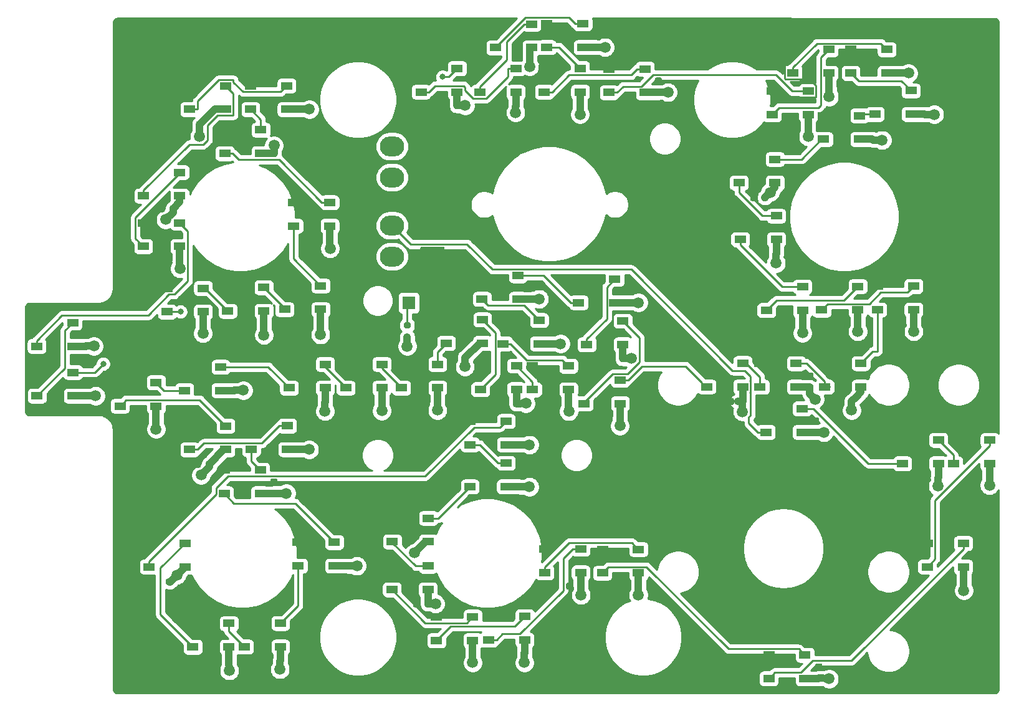
<source format=gbr>
%TF.GenerationSoftware,KiCad,Pcbnew,(5.1.9)-1*%
%TF.CreationDate,2022-08-07T13:29:13-06:00*%
%TF.ProjectId,ECS Panel PCB V2,45435320-5061-46e6-956c-205043422056,rev?*%
%TF.SameCoordinates,Original*%
%TF.FileFunction,Copper,L1,Top*%
%TF.FilePolarity,Positive*%
%FSLAX46Y46*%
G04 Gerber Fmt 4.6, Leading zero omitted, Abs format (unit mm)*
G04 Created by KiCad (PCBNEW (5.1.9)-1) date 2022-08-07 13:29:13*
%MOMM*%
%LPD*%
G01*
G04 APERTURE LIST*
%TA.AperFunction,SMDPad,CuDef*%
%ADD10R,1.500000X1.000000*%
%TD*%
%TA.AperFunction,ComponentPad*%
%ADD11O,3.300000X2.700000*%
%TD*%
%TA.AperFunction,ComponentPad*%
%ADD12C,1.800000*%
%TD*%
%TA.AperFunction,ComponentPad*%
%ADD13R,1.800000X1.800000*%
%TD*%
%TA.AperFunction,ViaPad*%
%ADD14C,1.500000*%
%TD*%
%TA.AperFunction,ViaPad*%
%ADD15C,0.800000*%
%TD*%
%TA.AperFunction,Conductor*%
%ADD16C,1.000000*%
%TD*%
%TA.AperFunction,Conductor*%
%ADD17C,0.250000*%
%TD*%
%TA.AperFunction,Conductor*%
%ADD18C,0.254000*%
%TD*%
%TA.AperFunction,Conductor*%
%ADD19C,0.100000*%
%TD*%
G04 APERTURE END LIST*
D10*
%TO.P,D8,1*%
%TO.N,/LED+5V*%
X49213600Y-82804200D03*
%TO.P,D8,2*%
%TO.N,Net-(D8-Pad2)*%
X49213600Y-86004200D03*
%TO.P,D8,4*%
%TO.N,Net-(D7-Pad2)*%
X54113600Y-82804200D03*
%TO.P,D8,3*%
%TO.N,/LEDGND*%
X54113600Y-86004200D03*
%TD*%
%TO.P,C62,2*%
%TO.N,/LEDGND*%
%TA.AperFunction,SMDPad,CuDef*%
G36*
G01*
X89043750Y-130862000D02*
X89556250Y-130862000D01*
G75*
G02*
X89775000Y-131080750I0J-218750D01*
G01*
X89775000Y-131518250D01*
G75*
G02*
X89556250Y-131737000I-218750J0D01*
G01*
X89043750Y-131737000D01*
G75*
G02*
X88825000Y-131518250I0J218750D01*
G01*
X88825000Y-131080750D01*
G75*
G02*
X89043750Y-130862000I218750J0D01*
G01*
G37*
%TD.AperFunction*%
%TO.P,C62,1*%
%TO.N,/LED+5V*%
%TA.AperFunction,SMDPad,CuDef*%
G36*
G01*
X89043750Y-129287000D02*
X89556250Y-129287000D01*
G75*
G02*
X89775000Y-129505750I0J-218750D01*
G01*
X89775000Y-129943250D01*
G75*
G02*
X89556250Y-130162000I-218750J0D01*
G01*
X89043750Y-130162000D01*
G75*
G02*
X88825000Y-129943250I0J218750D01*
G01*
X88825000Y-129505750D01*
G75*
G02*
X89043750Y-129287000I218750J0D01*
G01*
G37*
%TD.AperFunction*%
%TD*%
%TO.P,C61,2*%
%TO.N,/LEDGND*%
%TA.AperFunction,SMDPad,CuDef*%
G36*
G01*
X89043750Y-125162000D02*
X89556250Y-125162000D01*
G75*
G02*
X89775000Y-125380750I0J-218750D01*
G01*
X89775000Y-125818250D01*
G75*
G02*
X89556250Y-126037000I-218750J0D01*
G01*
X89043750Y-126037000D01*
G75*
G02*
X88825000Y-125818250I0J218750D01*
G01*
X88825000Y-125380750D01*
G75*
G02*
X89043750Y-125162000I218750J0D01*
G01*
G37*
%TD.AperFunction*%
%TO.P,C61,1*%
%TO.N,/LED+5V*%
%TA.AperFunction,SMDPad,CuDef*%
G36*
G01*
X89043750Y-123587000D02*
X89556250Y-123587000D01*
G75*
G02*
X89775000Y-123805750I0J-218750D01*
G01*
X89775000Y-124243250D01*
G75*
G02*
X89556250Y-124462000I-218750J0D01*
G01*
X89043750Y-124462000D01*
G75*
G02*
X88825000Y-124243250I0J218750D01*
G01*
X88825000Y-123805750D01*
G75*
G02*
X89043750Y-123587000I218750J0D01*
G01*
G37*
%TD.AperFunction*%
%TD*%
%TO.P,C60,2*%
%TO.N,/LEDGND*%
%TA.AperFunction,SMDPad,CuDef*%
G36*
G01*
X56262500Y-155256250D02*
X56262500Y-154743750D01*
G75*
G02*
X56481250Y-154525000I218750J0D01*
G01*
X56918750Y-154525000D01*
G75*
G02*
X57137500Y-154743750I0J-218750D01*
G01*
X57137500Y-155256250D01*
G75*
G02*
X56918750Y-155475000I-218750J0D01*
G01*
X56481250Y-155475000D01*
G75*
G02*
X56262500Y-155256250I0J218750D01*
G01*
G37*
%TD.AperFunction*%
%TO.P,C60,1*%
%TO.N,/LED+5V*%
%TA.AperFunction,SMDPad,CuDef*%
G36*
G01*
X54687500Y-155256250D02*
X54687500Y-154743750D01*
G75*
G02*
X54906250Y-154525000I218750J0D01*
G01*
X55343750Y-154525000D01*
G75*
G02*
X55562500Y-154743750I0J-218750D01*
G01*
X55562500Y-155256250D01*
G75*
G02*
X55343750Y-155475000I-218750J0D01*
G01*
X54906250Y-155475000D01*
G75*
G02*
X54687500Y-155256250I0J218750D01*
G01*
G37*
%TD.AperFunction*%
%TD*%
%TO.P,C59,2*%
%TO.N,/LEDGND*%
%TA.AperFunction,SMDPad,CuDef*%
G36*
G01*
X123662000Y-99956250D02*
X123662000Y-99443750D01*
G75*
G02*
X123880750Y-99225000I218750J0D01*
G01*
X124318250Y-99225000D01*
G75*
G02*
X124537000Y-99443750I0J-218750D01*
G01*
X124537000Y-99956250D01*
G75*
G02*
X124318250Y-100175000I-218750J0D01*
G01*
X123880750Y-100175000D01*
G75*
G02*
X123662000Y-99956250I0J218750D01*
G01*
G37*
%TD.AperFunction*%
%TO.P,C59,1*%
%TO.N,/LED+5V*%
%TA.AperFunction,SMDPad,CuDef*%
G36*
G01*
X122087000Y-99956250D02*
X122087000Y-99443750D01*
G75*
G02*
X122305750Y-99225000I218750J0D01*
G01*
X122743250Y-99225000D01*
G75*
G02*
X122962000Y-99443750I0J-218750D01*
G01*
X122962000Y-99956250D01*
G75*
G02*
X122743250Y-100175000I-218750J0D01*
G01*
X122305750Y-100175000D01*
G75*
G02*
X122087000Y-99956250I0J218750D01*
G01*
G37*
%TD.AperFunction*%
%TD*%
%TO.P,C58,2*%
%TO.N,/LEDGND*%
%TA.AperFunction,SMDPad,CuDef*%
G36*
G01*
X134762000Y-109456250D02*
X134762000Y-108943750D01*
G75*
G02*
X134980750Y-108725000I218750J0D01*
G01*
X135418250Y-108725000D01*
G75*
G02*
X135637000Y-108943750I0J-218750D01*
G01*
X135637000Y-109456250D01*
G75*
G02*
X135418250Y-109675000I-218750J0D01*
G01*
X134980750Y-109675000D01*
G75*
G02*
X134762000Y-109456250I0J218750D01*
G01*
G37*
%TD.AperFunction*%
%TO.P,C58,1*%
%TO.N,/LED+5V*%
%TA.AperFunction,SMDPad,CuDef*%
G36*
G01*
X133187000Y-109456250D02*
X133187000Y-108943750D01*
G75*
G02*
X133405750Y-108725000I218750J0D01*
G01*
X133843250Y-108725000D01*
G75*
G02*
X134062000Y-108943750I0J-218750D01*
G01*
X134062000Y-109456250D01*
G75*
G02*
X133843250Y-109675000I-218750J0D01*
G01*
X133405750Y-109675000D01*
G75*
G02*
X133187000Y-109456250I0J218750D01*
G01*
G37*
%TD.AperFunction*%
%TD*%
%TO.P,C57,2*%
%TO.N,/LEDGND*%
%TA.AperFunction,SMDPad,CuDef*%
G36*
G01*
X142362000Y-109356250D02*
X142362000Y-108843750D01*
G75*
G02*
X142580750Y-108625000I218750J0D01*
G01*
X143018250Y-108625000D01*
G75*
G02*
X143237000Y-108843750I0J-218750D01*
G01*
X143237000Y-109356250D01*
G75*
G02*
X143018250Y-109575000I-218750J0D01*
G01*
X142580750Y-109575000D01*
G75*
G02*
X142362000Y-109356250I0J218750D01*
G01*
G37*
%TD.AperFunction*%
%TO.P,C57,1*%
%TO.N,/LED+5V*%
%TA.AperFunction,SMDPad,CuDef*%
G36*
G01*
X140787000Y-109356250D02*
X140787000Y-108843750D01*
G75*
G02*
X141005750Y-108625000I218750J0D01*
G01*
X141443250Y-108625000D01*
G75*
G02*
X141662000Y-108843750I0J-218750D01*
G01*
X141662000Y-109356250D01*
G75*
G02*
X141443250Y-109575000I-218750J0D01*
G01*
X141005750Y-109575000D01*
G75*
G02*
X140787000Y-109356250I0J218750D01*
G01*
G37*
%TD.AperFunction*%
%TD*%
%TO.P,C56,2*%
%TO.N,/LEDGND*%
%TA.AperFunction,SMDPad,CuDef*%
G36*
G01*
X122162000Y-92256250D02*
X122162000Y-91743750D01*
G75*
G02*
X122380750Y-91525000I218750J0D01*
G01*
X122818250Y-91525000D01*
G75*
G02*
X123037000Y-91743750I0J-218750D01*
G01*
X123037000Y-92256250D01*
G75*
G02*
X122818250Y-92475000I-218750J0D01*
G01*
X122380750Y-92475000D01*
G75*
G02*
X122162000Y-92256250I0J218750D01*
G01*
G37*
%TD.AperFunction*%
%TO.P,C56,1*%
%TO.N,/LED+5V*%
%TA.AperFunction,SMDPad,CuDef*%
G36*
G01*
X120587000Y-92256250D02*
X120587000Y-91743750D01*
G75*
G02*
X120805750Y-91525000I218750J0D01*
G01*
X121243250Y-91525000D01*
G75*
G02*
X121462000Y-91743750I0J-218750D01*
G01*
X121462000Y-92256250D01*
G75*
G02*
X121243250Y-92475000I-218750J0D01*
G01*
X120805750Y-92475000D01*
G75*
G02*
X120587000Y-92256250I0J218750D01*
G01*
G37*
%TD.AperFunction*%
%TD*%
%TO.P,C55,2*%
%TO.N,/LEDGND*%
%TA.AperFunction,SMDPad,CuDef*%
G36*
G01*
X137043750Y-83762500D02*
X137556250Y-83762500D01*
G75*
G02*
X137775000Y-83981250I0J-218750D01*
G01*
X137775000Y-84418750D01*
G75*
G02*
X137556250Y-84637500I-218750J0D01*
G01*
X137043750Y-84637500D01*
G75*
G02*
X136825000Y-84418750I0J218750D01*
G01*
X136825000Y-83981250D01*
G75*
G02*
X137043750Y-83762500I218750J0D01*
G01*
G37*
%TD.AperFunction*%
%TO.P,C55,1*%
%TO.N,/LED+5V*%
%TA.AperFunction,SMDPad,CuDef*%
G36*
G01*
X137043750Y-82187500D02*
X137556250Y-82187500D01*
G75*
G02*
X137775000Y-82406250I0J-218750D01*
G01*
X137775000Y-82843750D01*
G75*
G02*
X137556250Y-83062500I-218750J0D01*
G01*
X137043750Y-83062500D01*
G75*
G02*
X136825000Y-82843750I0J218750D01*
G01*
X136825000Y-82406250D01*
G75*
G02*
X137043750Y-82187500I218750J0D01*
G01*
G37*
%TD.AperFunction*%
%TD*%
%TO.P,C54,2*%
%TO.N,/LEDGND*%
%TA.AperFunction,SMDPad,CuDef*%
G36*
G01*
X144043750Y-80262500D02*
X144556250Y-80262500D01*
G75*
G02*
X144775000Y-80481250I0J-218750D01*
G01*
X144775000Y-80918750D01*
G75*
G02*
X144556250Y-81137500I-218750J0D01*
G01*
X144043750Y-81137500D01*
G75*
G02*
X143825000Y-80918750I0J218750D01*
G01*
X143825000Y-80481250D01*
G75*
G02*
X144043750Y-80262500I218750J0D01*
G01*
G37*
%TD.AperFunction*%
%TO.P,C54,1*%
%TO.N,/LED+5V*%
%TA.AperFunction,SMDPad,CuDef*%
G36*
G01*
X144043750Y-78687500D02*
X144556250Y-78687500D01*
G75*
G02*
X144775000Y-78906250I0J-218750D01*
G01*
X144775000Y-79343750D01*
G75*
G02*
X144556250Y-79562500I-218750J0D01*
G01*
X144043750Y-79562500D01*
G75*
G02*
X143825000Y-79343750I0J218750D01*
G01*
X143825000Y-78906250D01*
G75*
G02*
X144043750Y-78687500I218750J0D01*
G01*
G37*
%TD.AperFunction*%
%TD*%
%TO.P,C53,2*%
%TO.N,/LEDGND*%
%TA.AperFunction,SMDPad,CuDef*%
G36*
G01*
X140743750Y-74662500D02*
X141256250Y-74662500D01*
G75*
G02*
X141475000Y-74881250I0J-218750D01*
G01*
X141475000Y-75318750D01*
G75*
G02*
X141256250Y-75537500I-218750J0D01*
G01*
X140743750Y-75537500D01*
G75*
G02*
X140525000Y-75318750I0J218750D01*
G01*
X140525000Y-74881250D01*
G75*
G02*
X140743750Y-74662500I218750J0D01*
G01*
G37*
%TD.AperFunction*%
%TO.P,C53,1*%
%TO.N,/LED+5V*%
%TA.AperFunction,SMDPad,CuDef*%
G36*
G01*
X140743750Y-73087500D02*
X141256250Y-73087500D01*
G75*
G02*
X141475000Y-73306250I0J-218750D01*
G01*
X141475000Y-73743750D01*
G75*
G02*
X141256250Y-73962500I-218750J0D01*
G01*
X140743750Y-73962500D01*
G75*
G02*
X140525000Y-73743750I0J218750D01*
G01*
X140525000Y-73306250D01*
G75*
G02*
X140743750Y-73087500I218750J0D01*
G01*
G37*
%TD.AperFunction*%
%TD*%
%TO.P,C52,2*%
%TO.N,/LEDGND*%
%TA.AperFunction,SMDPad,CuDef*%
G36*
G01*
X131738000Y-76843750D02*
X131738000Y-77356250D01*
G75*
G02*
X131519250Y-77575000I-218750J0D01*
G01*
X131081750Y-77575000D01*
G75*
G02*
X130863000Y-77356250I0J218750D01*
G01*
X130863000Y-76843750D01*
G75*
G02*
X131081750Y-76625000I218750J0D01*
G01*
X131519250Y-76625000D01*
G75*
G02*
X131738000Y-76843750I0J-218750D01*
G01*
G37*
%TD.AperFunction*%
%TO.P,C52,1*%
%TO.N,/LED+5V*%
%TA.AperFunction,SMDPad,CuDef*%
G36*
G01*
X133313000Y-76843750D02*
X133313000Y-77356250D01*
G75*
G02*
X133094250Y-77575000I-218750J0D01*
G01*
X132656750Y-77575000D01*
G75*
G02*
X132438000Y-77356250I0J218750D01*
G01*
X132438000Y-76843750D01*
G75*
G02*
X132656750Y-76625000I218750J0D01*
G01*
X133094250Y-76625000D01*
G75*
G02*
X133313000Y-76843750I0J-218750D01*
G01*
G37*
%TD.AperFunction*%
%TD*%
%TO.P,C51,2*%
%TO.N,/LEDGND*%
%TA.AperFunction,SMDPad,CuDef*%
G36*
G01*
X127262000Y-109456250D02*
X127262000Y-108943750D01*
G75*
G02*
X127480750Y-108725000I218750J0D01*
G01*
X127918250Y-108725000D01*
G75*
G02*
X128137000Y-108943750I0J-218750D01*
G01*
X128137000Y-109456250D01*
G75*
G02*
X127918250Y-109675000I-218750J0D01*
G01*
X127480750Y-109675000D01*
G75*
G02*
X127262000Y-109456250I0J218750D01*
G01*
G37*
%TD.AperFunction*%
%TO.P,C51,1*%
%TO.N,/LED+5V*%
%TA.AperFunction,SMDPad,CuDef*%
G36*
G01*
X125687000Y-109456250D02*
X125687000Y-108943750D01*
G75*
G02*
X125905750Y-108725000I218750J0D01*
G01*
X126343250Y-108725000D01*
G75*
G02*
X126562000Y-108943750I0J-218750D01*
G01*
X126562000Y-109456250D01*
G75*
G02*
X126343250Y-109675000I-218750J0D01*
G01*
X125905750Y-109675000D01*
G75*
G02*
X125687000Y-109456250I0J218750D01*
G01*
G37*
%TD.AperFunction*%
%TD*%
%TO.P,C50,2*%
%TO.N,/LEDGND*%
%TA.AperFunction,SMDPad,CuDef*%
G36*
G01*
X129643750Y-156862000D02*
X130156250Y-156862000D01*
G75*
G02*
X130375000Y-157080750I0J-218750D01*
G01*
X130375000Y-157518250D01*
G75*
G02*
X130156250Y-157737000I-218750J0D01*
G01*
X129643750Y-157737000D01*
G75*
G02*
X129425000Y-157518250I0J218750D01*
G01*
X129425000Y-157080750D01*
G75*
G02*
X129643750Y-156862000I218750J0D01*
G01*
G37*
%TD.AperFunction*%
%TO.P,C50,1*%
%TO.N,/LED+5V*%
%TA.AperFunction,SMDPad,CuDef*%
G36*
G01*
X129643750Y-155287000D02*
X130156250Y-155287000D01*
G75*
G02*
X130375000Y-155505750I0J-218750D01*
G01*
X130375000Y-155943250D01*
G75*
G02*
X130156250Y-156162000I-218750J0D01*
G01*
X129643750Y-156162000D01*
G75*
G02*
X129425000Y-155943250I0J218750D01*
G01*
X129425000Y-155505750D01*
G75*
G02*
X129643750Y-155287000I218750J0D01*
G01*
G37*
%TD.AperFunction*%
%TD*%
%TO.P,C49,2*%
%TO.N,/LEDGND*%
%TA.AperFunction,SMDPad,CuDef*%
G36*
G01*
X149162000Y-144356250D02*
X149162000Y-143843750D01*
G75*
G02*
X149380750Y-143625000I218750J0D01*
G01*
X149818250Y-143625000D01*
G75*
G02*
X150037000Y-143843750I0J-218750D01*
G01*
X150037000Y-144356250D01*
G75*
G02*
X149818250Y-144575000I-218750J0D01*
G01*
X149380750Y-144575000D01*
G75*
G02*
X149162000Y-144356250I0J218750D01*
G01*
G37*
%TD.AperFunction*%
%TO.P,C49,1*%
%TO.N,/LED+5V*%
%TA.AperFunction,SMDPad,CuDef*%
G36*
G01*
X147587000Y-144356250D02*
X147587000Y-143843750D01*
G75*
G02*
X147805750Y-143625000I218750J0D01*
G01*
X148243250Y-143625000D01*
G75*
G02*
X148462000Y-143843750I0J-218750D01*
G01*
X148462000Y-144356250D01*
G75*
G02*
X148243250Y-144575000I-218750J0D01*
G01*
X147805750Y-144575000D01*
G75*
G02*
X147587000Y-144356250I0J218750D01*
G01*
G37*
%TD.AperFunction*%
%TD*%
%TO.P,C48,2*%
%TO.N,/LEDGND*%
%TA.AperFunction,SMDPad,CuDef*%
G36*
G01*
X152662000Y-130356250D02*
X152662000Y-129843750D01*
G75*
G02*
X152880750Y-129625000I218750J0D01*
G01*
X153318250Y-129625000D01*
G75*
G02*
X153537000Y-129843750I0J-218750D01*
G01*
X153537000Y-130356250D01*
G75*
G02*
X153318250Y-130575000I-218750J0D01*
G01*
X152880750Y-130575000D01*
G75*
G02*
X152662000Y-130356250I0J218750D01*
G01*
G37*
%TD.AperFunction*%
%TO.P,C48,1*%
%TO.N,/LED+5V*%
%TA.AperFunction,SMDPad,CuDef*%
G36*
G01*
X151087000Y-130356250D02*
X151087000Y-129843750D01*
G75*
G02*
X151305750Y-129625000I218750J0D01*
G01*
X151743250Y-129625000D01*
G75*
G02*
X151962000Y-129843750I0J-218750D01*
G01*
X151962000Y-130356250D01*
G75*
G02*
X151743250Y-130575000I-218750J0D01*
G01*
X151305750Y-130575000D01*
G75*
G02*
X151087000Y-130356250I0J218750D01*
G01*
G37*
%TD.AperFunction*%
%TD*%
%TO.P,C47,2*%
%TO.N,/LEDGND*%
%TA.AperFunction,SMDPad,CuDef*%
G36*
G01*
X133927000Y-119956250D02*
X133927000Y-119443750D01*
G75*
G02*
X134145750Y-119225000I218750J0D01*
G01*
X134583250Y-119225000D01*
G75*
G02*
X134802000Y-119443750I0J-218750D01*
G01*
X134802000Y-119956250D01*
G75*
G02*
X134583250Y-120175000I-218750J0D01*
G01*
X134145750Y-120175000D01*
G75*
G02*
X133927000Y-119956250I0J218750D01*
G01*
G37*
%TD.AperFunction*%
%TO.P,C47,1*%
%TO.N,/LED+5V*%
%TA.AperFunction,SMDPad,CuDef*%
G36*
G01*
X132352000Y-119956250D02*
X132352000Y-119443750D01*
G75*
G02*
X132570750Y-119225000I218750J0D01*
G01*
X133008250Y-119225000D01*
G75*
G02*
X133227000Y-119443750I0J-218750D01*
G01*
X133227000Y-119956250D01*
G75*
G02*
X133008250Y-120175000I-218750J0D01*
G01*
X132570750Y-120175000D01*
G75*
G02*
X132352000Y-119956250I0J218750D01*
G01*
G37*
%TD.AperFunction*%
%TD*%
%TO.P,C46,2*%
%TO.N,/LEDGND*%
%TA.AperFunction,SMDPad,CuDef*%
G36*
G01*
X128443750Y-117362000D02*
X128956250Y-117362000D01*
G75*
G02*
X129175000Y-117580750I0J-218750D01*
G01*
X129175000Y-118018250D01*
G75*
G02*
X128956250Y-118237000I-218750J0D01*
G01*
X128443750Y-118237000D01*
G75*
G02*
X128225000Y-118018250I0J218750D01*
G01*
X128225000Y-117580750D01*
G75*
G02*
X128443750Y-117362000I218750J0D01*
G01*
G37*
%TD.AperFunction*%
%TO.P,C46,1*%
%TO.N,/LED+5V*%
%TA.AperFunction,SMDPad,CuDef*%
G36*
G01*
X128443750Y-115787000D02*
X128956250Y-115787000D01*
G75*
G02*
X129175000Y-116005750I0J-218750D01*
G01*
X129175000Y-116443250D01*
G75*
G02*
X128956250Y-116662000I-218750J0D01*
G01*
X128443750Y-116662000D01*
G75*
G02*
X128225000Y-116443250I0J218750D01*
G01*
X128225000Y-116005750D01*
G75*
G02*
X128443750Y-115787000I218750J0D01*
G01*
G37*
%TD.AperFunction*%
%TD*%
%TO.P,C45,2*%
%TO.N,/LEDGND*%
%TA.AperFunction,SMDPad,CuDef*%
G36*
G01*
X145662000Y-130356250D02*
X145662000Y-129843750D01*
G75*
G02*
X145880750Y-129625000I218750J0D01*
G01*
X146318250Y-129625000D01*
G75*
G02*
X146537000Y-129843750I0J-218750D01*
G01*
X146537000Y-130356250D01*
G75*
G02*
X146318250Y-130575000I-218750J0D01*
G01*
X145880750Y-130575000D01*
G75*
G02*
X145662000Y-130356250I0J218750D01*
G01*
G37*
%TD.AperFunction*%
%TO.P,C45,1*%
%TO.N,/LED+5V*%
%TA.AperFunction,SMDPad,CuDef*%
G36*
G01*
X144087000Y-130356250D02*
X144087000Y-129843750D01*
G75*
G02*
X144305750Y-129625000I218750J0D01*
G01*
X144743250Y-129625000D01*
G75*
G02*
X144962000Y-129843750I0J-218750D01*
G01*
X144962000Y-130356250D01*
G75*
G02*
X144743250Y-130575000I-218750J0D01*
G01*
X144305750Y-130575000D01*
G75*
G02*
X144087000Y-130356250I0J218750D01*
G01*
G37*
%TD.AperFunction*%
%TD*%
%TO.P,C44,2*%
%TO.N,/LEDGND*%
%TA.AperFunction,SMDPad,CuDef*%
G36*
G01*
X129243750Y-123462000D02*
X129756250Y-123462000D01*
G75*
G02*
X129975000Y-123680750I0J-218750D01*
G01*
X129975000Y-124118250D01*
G75*
G02*
X129756250Y-124337000I-218750J0D01*
G01*
X129243750Y-124337000D01*
G75*
G02*
X129025000Y-124118250I0J218750D01*
G01*
X129025000Y-123680750D01*
G75*
G02*
X129243750Y-123462000I218750J0D01*
G01*
G37*
%TD.AperFunction*%
%TO.P,C44,1*%
%TO.N,/LED+5V*%
%TA.AperFunction,SMDPad,CuDef*%
G36*
G01*
X129243750Y-121887000D02*
X129756250Y-121887000D01*
G75*
G02*
X129975000Y-122105750I0J-218750D01*
G01*
X129975000Y-122543250D01*
G75*
G02*
X129756250Y-122762000I-218750J0D01*
G01*
X129243750Y-122762000D01*
G75*
G02*
X129025000Y-122543250I0J218750D01*
G01*
X129025000Y-122105750D01*
G75*
G02*
X129243750Y-121887000I218750J0D01*
G01*
G37*
%TD.AperFunction*%
%TD*%
%TO.P,C43,2*%
%TO.N,/LEDGND*%
%TA.AperFunction,SMDPad,CuDef*%
G36*
G01*
X119097000Y-119956250D02*
X119097000Y-119443750D01*
G75*
G02*
X119315750Y-119225000I218750J0D01*
G01*
X119753250Y-119225000D01*
G75*
G02*
X119972000Y-119443750I0J-218750D01*
G01*
X119972000Y-119956250D01*
G75*
G02*
X119753250Y-120175000I-218750J0D01*
G01*
X119315750Y-120175000D01*
G75*
G02*
X119097000Y-119956250I0J218750D01*
G01*
G37*
%TD.AperFunction*%
%TO.P,C43,1*%
%TO.N,/LED+5V*%
%TA.AperFunction,SMDPad,CuDef*%
G36*
G01*
X117522000Y-119956250D02*
X117522000Y-119443750D01*
G75*
G02*
X117740750Y-119225000I218750J0D01*
G01*
X118178250Y-119225000D01*
G75*
G02*
X118397000Y-119443750I0J-218750D01*
G01*
X118397000Y-119956250D01*
G75*
G02*
X118178250Y-120175000I-218750J0D01*
G01*
X117740750Y-120175000D01*
G75*
G02*
X117522000Y-119956250I0J218750D01*
G01*
G37*
%TD.AperFunction*%
%TD*%
%TO.P,C42,2*%
%TO.N,/LEDGND*%
%TA.AperFunction,SMDPad,CuDef*%
G36*
G01*
X104962000Y-145256250D02*
X104962000Y-144743750D01*
G75*
G02*
X105180750Y-144525000I218750J0D01*
G01*
X105618250Y-144525000D01*
G75*
G02*
X105837000Y-144743750I0J-218750D01*
G01*
X105837000Y-145256250D01*
G75*
G02*
X105618250Y-145475000I-218750J0D01*
G01*
X105180750Y-145475000D01*
G75*
G02*
X104962000Y-145256250I0J218750D01*
G01*
G37*
%TD.AperFunction*%
%TO.P,C42,1*%
%TO.N,/LED+5V*%
%TA.AperFunction,SMDPad,CuDef*%
G36*
G01*
X103387000Y-145256250D02*
X103387000Y-144743750D01*
G75*
G02*
X103605750Y-144525000I218750J0D01*
G01*
X104043250Y-144525000D01*
G75*
G02*
X104262000Y-144743750I0J-218750D01*
G01*
X104262000Y-145256250D01*
G75*
G02*
X104043250Y-145475000I-218750J0D01*
G01*
X103605750Y-145475000D01*
G75*
G02*
X103387000Y-145256250I0J218750D01*
G01*
G37*
%TD.AperFunction*%
%TD*%
%TO.P,C41,2*%
%TO.N,/LEDGND*%
%TA.AperFunction,SMDPad,CuDef*%
G36*
G01*
X97162500Y-145056250D02*
X97162500Y-144543750D01*
G75*
G02*
X97381250Y-144325000I218750J0D01*
G01*
X97818750Y-144325000D01*
G75*
G02*
X98037500Y-144543750I0J-218750D01*
G01*
X98037500Y-145056250D01*
G75*
G02*
X97818750Y-145275000I-218750J0D01*
G01*
X97381250Y-145275000D01*
G75*
G02*
X97162500Y-145056250I0J218750D01*
G01*
G37*
%TD.AperFunction*%
%TO.P,C41,1*%
%TO.N,/LED+5V*%
%TA.AperFunction,SMDPad,CuDef*%
G36*
G01*
X95587500Y-145056250D02*
X95587500Y-144543750D01*
G75*
G02*
X95806250Y-144325000I218750J0D01*
G01*
X96243750Y-144325000D01*
G75*
G02*
X96462500Y-144543750I0J-218750D01*
G01*
X96462500Y-145056250D01*
G75*
G02*
X96243750Y-145275000I-218750J0D01*
G01*
X95806250Y-145275000D01*
G75*
G02*
X95587500Y-145056250I0J218750D01*
G01*
G37*
%TD.AperFunction*%
%TD*%
%TO.P,C40,2*%
%TO.N,/LEDGND*%
%TA.AperFunction,SMDPad,CuDef*%
G36*
G01*
X82432500Y-154336250D02*
X82432500Y-153823750D01*
G75*
G02*
X82651250Y-153605000I218750J0D01*
G01*
X83088750Y-153605000D01*
G75*
G02*
X83307500Y-153823750I0J-218750D01*
G01*
X83307500Y-154336250D01*
G75*
G02*
X83088750Y-154555000I-218750J0D01*
G01*
X82651250Y-154555000D01*
G75*
G02*
X82432500Y-154336250I0J218750D01*
G01*
G37*
%TD.AperFunction*%
%TO.P,C40,1*%
%TO.N,/LED+5V*%
%TA.AperFunction,SMDPad,CuDef*%
G36*
G01*
X80857500Y-154336250D02*
X80857500Y-153823750D01*
G75*
G02*
X81076250Y-153605000I218750J0D01*
G01*
X81513750Y-153605000D01*
G75*
G02*
X81732500Y-153823750I0J-218750D01*
G01*
X81732500Y-154336250D01*
G75*
G02*
X81513750Y-154555000I-218750J0D01*
G01*
X81076250Y-154555000D01*
G75*
G02*
X80857500Y-154336250I0J218750D01*
G01*
G37*
%TD.AperFunction*%
%TD*%
%TO.P,C39,2*%
%TO.N,/LEDGND*%
%TA.AperFunction,SMDPad,CuDef*%
G36*
G01*
X89478500Y-154180250D02*
X89478500Y-153667750D01*
G75*
G02*
X89697250Y-153449000I218750J0D01*
G01*
X90134750Y-153449000D01*
G75*
G02*
X90353500Y-153667750I0J-218750D01*
G01*
X90353500Y-154180250D01*
G75*
G02*
X90134750Y-154399000I-218750J0D01*
G01*
X89697250Y-154399000D01*
G75*
G02*
X89478500Y-154180250I0J218750D01*
G01*
G37*
%TD.AperFunction*%
%TO.P,C39,1*%
%TO.N,/LED+5V*%
%TA.AperFunction,SMDPad,CuDef*%
G36*
G01*
X87903500Y-154180250D02*
X87903500Y-153667750D01*
G75*
G02*
X88122250Y-153449000I218750J0D01*
G01*
X88559750Y-153449000D01*
G75*
G02*
X88778500Y-153667750I0J-218750D01*
G01*
X88778500Y-154180250D01*
G75*
G02*
X88559750Y-154399000I-218750J0D01*
G01*
X88122250Y-154399000D01*
G75*
G02*
X87903500Y-154180250I0J218750D01*
G01*
G37*
%TD.AperFunction*%
%TD*%
%TO.P,C38,2*%
%TO.N,/LEDGND*%
%TA.AperFunction,SMDPad,CuDef*%
G36*
G01*
X41956250Y-144637500D02*
X41443750Y-144637500D01*
G75*
G02*
X41225000Y-144418750I0J218750D01*
G01*
X41225000Y-143981250D01*
G75*
G02*
X41443750Y-143762500I218750J0D01*
G01*
X41956250Y-143762500D01*
G75*
G02*
X42175000Y-143981250I0J-218750D01*
G01*
X42175000Y-144418750D01*
G75*
G02*
X41956250Y-144637500I-218750J0D01*
G01*
G37*
%TD.AperFunction*%
%TO.P,C38,1*%
%TO.N,/LED+5V*%
%TA.AperFunction,SMDPad,CuDef*%
G36*
G01*
X41956250Y-146212500D02*
X41443750Y-146212500D01*
G75*
G02*
X41225000Y-145993750I0J218750D01*
G01*
X41225000Y-145556250D01*
G75*
G02*
X41443750Y-145337500I218750J0D01*
G01*
X41956250Y-145337500D01*
G75*
G02*
X42175000Y-145556250I0J-218750D01*
G01*
X42175000Y-145993750D01*
G75*
G02*
X41956250Y-146212500I-218750J0D01*
G01*
G37*
%TD.AperFunction*%
%TD*%
%TO.P,C37,2*%
%TO.N,/LEDGND*%
%TA.AperFunction,SMDPad,CuDef*%
G36*
G01*
X49342500Y-155286250D02*
X49342500Y-154773750D01*
G75*
G02*
X49561250Y-154555000I218750J0D01*
G01*
X49998750Y-154555000D01*
G75*
G02*
X50217500Y-154773750I0J-218750D01*
G01*
X50217500Y-155286250D01*
G75*
G02*
X49998750Y-155505000I-218750J0D01*
G01*
X49561250Y-155505000D01*
G75*
G02*
X49342500Y-155286250I0J218750D01*
G01*
G37*
%TD.AperFunction*%
%TO.P,C37,1*%
%TO.N,/LED+5V*%
%TA.AperFunction,SMDPad,CuDef*%
G36*
G01*
X47767500Y-155286250D02*
X47767500Y-154773750D01*
G75*
G02*
X47986250Y-154555000I218750J0D01*
G01*
X48423750Y-154555000D01*
G75*
G02*
X48642500Y-154773750I0J-218750D01*
G01*
X48642500Y-155286250D01*
G75*
G02*
X48423750Y-155505000I-218750J0D01*
G01*
X47986250Y-155505000D01*
G75*
G02*
X47767500Y-155286250I0J218750D01*
G01*
G37*
%TD.AperFunction*%
%TD*%
%TO.P,C36,2*%
%TO.N,/LEDGND*%
%TA.AperFunction,SMDPad,CuDef*%
G36*
G01*
X76382500Y-147456250D02*
X76382500Y-146943750D01*
G75*
G02*
X76601250Y-146725000I218750J0D01*
G01*
X77038750Y-146725000D01*
G75*
G02*
X77257500Y-146943750I0J-218750D01*
G01*
X77257500Y-147456250D01*
G75*
G02*
X77038750Y-147675000I-218750J0D01*
G01*
X76601250Y-147675000D01*
G75*
G02*
X76382500Y-147456250I0J218750D01*
G01*
G37*
%TD.AperFunction*%
%TO.P,C36,1*%
%TO.N,/LED+5V*%
%TA.AperFunction,SMDPad,CuDef*%
G36*
G01*
X74807500Y-147456250D02*
X74807500Y-146943750D01*
G75*
G02*
X75026250Y-146725000I218750J0D01*
G01*
X75463750Y-146725000D01*
G75*
G02*
X75682500Y-146943750I0J-218750D01*
G01*
X75682500Y-147456250D01*
G75*
G02*
X75463750Y-147675000I-218750J0D01*
G01*
X75026250Y-147675000D01*
G75*
G02*
X74807500Y-147456250I0J218750D01*
G01*
G37*
%TD.AperFunction*%
%TD*%
%TO.P,C35,2*%
%TO.N,/LEDGND*%
%TA.AperFunction,SMDPad,CuDef*%
G36*
G01*
X65653750Y-141612000D02*
X66166250Y-141612000D01*
G75*
G02*
X66385000Y-141830750I0J-218750D01*
G01*
X66385000Y-142268250D01*
G75*
G02*
X66166250Y-142487000I-218750J0D01*
G01*
X65653750Y-142487000D01*
G75*
G02*
X65435000Y-142268250I0J218750D01*
G01*
X65435000Y-141830750D01*
G75*
G02*
X65653750Y-141612000I218750J0D01*
G01*
G37*
%TD.AperFunction*%
%TO.P,C35,1*%
%TO.N,/LED+5V*%
%TA.AperFunction,SMDPad,CuDef*%
G36*
G01*
X65653750Y-140037000D02*
X66166250Y-140037000D01*
G75*
G02*
X66385000Y-140255750I0J-218750D01*
G01*
X66385000Y-140693250D01*
G75*
G02*
X66166250Y-140912000I-218750J0D01*
G01*
X65653750Y-140912000D01*
G75*
G02*
X65435000Y-140693250I0J218750D01*
G01*
X65435000Y-140255750D01*
G75*
G02*
X65653750Y-140037000I218750J0D01*
G01*
G37*
%TD.AperFunction*%
%TD*%
%TO.P,C34,2*%
%TO.N,/LEDGND*%
%TA.AperFunction,SMDPad,CuDef*%
G36*
G01*
X55623750Y-131742000D02*
X56136250Y-131742000D01*
G75*
G02*
X56355000Y-131960750I0J-218750D01*
G01*
X56355000Y-132398250D01*
G75*
G02*
X56136250Y-132617000I-218750J0D01*
G01*
X55623750Y-132617000D01*
G75*
G02*
X55405000Y-132398250I0J218750D01*
G01*
X55405000Y-131960750D01*
G75*
G02*
X55623750Y-131742000I218750J0D01*
G01*
G37*
%TD.AperFunction*%
%TO.P,C34,1*%
%TO.N,/LED+5V*%
%TA.AperFunction,SMDPad,CuDef*%
G36*
G01*
X55623750Y-130167000D02*
X56136250Y-130167000D01*
G75*
G02*
X56355000Y-130385750I0J-218750D01*
G01*
X56355000Y-130823250D01*
G75*
G02*
X56136250Y-131042000I-218750J0D01*
G01*
X55623750Y-131042000D01*
G75*
G02*
X55405000Y-130823250I0J218750D01*
G01*
X55405000Y-130385750D01*
G75*
G02*
X55623750Y-130167000I218750J0D01*
G01*
G37*
%TD.AperFunction*%
%TD*%
%TO.P,C33,2*%
%TO.N,/LEDGND*%
%TA.AperFunction,SMDPad,CuDef*%
G36*
G01*
X59283750Y-125782000D02*
X59796250Y-125782000D01*
G75*
G02*
X60015000Y-126000750I0J-218750D01*
G01*
X60015000Y-126438250D01*
G75*
G02*
X59796250Y-126657000I-218750J0D01*
G01*
X59283750Y-126657000D01*
G75*
G02*
X59065000Y-126438250I0J218750D01*
G01*
X59065000Y-126000750D01*
G75*
G02*
X59283750Y-125782000I218750J0D01*
G01*
G37*
%TD.AperFunction*%
%TO.P,C33,1*%
%TO.N,/LED+5V*%
%TA.AperFunction,SMDPad,CuDef*%
G36*
G01*
X59283750Y-124207000D02*
X59796250Y-124207000D01*
G75*
G02*
X60015000Y-124425750I0J-218750D01*
G01*
X60015000Y-124863250D01*
G75*
G02*
X59796250Y-125082000I-218750J0D01*
G01*
X59283750Y-125082000D01*
G75*
G02*
X59065000Y-124863250I0J218750D01*
G01*
X59065000Y-124425750D01*
G75*
G02*
X59283750Y-124207000I218750J0D01*
G01*
G37*
%TD.AperFunction*%
%TD*%
%TO.P,C32,2*%
%TO.N,/LEDGND*%
%TA.AperFunction,SMDPad,CuDef*%
G36*
G01*
X46652500Y-128506250D02*
X46652500Y-127993750D01*
G75*
G02*
X46871250Y-127775000I218750J0D01*
G01*
X47308750Y-127775000D01*
G75*
G02*
X47527500Y-127993750I0J-218750D01*
G01*
X47527500Y-128506250D01*
G75*
G02*
X47308750Y-128725000I-218750J0D01*
G01*
X46871250Y-128725000D01*
G75*
G02*
X46652500Y-128506250I0J218750D01*
G01*
G37*
%TD.AperFunction*%
%TO.P,C32,1*%
%TO.N,/LED+5V*%
%TA.AperFunction,SMDPad,CuDef*%
G36*
G01*
X45077500Y-128506250D02*
X45077500Y-127993750D01*
G75*
G02*
X45296250Y-127775000I218750J0D01*
G01*
X45733750Y-127775000D01*
G75*
G02*
X45952500Y-127993750I0J-218750D01*
G01*
X45952500Y-128506250D01*
G75*
G02*
X45733750Y-128725000I-218750J0D01*
G01*
X45296250Y-128725000D01*
G75*
G02*
X45077500Y-128506250I0J218750D01*
G01*
G37*
%TD.AperFunction*%
%TD*%
D11*
%TO.P,J2,4*%
%TO.N,/DATAOUT*%
X71936000Y-95800000D03*
%TO.P,J2,3*%
%TO.N,/LEDGND*%
X71936000Y-100000000D03*
%TO.P,J2,2*%
%TO.N,/LED+5V*%
X77436000Y-95800000D03*
%TO.P,J2,1*%
%TA.AperFunction,ComponentPad*%
G36*
G01*
X78835999Y-101350000D02*
X76036001Y-101350000D01*
G75*
G02*
X75786000Y-101099999I0J250001D01*
G01*
X75786000Y-98900001D01*
G75*
G02*
X76036001Y-98650000I250001J0D01*
G01*
X78835999Y-98650000D01*
G75*
G02*
X79086000Y-98900001I0J-250001D01*
G01*
X79086000Y-101099999D01*
G75*
G02*
X78835999Y-101350000I-250001J0D01*
G01*
G37*
%TD.AperFunction*%
%TD*%
%TO.P,J1,4*%
%TO.N,/DATAIN*%
X71936000Y-85048600D03*
%TO.P,J1,3*%
%TO.N,/LEDGND*%
X71936000Y-89248600D03*
%TO.P,J1,2*%
%TO.N,/LED+5V*%
X77436000Y-85048600D03*
%TO.P,J1,1*%
%TA.AperFunction,ComponentPad*%
G36*
G01*
X78835999Y-90598600D02*
X76036001Y-90598600D01*
G75*
G02*
X75786000Y-90348599I0J250001D01*
G01*
X75786000Y-88148601D01*
G75*
G02*
X76036001Y-87898600I250001J0D01*
G01*
X78835999Y-87898600D01*
G75*
G02*
X79086000Y-88148601I0J-250001D01*
G01*
X79086000Y-90348599D01*
G75*
G02*
X78835999Y-90598600I-250001J0D01*
G01*
G37*
%TD.AperFunction*%
%TD*%
%TO.P,C31,2*%
%TO.N,/LEDGND*%
%TA.AperFunction,SMDPad,CuDef*%
G36*
G01*
X128038000Y-82926250D02*
X128038000Y-82413750D01*
G75*
G02*
X128256750Y-82195000I218750J0D01*
G01*
X128694250Y-82195000D01*
G75*
G02*
X128913000Y-82413750I0J-218750D01*
G01*
X128913000Y-82926250D01*
G75*
G02*
X128694250Y-83145000I-218750J0D01*
G01*
X128256750Y-83145000D01*
G75*
G02*
X128038000Y-82926250I0J218750D01*
G01*
G37*
%TD.AperFunction*%
%TO.P,C31,1*%
%TO.N,/LED+5V*%
%TA.AperFunction,SMDPad,CuDef*%
G36*
G01*
X126463000Y-82926250D02*
X126463000Y-82413750D01*
G75*
G02*
X126681750Y-82195000I218750J0D01*
G01*
X127119250Y-82195000D01*
G75*
G02*
X127338000Y-82413750I0J-218750D01*
G01*
X127338000Y-82926250D01*
G75*
G02*
X127119250Y-83145000I-218750J0D01*
G01*
X126681750Y-83145000D01*
G75*
G02*
X126463000Y-82926250I0J218750D01*
G01*
G37*
%TD.AperFunction*%
%TD*%
%TO.P,C30,2*%
%TO.N,/LEDGND*%
%TA.AperFunction,SMDPad,CuDef*%
G36*
G01*
X107863750Y-77252500D02*
X108376250Y-77252500D01*
G75*
G02*
X108595000Y-77471250I0J-218750D01*
G01*
X108595000Y-77908750D01*
G75*
G02*
X108376250Y-78127500I-218750J0D01*
G01*
X107863750Y-78127500D01*
G75*
G02*
X107645000Y-77908750I0J218750D01*
G01*
X107645000Y-77471250D01*
G75*
G02*
X107863750Y-77252500I218750J0D01*
G01*
G37*
%TD.AperFunction*%
%TO.P,C30,1*%
%TO.N,/LED+5V*%
%TA.AperFunction,SMDPad,CuDef*%
G36*
G01*
X107863750Y-75677500D02*
X108376250Y-75677500D01*
G75*
G02*
X108595000Y-75896250I0J-218750D01*
G01*
X108595000Y-76333750D01*
G75*
G02*
X108376250Y-76552500I-218750J0D01*
G01*
X107863750Y-76552500D01*
G75*
G02*
X107645000Y-76333750I0J218750D01*
G01*
X107645000Y-75896250D01*
G75*
G02*
X107863750Y-75677500I218750J0D01*
G01*
G37*
%TD.AperFunction*%
%TD*%
%TO.P,C29,2*%
%TO.N,/LEDGND*%
%TA.AperFunction,SMDPad,CuDef*%
G36*
G01*
X99413750Y-71152500D02*
X99926250Y-71152500D01*
G75*
G02*
X100145000Y-71371250I0J-218750D01*
G01*
X100145000Y-71808750D01*
G75*
G02*
X99926250Y-72027500I-218750J0D01*
G01*
X99413750Y-72027500D01*
G75*
G02*
X99195000Y-71808750I0J218750D01*
G01*
X99195000Y-71371250D01*
G75*
G02*
X99413750Y-71152500I218750J0D01*
G01*
G37*
%TD.AperFunction*%
%TO.P,C29,1*%
%TO.N,/LED+5V*%
%TA.AperFunction,SMDPad,CuDef*%
G36*
G01*
X99413750Y-69577500D02*
X99926250Y-69577500D01*
G75*
G02*
X100145000Y-69796250I0J-218750D01*
G01*
X100145000Y-70233750D01*
G75*
G02*
X99926250Y-70452500I-218750J0D01*
G01*
X99413750Y-70452500D01*
G75*
G02*
X99195000Y-70233750I0J218750D01*
G01*
X99195000Y-69796250D01*
G75*
G02*
X99413750Y-69577500I218750J0D01*
G01*
G37*
%TD.AperFunction*%
%TD*%
%TO.P,C28,2*%
%TO.N,/LEDGND*%
%TA.AperFunction,SMDPad,CuDef*%
G36*
G01*
X97042500Y-79886250D02*
X97042500Y-79373750D01*
G75*
G02*
X97261250Y-79155000I218750J0D01*
G01*
X97698750Y-79155000D01*
G75*
G02*
X97917500Y-79373750I0J-218750D01*
G01*
X97917500Y-79886250D01*
G75*
G02*
X97698750Y-80105000I-218750J0D01*
G01*
X97261250Y-80105000D01*
G75*
G02*
X97042500Y-79886250I0J218750D01*
G01*
G37*
%TD.AperFunction*%
%TO.P,C28,1*%
%TO.N,/LED+5V*%
%TA.AperFunction,SMDPad,CuDef*%
G36*
G01*
X95467500Y-79886250D02*
X95467500Y-79373750D01*
G75*
G02*
X95686250Y-79155000I218750J0D01*
G01*
X96123750Y-79155000D01*
G75*
G02*
X96342500Y-79373750I0J-218750D01*
G01*
X96342500Y-79886250D01*
G75*
G02*
X96123750Y-80105000I-218750J0D01*
G01*
X95686250Y-80105000D01*
G75*
G02*
X95467500Y-79886250I0J218750D01*
G01*
G37*
%TD.AperFunction*%
%TD*%
%TO.P,C27,2*%
%TO.N,/LEDGND*%
%TA.AperFunction,SMDPad,CuDef*%
G36*
G01*
X88292500Y-79866250D02*
X88292500Y-79353750D01*
G75*
G02*
X88511250Y-79135000I218750J0D01*
G01*
X88948750Y-79135000D01*
G75*
G02*
X89167500Y-79353750I0J-218750D01*
G01*
X89167500Y-79866250D01*
G75*
G02*
X88948750Y-80085000I-218750J0D01*
G01*
X88511250Y-80085000D01*
G75*
G02*
X88292500Y-79866250I0J218750D01*
G01*
G37*
%TD.AperFunction*%
%TO.P,C27,1*%
%TO.N,/LED+5V*%
%TA.AperFunction,SMDPad,CuDef*%
G36*
G01*
X86717500Y-79866250D02*
X86717500Y-79353750D01*
G75*
G02*
X86936250Y-79135000I218750J0D01*
G01*
X87373750Y-79135000D01*
G75*
G02*
X87592500Y-79353750I0J-218750D01*
G01*
X87592500Y-79866250D01*
G75*
G02*
X87373750Y-80085000I-218750J0D01*
G01*
X86936250Y-80085000D01*
G75*
G02*
X86717500Y-79866250I0J218750D01*
G01*
G37*
%TD.AperFunction*%
%TD*%
%TO.P,C26,2*%
%TO.N,/LEDGND*%
%TA.AperFunction,SMDPad,CuDef*%
G36*
G01*
X80332500Y-79756250D02*
X80332500Y-79243750D01*
G75*
G02*
X80551250Y-79025000I218750J0D01*
G01*
X80988750Y-79025000D01*
G75*
G02*
X81207500Y-79243750I0J-218750D01*
G01*
X81207500Y-79756250D01*
G75*
G02*
X80988750Y-79975000I-218750J0D01*
G01*
X80551250Y-79975000D01*
G75*
G02*
X80332500Y-79756250I0J218750D01*
G01*
G37*
%TD.AperFunction*%
%TO.P,C26,1*%
%TO.N,/LED+5V*%
%TA.AperFunction,SMDPad,CuDef*%
G36*
G01*
X78757500Y-79756250D02*
X78757500Y-79243750D01*
G75*
G02*
X78976250Y-79025000I218750J0D01*
G01*
X79413750Y-79025000D01*
G75*
G02*
X79632500Y-79243750I0J-218750D01*
G01*
X79632500Y-79756250D01*
G75*
G02*
X79413750Y-79975000I-218750J0D01*
G01*
X78976250Y-79975000D01*
G75*
G02*
X78757500Y-79756250I0J218750D01*
G01*
G37*
%TD.AperFunction*%
%TD*%
%TO.P,C25,2*%
%TO.N,/LEDGND*%
%TA.AperFunction,SMDPad,CuDef*%
G36*
G01*
X81422500Y-114016250D02*
X81422500Y-113503750D01*
G75*
G02*
X81641250Y-113285000I218750J0D01*
G01*
X82078750Y-113285000D01*
G75*
G02*
X82297500Y-113503750I0J-218750D01*
G01*
X82297500Y-114016250D01*
G75*
G02*
X82078750Y-114235000I-218750J0D01*
G01*
X81641250Y-114235000D01*
G75*
G02*
X81422500Y-114016250I0J218750D01*
G01*
G37*
%TD.AperFunction*%
%TO.P,C25,1*%
%TO.N,/LED+5V*%
%TA.AperFunction,SMDPad,CuDef*%
G36*
G01*
X79847500Y-114016250D02*
X79847500Y-113503750D01*
G75*
G02*
X80066250Y-113285000I218750J0D01*
G01*
X80503750Y-113285000D01*
G75*
G02*
X80722500Y-113503750I0J-218750D01*
G01*
X80722500Y-114016250D01*
G75*
G02*
X80503750Y-114235000I-218750J0D01*
G01*
X80066250Y-114235000D01*
G75*
G02*
X79847500Y-114016250I0J218750D01*
G01*
G37*
%TD.AperFunction*%
%TD*%
%TO.P,C24,2*%
%TO.N,/LEDGND*%
%TA.AperFunction,SMDPad,CuDef*%
G36*
G01*
X93493750Y-111418000D02*
X94006250Y-111418000D01*
G75*
G02*
X94225000Y-111636750I0J-218750D01*
G01*
X94225000Y-112074250D01*
G75*
G02*
X94006250Y-112293000I-218750J0D01*
G01*
X93493750Y-112293000D01*
G75*
G02*
X93275000Y-112074250I0J218750D01*
G01*
X93275000Y-111636750D01*
G75*
G02*
X93493750Y-111418000I218750J0D01*
G01*
G37*
%TD.AperFunction*%
%TO.P,C24,1*%
%TO.N,/LED+5V*%
%TA.AperFunction,SMDPad,CuDef*%
G36*
G01*
X93493750Y-109843000D02*
X94006250Y-109843000D01*
G75*
G02*
X94225000Y-110061750I0J-218750D01*
G01*
X94225000Y-110499250D01*
G75*
G02*
X94006250Y-110718000I-218750J0D01*
G01*
X93493750Y-110718000D01*
G75*
G02*
X93275000Y-110499250I0J218750D01*
G01*
X93275000Y-110061750D01*
G75*
G02*
X93493750Y-109843000I218750J0D01*
G01*
G37*
%TD.AperFunction*%
%TD*%
%TO.P,C23,2*%
%TO.N,/LEDGND*%
%TA.AperFunction,SMDPad,CuDef*%
G36*
G01*
X90603750Y-105352000D02*
X91116250Y-105352000D01*
G75*
G02*
X91335000Y-105570750I0J-218750D01*
G01*
X91335000Y-106008250D01*
G75*
G02*
X91116250Y-106227000I-218750J0D01*
G01*
X90603750Y-106227000D01*
G75*
G02*
X90385000Y-106008250I0J218750D01*
G01*
X90385000Y-105570750D01*
G75*
G02*
X90603750Y-105352000I218750J0D01*
G01*
G37*
%TD.AperFunction*%
%TO.P,C23,1*%
%TO.N,/LED+5V*%
%TA.AperFunction,SMDPad,CuDef*%
G36*
G01*
X90603750Y-103777000D02*
X91116250Y-103777000D01*
G75*
G02*
X91335000Y-103995750I0J-218750D01*
G01*
X91335000Y-104433250D01*
G75*
G02*
X91116250Y-104652000I-218750J0D01*
G01*
X90603750Y-104652000D01*
G75*
G02*
X90385000Y-104433250I0J218750D01*
G01*
X90385000Y-103995750D01*
G75*
G02*
X90603750Y-103777000I218750J0D01*
G01*
G37*
%TD.AperFunction*%
%TD*%
%TO.P,C22,2*%
%TO.N,/LEDGND*%
%TA.AperFunction,SMDPad,CuDef*%
G36*
G01*
X103793750Y-105832000D02*
X104306250Y-105832000D01*
G75*
G02*
X104525000Y-106050750I0J-218750D01*
G01*
X104525000Y-106488250D01*
G75*
G02*
X104306250Y-106707000I-218750J0D01*
G01*
X103793750Y-106707000D01*
G75*
G02*
X103575000Y-106488250I0J218750D01*
G01*
X103575000Y-106050750D01*
G75*
G02*
X103793750Y-105832000I218750J0D01*
G01*
G37*
%TD.AperFunction*%
%TO.P,C22,1*%
%TO.N,/LED+5V*%
%TA.AperFunction,SMDPad,CuDef*%
G36*
G01*
X103793750Y-104257000D02*
X104306250Y-104257000D01*
G75*
G02*
X104525000Y-104475750I0J-218750D01*
G01*
X104525000Y-104913250D01*
G75*
G02*
X104306250Y-105132000I-218750J0D01*
G01*
X103793750Y-105132000D01*
G75*
G02*
X103575000Y-104913250I0J218750D01*
G01*
X103575000Y-104475750D01*
G75*
G02*
X103793750Y-104257000I218750J0D01*
G01*
G37*
%TD.AperFunction*%
%TD*%
%TO.P,C21,2*%
%TO.N,/LEDGND*%
%TA.AperFunction,SMDPad,CuDef*%
G36*
G01*
X102460000Y-122246250D02*
X102460000Y-121733750D01*
G75*
G02*
X102678750Y-121515000I218750J0D01*
G01*
X103116250Y-121515000D01*
G75*
G02*
X103335000Y-121733750I0J-218750D01*
G01*
X103335000Y-122246250D01*
G75*
G02*
X103116250Y-122465000I-218750J0D01*
G01*
X102678750Y-122465000D01*
G75*
G02*
X102460000Y-122246250I0J218750D01*
G01*
G37*
%TD.AperFunction*%
%TO.P,C21,1*%
%TO.N,/LED+5V*%
%TA.AperFunction,SMDPad,CuDef*%
G36*
G01*
X100885000Y-122246250D02*
X100885000Y-121733750D01*
G75*
G02*
X101103750Y-121515000I218750J0D01*
G01*
X101541250Y-121515000D01*
G75*
G02*
X101760000Y-121733750I0J-218750D01*
G01*
X101760000Y-122246250D01*
G75*
G02*
X101541250Y-122465000I-218750J0D01*
G01*
X101103750Y-122465000D01*
G75*
G02*
X100885000Y-122246250I0J218750D01*
G01*
G37*
%TD.AperFunction*%
%TD*%
%TO.P,C20,2*%
%TO.N,/LEDGND*%
%TA.AperFunction,SMDPad,CuDef*%
G36*
G01*
X102842000Y-114116250D02*
X102842000Y-113603750D01*
G75*
G02*
X103060750Y-113385000I218750J0D01*
G01*
X103498250Y-113385000D01*
G75*
G02*
X103717000Y-113603750I0J-218750D01*
G01*
X103717000Y-114116250D01*
G75*
G02*
X103498250Y-114335000I-218750J0D01*
G01*
X103060750Y-114335000D01*
G75*
G02*
X102842000Y-114116250I0J218750D01*
G01*
G37*
%TD.AperFunction*%
%TO.P,C20,1*%
%TO.N,/LED+5V*%
%TA.AperFunction,SMDPad,CuDef*%
G36*
G01*
X101267000Y-114116250D02*
X101267000Y-113603750D01*
G75*
G02*
X101485750Y-113385000I218750J0D01*
G01*
X101923250Y-113385000D01*
G75*
G02*
X102142000Y-113603750I0J-218750D01*
G01*
X102142000Y-114116250D01*
G75*
G02*
X101923250Y-114335000I-218750J0D01*
G01*
X101485750Y-114335000D01*
G75*
G02*
X101267000Y-114116250I0J218750D01*
G01*
G37*
%TD.AperFunction*%
%TD*%
%TO.P,C19,2*%
%TO.N,/LEDGND*%
%TA.AperFunction,SMDPad,CuDef*%
G36*
G01*
X95460000Y-120316250D02*
X95460000Y-119803750D01*
G75*
G02*
X95678750Y-119585000I218750J0D01*
G01*
X96116250Y-119585000D01*
G75*
G02*
X96335000Y-119803750I0J-218750D01*
G01*
X96335000Y-120316250D01*
G75*
G02*
X96116250Y-120535000I-218750J0D01*
G01*
X95678750Y-120535000D01*
G75*
G02*
X95460000Y-120316250I0J218750D01*
G01*
G37*
%TD.AperFunction*%
%TO.P,C19,1*%
%TO.N,/LED+5V*%
%TA.AperFunction,SMDPad,CuDef*%
G36*
G01*
X93885000Y-120316250D02*
X93885000Y-119803750D01*
G75*
G02*
X94103750Y-119585000I218750J0D01*
G01*
X94541250Y-119585000D01*
G75*
G02*
X94760000Y-119803750I0J-218750D01*
G01*
X94760000Y-120316250D01*
G75*
G02*
X94541250Y-120535000I-218750J0D01*
G01*
X94103750Y-120535000D01*
G75*
G02*
X93885000Y-120316250I0J218750D01*
G01*
G37*
%TD.AperFunction*%
%TD*%
%TO.P,C18,2*%
%TO.N,/LEDGND*%
%TA.AperFunction,SMDPad,CuDef*%
G36*
G01*
X88402500Y-120246250D02*
X88402500Y-119733750D01*
G75*
G02*
X88621250Y-119515000I218750J0D01*
G01*
X89058750Y-119515000D01*
G75*
G02*
X89277500Y-119733750I0J-218750D01*
G01*
X89277500Y-120246250D01*
G75*
G02*
X89058750Y-120465000I-218750J0D01*
G01*
X88621250Y-120465000D01*
G75*
G02*
X88402500Y-120246250I0J218750D01*
G01*
G37*
%TD.AperFunction*%
%TO.P,C18,1*%
%TO.N,/LED+5V*%
%TA.AperFunction,SMDPad,CuDef*%
G36*
G01*
X86827500Y-120246250D02*
X86827500Y-119733750D01*
G75*
G02*
X87046250Y-119515000I218750J0D01*
G01*
X87483750Y-119515000D01*
G75*
G02*
X87702500Y-119733750I0J-218750D01*
G01*
X87702500Y-120246250D01*
G75*
G02*
X87483750Y-120465000I-218750J0D01*
G01*
X87046250Y-120465000D01*
G75*
G02*
X86827500Y-120246250I0J218750D01*
G01*
G37*
%TD.AperFunction*%
%TD*%
%TO.P,C17,2*%
%TO.N,/LEDGND*%
%TA.AperFunction,SMDPad,CuDef*%
G36*
G01*
X77672500Y-120096250D02*
X77672500Y-119583750D01*
G75*
G02*
X77891250Y-119365000I218750J0D01*
G01*
X78328750Y-119365000D01*
G75*
G02*
X78547500Y-119583750I0J-218750D01*
G01*
X78547500Y-120096250D01*
G75*
G02*
X78328750Y-120315000I-218750J0D01*
G01*
X77891250Y-120315000D01*
G75*
G02*
X77672500Y-120096250I0J218750D01*
G01*
G37*
%TD.AperFunction*%
%TO.P,C17,1*%
%TO.N,/LED+5V*%
%TA.AperFunction,SMDPad,CuDef*%
G36*
G01*
X76097500Y-120096250D02*
X76097500Y-119583750D01*
G75*
G02*
X76316250Y-119365000I218750J0D01*
G01*
X76753750Y-119365000D01*
G75*
G02*
X76972500Y-119583750I0J-218750D01*
G01*
X76972500Y-120096250D01*
G75*
G02*
X76753750Y-120315000I-218750J0D01*
G01*
X76316250Y-120315000D01*
G75*
G02*
X76097500Y-120096250I0J218750D01*
G01*
G37*
%TD.AperFunction*%
%TD*%
%TO.P,C16,2*%
%TO.N,/LEDGND*%
%TA.AperFunction,SMDPad,CuDef*%
G36*
G01*
X70112500Y-120066250D02*
X70112500Y-119553750D01*
G75*
G02*
X70331250Y-119335000I218750J0D01*
G01*
X70768750Y-119335000D01*
G75*
G02*
X70987500Y-119553750I0J-218750D01*
G01*
X70987500Y-120066250D01*
G75*
G02*
X70768750Y-120285000I-218750J0D01*
G01*
X70331250Y-120285000D01*
G75*
G02*
X70112500Y-120066250I0J218750D01*
G01*
G37*
%TD.AperFunction*%
%TO.P,C16,1*%
%TO.N,/LED+5V*%
%TA.AperFunction,SMDPad,CuDef*%
G36*
G01*
X68537500Y-120066250D02*
X68537500Y-119553750D01*
G75*
G02*
X68756250Y-119335000I218750J0D01*
G01*
X69193750Y-119335000D01*
G75*
G02*
X69412500Y-119553750I0J-218750D01*
G01*
X69412500Y-120066250D01*
G75*
G02*
X69193750Y-120285000I-218750J0D01*
G01*
X68756250Y-120285000D01*
G75*
G02*
X68537500Y-120066250I0J218750D01*
G01*
G37*
%TD.AperFunction*%
%TD*%
%TO.P,C15,2*%
%TO.N,/LEDGND*%
%TA.AperFunction,SMDPad,CuDef*%
G36*
G01*
X62392500Y-120076250D02*
X62392500Y-119563750D01*
G75*
G02*
X62611250Y-119345000I218750J0D01*
G01*
X63048750Y-119345000D01*
G75*
G02*
X63267500Y-119563750I0J-218750D01*
G01*
X63267500Y-120076250D01*
G75*
G02*
X63048750Y-120295000I-218750J0D01*
G01*
X62611250Y-120295000D01*
G75*
G02*
X62392500Y-120076250I0J218750D01*
G01*
G37*
%TD.AperFunction*%
%TO.P,C15,1*%
%TO.N,/LED+5V*%
%TA.AperFunction,SMDPad,CuDef*%
G36*
G01*
X60817500Y-120076250D02*
X60817500Y-119563750D01*
G75*
G02*
X61036250Y-119345000I218750J0D01*
G01*
X61473750Y-119345000D01*
G75*
G02*
X61692500Y-119563750I0J-218750D01*
G01*
X61692500Y-120076250D01*
G75*
G02*
X61473750Y-120295000I-218750J0D01*
G01*
X61036250Y-120295000D01*
G75*
G02*
X60817500Y-120076250I0J218750D01*
G01*
G37*
%TD.AperFunction*%
%TD*%
%TO.P,C14,2*%
%TO.N,/LEDGND*%
%TA.AperFunction,SMDPad,CuDef*%
G36*
G01*
X50233750Y-117762000D02*
X50746250Y-117762000D01*
G75*
G02*
X50965000Y-117980750I0J-218750D01*
G01*
X50965000Y-118418250D01*
G75*
G02*
X50746250Y-118637000I-218750J0D01*
G01*
X50233750Y-118637000D01*
G75*
G02*
X50015000Y-118418250I0J218750D01*
G01*
X50015000Y-117980750D01*
G75*
G02*
X50233750Y-117762000I218750J0D01*
G01*
G37*
%TD.AperFunction*%
%TO.P,C14,1*%
%TO.N,/LED+5V*%
%TA.AperFunction,SMDPad,CuDef*%
G36*
G01*
X50233750Y-116187000D02*
X50746250Y-116187000D01*
G75*
G02*
X50965000Y-116405750I0J-218750D01*
G01*
X50965000Y-116843250D01*
G75*
G02*
X50746250Y-117062000I-218750J0D01*
G01*
X50233750Y-117062000D01*
G75*
G02*
X50015000Y-116843250I0J218750D01*
G01*
X50015000Y-116405750D01*
G75*
G02*
X50233750Y-116187000I218750J0D01*
G01*
G37*
%TD.AperFunction*%
%TD*%
%TO.P,C13,2*%
%TO.N,/LEDGND*%
%TA.AperFunction,SMDPad,CuDef*%
G36*
G01*
X39442500Y-122536250D02*
X39442500Y-122023750D01*
G75*
G02*
X39661250Y-121805000I218750J0D01*
G01*
X40098750Y-121805000D01*
G75*
G02*
X40317500Y-122023750I0J-218750D01*
G01*
X40317500Y-122536250D01*
G75*
G02*
X40098750Y-122755000I-218750J0D01*
G01*
X39661250Y-122755000D01*
G75*
G02*
X39442500Y-122536250I0J218750D01*
G01*
G37*
%TD.AperFunction*%
%TO.P,C13,1*%
%TO.N,/LED+5V*%
%TA.AperFunction,SMDPad,CuDef*%
G36*
G01*
X37867500Y-122536250D02*
X37867500Y-122023750D01*
G75*
G02*
X38086250Y-121805000I218750J0D01*
G01*
X38523750Y-121805000D01*
G75*
G02*
X38742500Y-122023750I0J-218750D01*
G01*
X38742500Y-122536250D01*
G75*
G02*
X38523750Y-122755000I-218750J0D01*
G01*
X38086250Y-122755000D01*
G75*
G02*
X37867500Y-122536250I0J218750D01*
G01*
G37*
%TD.AperFunction*%
%TD*%
%TO.P,C12,2*%
%TO.N,/LEDGND*%
%TA.AperFunction,SMDPad,CuDef*%
G36*
G01*
X54092500Y-109636250D02*
X54092500Y-109123750D01*
G75*
G02*
X54311250Y-108905000I218750J0D01*
G01*
X54748750Y-108905000D01*
G75*
G02*
X54967500Y-109123750I0J-218750D01*
G01*
X54967500Y-109636250D01*
G75*
G02*
X54748750Y-109855000I-218750J0D01*
G01*
X54311250Y-109855000D01*
G75*
G02*
X54092500Y-109636250I0J218750D01*
G01*
G37*
%TD.AperFunction*%
%TO.P,C12,1*%
%TO.N,/LED+5V*%
%TA.AperFunction,SMDPad,CuDef*%
G36*
G01*
X52517500Y-109636250D02*
X52517500Y-109123750D01*
G75*
G02*
X52736250Y-108905000I218750J0D01*
G01*
X53173750Y-108905000D01*
G75*
G02*
X53392500Y-109123750I0J-218750D01*
G01*
X53392500Y-109636250D01*
G75*
G02*
X53173750Y-109855000I-218750J0D01*
G01*
X52736250Y-109855000D01*
G75*
G02*
X52517500Y-109636250I0J218750D01*
G01*
G37*
%TD.AperFunction*%
%TD*%
%TO.P,C11,2*%
%TO.N,/LEDGND*%
%TA.AperFunction,SMDPad,CuDef*%
G36*
G01*
X63072500Y-98056250D02*
X63072500Y-97543750D01*
G75*
G02*
X63291250Y-97325000I218750J0D01*
G01*
X63728750Y-97325000D01*
G75*
G02*
X63947500Y-97543750I0J-218750D01*
G01*
X63947500Y-98056250D01*
G75*
G02*
X63728750Y-98275000I-218750J0D01*
G01*
X63291250Y-98275000D01*
G75*
G02*
X63072500Y-98056250I0J218750D01*
G01*
G37*
%TD.AperFunction*%
%TO.P,C11,1*%
%TO.N,/LED+5V*%
%TA.AperFunction,SMDPad,CuDef*%
G36*
G01*
X61497500Y-98056250D02*
X61497500Y-97543750D01*
G75*
G02*
X61716250Y-97325000I218750J0D01*
G01*
X62153750Y-97325000D01*
G75*
G02*
X62372500Y-97543750I0J-218750D01*
G01*
X62372500Y-98056250D01*
G75*
G02*
X62153750Y-98275000I-218750J0D01*
G01*
X61716250Y-98275000D01*
G75*
G02*
X61497500Y-98056250I0J218750D01*
G01*
G37*
%TD.AperFunction*%
%TD*%
%TO.P,C10,2*%
%TO.N,/LEDGND*%
%TA.AperFunction,SMDPad,CuDef*%
G36*
G01*
X61792500Y-109386250D02*
X61792500Y-108873750D01*
G75*
G02*
X62011250Y-108655000I218750J0D01*
G01*
X62448750Y-108655000D01*
G75*
G02*
X62667500Y-108873750I0J-218750D01*
G01*
X62667500Y-109386250D01*
G75*
G02*
X62448750Y-109605000I-218750J0D01*
G01*
X62011250Y-109605000D01*
G75*
G02*
X61792500Y-109386250I0J218750D01*
G01*
G37*
%TD.AperFunction*%
%TO.P,C10,1*%
%TO.N,/LED+5V*%
%TA.AperFunction,SMDPad,CuDef*%
G36*
G01*
X60217500Y-109386250D02*
X60217500Y-108873750D01*
G75*
G02*
X60436250Y-108655000I218750J0D01*
G01*
X60873750Y-108655000D01*
G75*
G02*
X61092500Y-108873750I0J-218750D01*
G01*
X61092500Y-109386250D01*
G75*
G02*
X60873750Y-109605000I-218750J0D01*
G01*
X60436250Y-109605000D01*
G75*
G02*
X60217500Y-109386250I0J218750D01*
G01*
G37*
%TD.AperFunction*%
%TD*%
%TO.P,C9,2*%
%TO.N,/LEDGND*%
%TA.AperFunction,SMDPad,CuDef*%
G36*
G01*
X45822500Y-109726250D02*
X45822500Y-109213750D01*
G75*
G02*
X46041250Y-108995000I218750J0D01*
G01*
X46478750Y-108995000D01*
G75*
G02*
X46697500Y-109213750I0J-218750D01*
G01*
X46697500Y-109726250D01*
G75*
G02*
X46478750Y-109945000I-218750J0D01*
G01*
X46041250Y-109945000D01*
G75*
G02*
X45822500Y-109726250I0J218750D01*
G01*
G37*
%TD.AperFunction*%
%TO.P,C9,1*%
%TO.N,/LED+5V*%
%TA.AperFunction,SMDPad,CuDef*%
G36*
G01*
X44247500Y-109726250D02*
X44247500Y-109213750D01*
G75*
G02*
X44466250Y-108995000I218750J0D01*
G01*
X44903750Y-108995000D01*
G75*
G02*
X45122500Y-109213750I0J-218750D01*
G01*
X45122500Y-109726250D01*
G75*
G02*
X44903750Y-109945000I-218750J0D01*
G01*
X44466250Y-109945000D01*
G75*
G02*
X44247500Y-109726250I0J218750D01*
G01*
G37*
%TD.AperFunction*%
%TD*%
%TO.P,C8,2*%
%TO.N,/LEDGND*%
%TA.AperFunction,SMDPad,CuDef*%
G36*
G01*
X30163750Y-118502000D02*
X30676250Y-118502000D01*
G75*
G02*
X30895000Y-118720750I0J-218750D01*
G01*
X30895000Y-119158250D01*
G75*
G02*
X30676250Y-119377000I-218750J0D01*
G01*
X30163750Y-119377000D01*
G75*
G02*
X29945000Y-119158250I0J218750D01*
G01*
X29945000Y-118720750D01*
G75*
G02*
X30163750Y-118502000I218750J0D01*
G01*
G37*
%TD.AperFunction*%
%TO.P,C8,1*%
%TO.N,/LED+5V*%
%TA.AperFunction,SMDPad,CuDef*%
G36*
G01*
X30163750Y-116927000D02*
X30676250Y-116927000D01*
G75*
G02*
X30895000Y-117145750I0J-218750D01*
G01*
X30895000Y-117583250D01*
G75*
G02*
X30676250Y-117802000I-218750J0D01*
G01*
X30163750Y-117802000D01*
G75*
G02*
X29945000Y-117583250I0J218750D01*
G01*
X29945000Y-117145750D01*
G75*
G02*
X30163750Y-116927000I218750J0D01*
G01*
G37*
%TD.AperFunction*%
%TD*%
%TO.P,C7,2*%
%TO.N,/LEDGND*%
%TA.AperFunction,SMDPad,CuDef*%
G36*
G01*
X30103750Y-111752000D02*
X30616250Y-111752000D01*
G75*
G02*
X30835000Y-111970750I0J-218750D01*
G01*
X30835000Y-112408250D01*
G75*
G02*
X30616250Y-112627000I-218750J0D01*
G01*
X30103750Y-112627000D01*
G75*
G02*
X29885000Y-112408250I0J218750D01*
G01*
X29885000Y-111970750D01*
G75*
G02*
X30103750Y-111752000I218750J0D01*
G01*
G37*
%TD.AperFunction*%
%TO.P,C7,1*%
%TO.N,/LED+5V*%
%TA.AperFunction,SMDPad,CuDef*%
G36*
G01*
X30103750Y-110177000D02*
X30616250Y-110177000D01*
G75*
G02*
X30835000Y-110395750I0J-218750D01*
G01*
X30835000Y-110833250D01*
G75*
G02*
X30616250Y-111052000I-218750J0D01*
G01*
X30103750Y-111052000D01*
G75*
G02*
X29885000Y-110833250I0J218750D01*
G01*
X29885000Y-110395750D01*
G75*
G02*
X30103750Y-110177000I218750J0D01*
G01*
G37*
%TD.AperFunction*%
%TD*%
%TO.P,C6,2*%
%TO.N,/LEDGND*%
%TA.AperFunction,SMDPad,CuDef*%
G36*
G01*
X42652500Y-100866250D02*
X42652500Y-100353750D01*
G75*
G02*
X42871250Y-100135000I218750J0D01*
G01*
X43308750Y-100135000D01*
G75*
G02*
X43527500Y-100353750I0J-218750D01*
G01*
X43527500Y-100866250D01*
G75*
G02*
X43308750Y-101085000I-218750J0D01*
G01*
X42871250Y-101085000D01*
G75*
G02*
X42652500Y-100866250I0J218750D01*
G01*
G37*
%TD.AperFunction*%
%TO.P,C6,1*%
%TO.N,/LED+5V*%
%TA.AperFunction,SMDPad,CuDef*%
G36*
G01*
X41077500Y-100866250D02*
X41077500Y-100353750D01*
G75*
G02*
X41296250Y-100135000I218750J0D01*
G01*
X41733750Y-100135000D01*
G75*
G02*
X41952500Y-100353750I0J-218750D01*
G01*
X41952500Y-100866250D01*
G75*
G02*
X41733750Y-101085000I-218750J0D01*
G01*
X41296250Y-101085000D01*
G75*
G02*
X41077500Y-100866250I0J218750D01*
G01*
G37*
%TD.AperFunction*%
%TD*%
%TO.P,C5,2*%
%TO.N,/LEDGND*%
%TA.AperFunction,SMDPad,CuDef*%
G36*
G01*
X41742500Y-93796250D02*
X41742500Y-93283750D01*
G75*
G02*
X41961250Y-93065000I218750J0D01*
G01*
X42398750Y-93065000D01*
G75*
G02*
X42617500Y-93283750I0J-218750D01*
G01*
X42617500Y-93796250D01*
G75*
G02*
X42398750Y-94015000I-218750J0D01*
G01*
X41961250Y-94015000D01*
G75*
G02*
X41742500Y-93796250I0J218750D01*
G01*
G37*
%TD.AperFunction*%
%TO.P,C5,1*%
%TO.N,/LED+5V*%
%TA.AperFunction,SMDPad,CuDef*%
G36*
G01*
X40167500Y-93796250D02*
X40167500Y-93283750D01*
G75*
G02*
X40386250Y-93065000I218750J0D01*
G01*
X40823750Y-93065000D01*
G75*
G02*
X41042500Y-93283750I0J-218750D01*
G01*
X41042500Y-93796250D01*
G75*
G02*
X40823750Y-94015000I-218750J0D01*
G01*
X40386250Y-94015000D01*
G75*
G02*
X40167500Y-93796250I0J218750D01*
G01*
G37*
%TD.AperFunction*%
%TD*%
%TO.P,C4,2*%
%TO.N,/LEDGND*%
%TA.AperFunction,SMDPad,CuDef*%
G36*
G01*
X56350000Y-85743750D02*
X56350000Y-86256250D01*
G75*
G02*
X56131250Y-86475000I-218750J0D01*
G01*
X55693750Y-86475000D01*
G75*
G02*
X55475000Y-86256250I0J218750D01*
G01*
X55475000Y-85743750D01*
G75*
G02*
X55693750Y-85525000I218750J0D01*
G01*
X56131250Y-85525000D01*
G75*
G02*
X56350000Y-85743750I0J-218750D01*
G01*
G37*
%TD.AperFunction*%
%TO.P,C4,1*%
%TO.N,/LED+5V*%
%TA.AperFunction,SMDPad,CuDef*%
G36*
G01*
X57925000Y-85743750D02*
X57925000Y-86256250D01*
G75*
G02*
X57706250Y-86475000I-218750J0D01*
G01*
X57268750Y-86475000D01*
G75*
G02*
X57050000Y-86256250I0J218750D01*
G01*
X57050000Y-85743750D01*
G75*
G02*
X57268750Y-85525000I218750J0D01*
G01*
X57706250Y-85525000D01*
G75*
G02*
X57925000Y-85743750I0J-218750D01*
G01*
G37*
%TD.AperFunction*%
%TD*%
%TO.P,C3,2*%
%TO.N,/LEDGND*%
%TA.AperFunction,SMDPad,CuDef*%
G36*
G01*
X59756250Y-80437500D02*
X59243750Y-80437500D01*
G75*
G02*
X59025000Y-80218750I0J218750D01*
G01*
X59025000Y-79781250D01*
G75*
G02*
X59243750Y-79562500I218750J0D01*
G01*
X59756250Y-79562500D01*
G75*
G02*
X59975000Y-79781250I0J-218750D01*
G01*
X59975000Y-80218750D01*
G75*
G02*
X59756250Y-80437500I-218750J0D01*
G01*
G37*
%TD.AperFunction*%
%TO.P,C3,1*%
%TO.N,/LED+5V*%
%TA.AperFunction,SMDPad,CuDef*%
G36*
G01*
X59756250Y-82012500D02*
X59243750Y-82012500D01*
G75*
G02*
X59025000Y-81793750I0J218750D01*
G01*
X59025000Y-81356250D01*
G75*
G02*
X59243750Y-81137500I218750J0D01*
G01*
X59756250Y-81137500D01*
G75*
G02*
X59975000Y-81356250I0J-218750D01*
G01*
X59975000Y-81793750D01*
G75*
G02*
X59756250Y-82012500I-218750J0D01*
G01*
G37*
%TD.AperFunction*%
%TD*%
%TO.P,C2,2*%
%TO.N,/LEDGND*%
%TA.AperFunction,SMDPad,CuDef*%
G36*
G01*
X45337500Y-82356250D02*
X45337500Y-81843750D01*
G75*
G02*
X45556250Y-81625000I218750J0D01*
G01*
X45993750Y-81625000D01*
G75*
G02*
X46212500Y-81843750I0J-218750D01*
G01*
X46212500Y-82356250D01*
G75*
G02*
X45993750Y-82575000I-218750J0D01*
G01*
X45556250Y-82575000D01*
G75*
G02*
X45337500Y-82356250I0J218750D01*
G01*
G37*
%TD.AperFunction*%
%TO.P,C2,1*%
%TO.N,/LED+5V*%
%TA.AperFunction,SMDPad,CuDef*%
G36*
G01*
X43762500Y-82356250D02*
X43762500Y-81843750D01*
G75*
G02*
X43981250Y-81625000I218750J0D01*
G01*
X44418750Y-81625000D01*
G75*
G02*
X44637500Y-81843750I0J-218750D01*
G01*
X44637500Y-82356250D01*
G75*
G02*
X44418750Y-82575000I-218750J0D01*
G01*
X43981250Y-82575000D01*
G75*
G02*
X43762500Y-82356250I0J218750D01*
G01*
G37*
%TD.AperFunction*%
%TD*%
%TO.P,R1,2*%
%TO.N,/LEDGND*%
%TA.AperFunction,SMDPad,CuDef*%
G36*
G01*
X73725000Y-110600000D02*
X74275000Y-110600000D01*
G75*
G02*
X74475000Y-110800000I0J-200000D01*
G01*
X74475000Y-111200000D01*
G75*
G02*
X74275000Y-111400000I-200000J0D01*
G01*
X73725000Y-111400000D01*
G75*
G02*
X73525000Y-111200000I0J200000D01*
G01*
X73525000Y-110800000D01*
G75*
G02*
X73725000Y-110600000I200000J0D01*
G01*
G37*
%TD.AperFunction*%
%TO.P,R1,1*%
%TO.N,Net-(D1-Pad1)*%
%TA.AperFunction,SMDPad,CuDef*%
G36*
G01*
X73725000Y-108950000D02*
X74275000Y-108950000D01*
G75*
G02*
X74475000Y-109150000I0J-200000D01*
G01*
X74475000Y-109550000D01*
G75*
G02*
X74275000Y-109750000I-200000J0D01*
G01*
X73725000Y-109750000D01*
G75*
G02*
X73525000Y-109550000I0J200000D01*
G01*
X73525000Y-109150000D01*
G75*
G02*
X73725000Y-108950000I200000J0D01*
G01*
G37*
%TD.AperFunction*%
%TD*%
D10*
%TO.P,D64,1*%
%TO.N,/LED+5V*%
X122721000Y-120676000D03*
%TO.P,D64,2*%
%TO.N,/DATAOUT*%
X122721000Y-123876000D03*
%TO.P,D64,4*%
%TO.N,Net-(D63-Pad2)*%
X127621000Y-120676000D03*
%TO.P,D64,3*%
%TO.N,/LEDGND*%
X127621000Y-123876000D03*
%TD*%
%TO.P,D63,1*%
%TO.N,/LED+5V*%
X141263000Y-124943000D03*
%TO.P,D63,2*%
%TO.N,Net-(D63-Pad2)*%
X141263000Y-128143000D03*
%TO.P,D63,4*%
%TO.N,Net-(D62-Pad2)*%
X146163000Y-124943000D03*
%TO.P,D63,3*%
%TO.N,/LEDGND*%
X146163000Y-128143000D03*
%TD*%
%TO.P,D62,1*%
%TO.N,/LED+5V*%
X148223000Y-124968000D03*
%TO.P,D62,2*%
%TO.N,Net-(D62-Pad2)*%
X148223000Y-128168000D03*
%TO.P,D62,4*%
%TO.N,Net-(D61-Pad2)*%
X153123000Y-124968000D03*
%TO.P,D62,3*%
%TO.N,/LEDGND*%
X153123000Y-128168000D03*
%TD*%
%TO.P,D61,1*%
%TO.N,/LED+5V*%
X144641000Y-138964000D03*
%TO.P,D61,2*%
%TO.N,Net-(D61-Pad2)*%
X144641000Y-142164000D03*
%TO.P,D61,4*%
%TO.N,Net-(D60-Pad2)*%
X149541000Y-138964000D03*
%TO.P,D61,3*%
%TO.N,/LEDGND*%
X149541000Y-142164000D03*
%TD*%
%TO.P,D60,1*%
%TO.N,/LED+5V*%
X123128000Y-154153000D03*
%TO.P,D60,2*%
%TO.N,Net-(D60-Pad2)*%
X123128000Y-157353000D03*
%TO.P,D60,4*%
%TO.N,Net-(D59-Pad2)*%
X128028000Y-154153000D03*
%TO.P,D60,3*%
%TO.N,/LEDGND*%
X128028000Y-157353000D03*
%TD*%
%TO.P,D59,1*%
%TO.N,/LED+5V*%
X100522000Y-139802000D03*
%TO.P,D59,2*%
%TO.N,Net-(D59-Pad2)*%
X100522000Y-143002000D03*
%TO.P,D59,4*%
%TO.N,Net-(D58-Pad2)*%
X105422000Y-139802000D03*
%TO.P,D59,3*%
%TO.N,/LEDGND*%
X105422000Y-143002000D03*
%TD*%
%TO.P,D58,1*%
%TO.N,/LED+5V*%
X92673000Y-139751000D03*
%TO.P,D58,2*%
%TO.N,Net-(D58-Pad2)*%
X92673000Y-142951000D03*
%TO.P,D58,4*%
%TO.N,Net-(D57-Pad2)*%
X97573000Y-139751000D03*
%TO.P,D58,3*%
%TO.N,/LEDGND*%
X97573000Y-142951000D03*
%TD*%
%TO.P,D57,1*%
%TO.N,/LED+5V*%
X85053000Y-148895000D03*
%TO.P,D57,2*%
%TO.N,Net-(D57-Pad2)*%
X85053000Y-152095000D03*
%TO.P,D57,4*%
%TO.N,Net-(D56-Pad2)*%
X89953000Y-148895000D03*
%TO.P,D57,3*%
%TO.N,/LEDGND*%
X89953000Y-152095000D03*
%TD*%
%TO.P,D56,1*%
%TO.N,/LED+5V*%
X77991800Y-148971000D03*
%TO.P,D56,2*%
%TO.N,Net-(D56-Pad2)*%
X77991800Y-152171000D03*
%TO.P,D56,4*%
%TO.N,Net-(D55-Pad2)*%
X82891800Y-148971000D03*
%TO.P,D56,3*%
%TO.N,/LEDGND*%
X82891800Y-152171000D03*
%TD*%
%TO.P,D55,1*%
%TO.N,/LED+5V*%
X71921200Y-142062000D03*
%TO.P,D55,2*%
%TO.N,Net-(D55-Pad2)*%
X71921200Y-145262000D03*
%TO.P,D55,4*%
%TO.N,Net-(D54-Pad2)*%
X76821200Y-142062000D03*
%TO.P,D55,3*%
%TO.N,/LEDGND*%
X76821200Y-145262000D03*
%TD*%
%TO.P,D54,1*%
%TO.N,/LED+5V*%
X71972000Y-135560000D03*
%TO.P,D54,2*%
%TO.N,Net-(D54-Pad2)*%
X71972000Y-138760000D03*
%TO.P,D54,4*%
%TO.N,Net-(D53-Pad2)*%
X76872000Y-135560000D03*
%TO.P,D54,3*%
%TO.N,/LEDGND*%
X76872000Y-138760000D03*
%TD*%
%TO.P,D53,1*%
%TO.N,/LED+5V*%
X82513000Y-128067000D03*
%TO.P,D53,2*%
%TO.N,Net-(D53-Pad2)*%
X82513000Y-131267000D03*
%TO.P,D53,4*%
%TO.N,Net-(D52-Pad2)*%
X87413000Y-128067000D03*
%TO.P,D53,3*%
%TO.N,/LEDGND*%
X87413000Y-131267000D03*
%TD*%
%TO.P,D52,1*%
%TO.N,/LED+5V*%
X82538400Y-122377000D03*
%TO.P,D52,2*%
%TO.N,Net-(D52-Pad2)*%
X82538400Y-125577000D03*
%TO.P,D52,4*%
%TO.N,Net-(D51-Pad2)*%
X87438400Y-122377000D03*
%TO.P,D52,3*%
%TO.N,/LEDGND*%
X87438400Y-125577000D03*
%TD*%
%TO.P,D51,1*%
%TO.N,/LED+5V*%
X38926600Y-138964000D03*
%TO.P,D51,2*%
%TO.N,Net-(D51-Pad2)*%
X38926600Y-142164000D03*
%TO.P,D51,4*%
%TO.N,Net-(D50-Pad2)*%
X43826600Y-138964000D03*
%TO.P,D51,3*%
%TO.N,/LEDGND*%
X43826600Y-142164000D03*
%TD*%
%TO.P,D50,1*%
%TO.N,/LED+5V*%
X44884000Y-149860000D03*
%TO.P,D50,2*%
%TO.N,Net-(D50-Pad2)*%
X44884000Y-153060000D03*
%TO.P,D50,4*%
%TO.N,Net-(D49-Pad2)*%
X49784000Y-149860000D03*
%TO.P,D50,3*%
%TO.N,/LEDGND*%
X49784000Y-153060000D03*
%TD*%
%TO.P,D49,1*%
%TO.N,/LED+5V*%
X51880600Y-149835000D03*
%TO.P,D49,2*%
%TO.N,Net-(D49-Pad2)*%
X51880600Y-153035000D03*
%TO.P,D49,4*%
%TO.N,Net-(D48-Pad2)*%
X56780600Y-149835000D03*
%TO.P,D49,3*%
%TO.N,/LEDGND*%
X56780600Y-153035000D03*
%TD*%
%TO.P,D48,1*%
%TO.N,/LED+5V*%
X59195800Y-138837000D03*
%TO.P,D48,2*%
%TO.N,Net-(D48-Pad2)*%
X59195800Y-142037000D03*
%TO.P,D48,4*%
%TO.N,Net-(D47-Pad2)*%
X64095800Y-138837000D03*
%TO.P,D48,3*%
%TO.N,/LEDGND*%
X64095800Y-142037000D03*
%TD*%
%TO.P,D47,1*%
%TO.N,/LED+5V*%
X49137400Y-129007000D03*
%TO.P,D47,2*%
%TO.N,Net-(D47-Pad2)*%
X49137400Y-132207000D03*
%TO.P,D47,4*%
%TO.N,Net-(D46-Pad2)*%
X54037400Y-129007000D03*
%TO.P,D47,3*%
%TO.N,/LEDGND*%
X54037400Y-132207000D03*
%TD*%
%TO.P,D46,1*%
%TO.N,/LED+5V*%
X52820400Y-123012000D03*
%TO.P,D46,2*%
%TO.N,Net-(D46-Pad2)*%
X52820400Y-126212000D03*
%TO.P,D46,4*%
%TO.N,Net-(D45-Pad2)*%
X57720400Y-123012000D03*
%TO.P,D46,3*%
%TO.N,/LEDGND*%
X57720400Y-126212000D03*
%TD*%
%TO.P,D45,1*%
%TO.N,/LED+5V*%
X44438400Y-123038000D03*
%TO.P,D45,2*%
%TO.N,Net-(D45-Pad2)*%
X44438400Y-126238000D03*
%TO.P,D45,4*%
%TO.N,Net-(D44-Pad2)*%
X49338400Y-123038000D03*
%TO.P,D45,3*%
%TO.N,/LEDGND*%
X49338400Y-126238000D03*
%TD*%
%TO.P,D44,1*%
%TO.N,/LED+5V*%
X34989600Y-117120000D03*
%TO.P,D44,2*%
%TO.N,Net-(D44-Pad2)*%
X34989600Y-120320000D03*
%TO.P,D44,4*%
%TO.N,Net-(D43-Pad2)*%
X39889600Y-117120000D03*
%TO.P,D44,3*%
%TO.N,/LEDGND*%
X39889600Y-120320000D03*
%TD*%
%TO.P,D43,1*%
%TO.N,/LED+5V*%
X43752600Y-115011000D03*
%TO.P,D43,2*%
%TO.N,Net-(D43-Pad2)*%
X43752600Y-118211000D03*
%TO.P,D43,4*%
%TO.N,Net-(D42-Pad2)*%
X48652600Y-115011000D03*
%TO.P,D43,3*%
%TO.N,/LEDGND*%
X48652600Y-118211000D03*
%TD*%
%TO.P,D42,1*%
%TO.N,/LED+5V*%
X57951200Y-114656000D03*
%TO.P,D42,2*%
%TO.N,Net-(D42-Pad2)*%
X57951200Y-117856000D03*
%TO.P,D42,4*%
%TO.N,Net-(D41-Pad2)*%
X62851200Y-114656000D03*
%TO.P,D42,3*%
%TO.N,/LEDGND*%
X62851200Y-117856000D03*
%TD*%
%TO.P,D41,1*%
%TO.N,/LED+5V*%
X65647400Y-114656000D03*
%TO.P,D41,2*%
%TO.N,Net-(D41-Pad2)*%
X65647400Y-117856000D03*
%TO.P,D41,4*%
%TO.N,Net-(D40-Pad2)*%
X70547400Y-114656000D03*
%TO.P,D41,3*%
%TO.N,/LEDGND*%
X70547400Y-117856000D03*
%TD*%
%TO.P,D40,1*%
%TO.N,/LED+5V*%
X73216600Y-114656000D03*
%TO.P,D40,2*%
%TO.N,Net-(D40-Pad2)*%
X73216600Y-117856000D03*
%TO.P,D40,4*%
%TO.N,Net-(D39-Pad2)*%
X78116600Y-114656000D03*
%TO.P,D40,3*%
%TO.N,/LEDGND*%
X78116600Y-117856000D03*
%TD*%
%TO.P,D39,1*%
%TO.N,/LED+5V*%
X79312600Y-108585000D03*
%TO.P,D39,2*%
%TO.N,Net-(D39-Pad2)*%
X79312600Y-111785000D03*
%TO.P,D39,4*%
%TO.N,Net-(D38-Pad2)*%
X84212600Y-108585000D03*
%TO.P,D39,3*%
%TO.N,/LEDGND*%
X84212600Y-111785000D03*
%TD*%
%TO.P,D38,1*%
%TO.N,/LED+5V*%
X83935400Y-114859000D03*
%TO.P,D38,2*%
%TO.N,Net-(D38-Pad2)*%
X83935400Y-118059000D03*
%TO.P,D38,4*%
%TO.N,Net-(D37-Pad2)*%
X88835400Y-114859000D03*
%TO.P,D38,3*%
%TO.N,/LEDGND*%
X88835400Y-118059000D03*
%TD*%
%TO.P,D37,1*%
%TO.N,/LED+5V*%
X91010400Y-114885000D03*
%TO.P,D37,2*%
%TO.N,Net-(D37-Pad2)*%
X91010400Y-118085000D03*
%TO.P,D37,4*%
%TO.N,Net-(D36-Pad2)*%
X95910400Y-114885000D03*
%TO.P,D37,3*%
%TO.N,/LEDGND*%
X95910400Y-118085000D03*
%TD*%
%TO.P,D36,1*%
%TO.N,/LED+5V*%
X87034200Y-108661000D03*
%TO.P,D36,2*%
%TO.N,Net-(D36-Pad2)*%
X87034200Y-111861000D03*
%TO.P,D36,4*%
%TO.N,Net-(D35-Pad2)*%
X91934200Y-108661000D03*
%TO.P,D36,3*%
%TO.N,/LEDGND*%
X91934200Y-111861000D03*
%TD*%
%TO.P,D35,1*%
%TO.N,/LED+5V*%
X84164000Y-102591000D03*
%TO.P,D35,2*%
%TO.N,Net-(D35-Pad2)*%
X84164000Y-105791000D03*
%TO.P,D35,4*%
%TO.N,Net-(D34-Pad2)*%
X89064000Y-102591000D03*
%TO.P,D35,3*%
%TO.N,/LEDGND*%
X89064000Y-105791000D03*
%TD*%
%TO.P,D34,1*%
%TO.N,/LED+5V*%
X97295800Y-103073000D03*
%TO.P,D34,2*%
%TO.N,Net-(D34-Pad2)*%
X97295800Y-106273000D03*
%TO.P,D34,4*%
%TO.N,Net-(D33-Pad2)*%
X102195800Y-103073000D03*
%TO.P,D34,3*%
%TO.N,/LEDGND*%
X102195800Y-106273000D03*
%TD*%
%TO.P,D33,1*%
%TO.N,/LED+5V*%
X98388000Y-108763000D03*
%TO.P,D33,2*%
%TO.N,Net-(D33-Pad2)*%
X98388000Y-111963000D03*
%TO.P,D33,4*%
%TO.N,Net-(D32-Pad2)*%
X103288000Y-108763000D03*
%TO.P,D33,3*%
%TO.N,/LEDGND*%
X103288000Y-111963000D03*
%TD*%
%TO.P,D32,1*%
%TO.N,/LED+5V*%
X98021000Y-116789000D03*
%TO.P,D32,2*%
%TO.N,Net-(D32-Pad2)*%
X98021000Y-119989000D03*
%TO.P,D32,4*%
%TO.N,Net-(D31-Pad2)*%
X102921000Y-116789000D03*
%TO.P,D32,3*%
%TO.N,/LEDGND*%
X102921000Y-119989000D03*
%TD*%
%TO.P,D31,1*%
%TO.N,/LED+5V*%
X114669000Y-114503000D03*
%TO.P,D31,2*%
%TO.N,Net-(D31-Pad2)*%
X114669000Y-117703000D03*
%TO.P,D31,4*%
%TO.N,Net-(D30-Pad2)*%
X119569000Y-114503000D03*
%TO.P,D31,3*%
%TO.N,/LEDGND*%
X119569000Y-117703000D03*
%TD*%
%TO.P,D30,1*%
%TO.N,/LED+5V*%
X121934000Y-114529000D03*
%TO.P,D30,2*%
%TO.N,Net-(D30-Pad2)*%
X121934000Y-117729000D03*
%TO.P,D30,4*%
%TO.N,Net-(D29-Pad2)*%
X126834000Y-114529000D03*
%TO.P,D30,3*%
%TO.N,/LEDGND*%
X126834000Y-117729000D03*
%TD*%
%TO.P,D29,1*%
%TO.N,/LED+5V*%
X130722000Y-114529000D03*
%TO.P,D29,2*%
%TO.N,Net-(D29-Pad2)*%
X130722000Y-117729000D03*
%TO.P,D29,4*%
%TO.N,Net-(D28-Pad2)*%
X135622000Y-114529000D03*
%TO.P,D29,3*%
%TO.N,/LEDGND*%
X135622000Y-117729000D03*
%TD*%
%TO.P,D28,1*%
%TO.N,/LED+5V*%
X137885000Y-104039000D03*
%TO.P,D28,2*%
%TO.N,Net-(D28-Pad2)*%
X137885000Y-107239000D03*
%TO.P,D28,4*%
%TO.N,Net-(D27-Pad2)*%
X142785000Y-104039000D03*
%TO.P,D28,3*%
%TO.N,/LEDGND*%
X142785000Y-107239000D03*
%TD*%
%TO.P,D27,1*%
%TO.N,/LED+5V*%
X130316000Y-104064000D03*
%TO.P,D27,2*%
%TO.N,Net-(D27-Pad2)*%
X130316000Y-107264000D03*
%TO.P,D27,4*%
%TO.N,Net-(D26-Pad2)*%
X135216000Y-104064000D03*
%TO.P,D27,3*%
%TO.N,/LEDGND*%
X135216000Y-107264000D03*
%TD*%
%TO.P,D26,1*%
%TO.N,/LED+5V*%
X122797000Y-104115000D03*
%TO.P,D26,2*%
%TO.N,Net-(D26-Pad2)*%
X122797000Y-107315000D03*
%TO.P,D26,4*%
%TO.N,Net-(D25-Pad2)*%
X127697000Y-104115000D03*
%TO.P,D26,3*%
%TO.N,/LEDGND*%
X127697000Y-107315000D03*
%TD*%
%TO.P,D25,1*%
%TO.N,/LED+5V*%
X119241000Y-94488200D03*
%TO.P,D25,2*%
%TO.N,Net-(D25-Pad2)*%
X119241000Y-97688200D03*
%TO.P,D25,4*%
%TO.N,Net-(D24-Pad2)*%
X124141000Y-94488200D03*
%TO.P,D25,3*%
%TO.N,/LEDGND*%
X124141000Y-97688200D03*
%TD*%
%TO.P,D24,1*%
%TO.N,/LED+5V*%
X119064000Y-86792000D03*
%TO.P,D24,2*%
%TO.N,Net-(D24-Pad2)*%
X119064000Y-89992000D03*
%TO.P,D24,4*%
%TO.N,Net-(D23-Pad2)*%
X123964000Y-86792000D03*
%TO.P,D24,3*%
%TO.N,/LEDGND*%
X123964000Y-89992000D03*
%TD*%
%TO.P,D23,1*%
%TO.N,/LED+5V*%
X130558000Y-80874000D03*
%TO.P,D23,2*%
%TO.N,Net-(D23-Pad2)*%
X130558000Y-84074000D03*
%TO.P,D23,4*%
%TO.N,Net-(D22-Pad2)*%
X135458000Y-80874000D03*
%TO.P,D23,3*%
%TO.N,/LEDGND*%
X135458000Y-84074000D03*
%TD*%
%TO.P,D22,1*%
%TO.N,/LED+5V*%
X137529000Y-77470200D03*
%TO.P,D22,2*%
%TO.N,Net-(D22-Pad2)*%
X137529000Y-80670200D03*
%TO.P,D22,4*%
%TO.N,Net-(D21-Pad2)*%
X142429000Y-77470200D03*
%TO.P,D22,3*%
%TO.N,/LEDGND*%
X142429000Y-80670200D03*
%TD*%
%TO.P,D21,1*%
%TO.N,/LED+5V*%
X134253000Y-71882200D03*
%TO.P,D21,2*%
%TO.N,Net-(D21-Pad2)*%
X134253000Y-75082200D03*
%TO.P,D21,4*%
%TO.N,Net-(D20-Pad2)*%
X139153000Y-71882200D03*
%TO.P,D21,3*%
%TO.N,/LEDGND*%
X139153000Y-75082200D03*
%TD*%
%TO.P,D20,1*%
%TO.N,/LED+5V*%
X126379000Y-71882200D03*
%TO.P,D20,2*%
%TO.N,Net-(D20-Pad2)*%
X126379000Y-75082200D03*
%TO.P,D20,4*%
%TO.N,Net-(D19-Pad2)*%
X131279000Y-71882200D03*
%TO.P,D20,3*%
%TO.N,/LEDGND*%
X131279000Y-75082200D03*
%TD*%
%TO.P,D19,1*%
%TO.N,/LED+5V*%
X123573000Y-77521200D03*
%TO.P,D19,2*%
%TO.N,Net-(D19-Pad2)*%
X123573000Y-80721200D03*
%TO.P,D19,4*%
%TO.N,Net-(D18-Pad2)*%
X128473000Y-77521200D03*
%TO.P,D19,3*%
%TO.N,/LEDGND*%
X128473000Y-80721200D03*
%TD*%
%TO.P,D18,1*%
%TO.N,/LED+5V*%
X101411000Y-74523800D03*
%TO.P,D18,2*%
%TO.N,Net-(D18-Pad2)*%
X101411000Y-77723800D03*
%TO.P,D18,4*%
%TO.N,Net-(D17-Pad2)*%
X106311000Y-74523800D03*
%TO.P,D18,3*%
%TO.N,/LEDGND*%
X106311000Y-77723800D03*
%TD*%
%TO.P,D17,1*%
%TO.N,/LED+5V*%
X92596800Y-74447600D03*
%TO.P,D17,2*%
%TO.N,Net-(D17-Pad2)*%
X92596800Y-77647600D03*
%TO.P,D17,4*%
%TO.N,Net-(D16-Pad2)*%
X97496800Y-74447600D03*
%TO.P,D17,3*%
%TO.N,/LEDGND*%
X97496800Y-77647600D03*
%TD*%
%TO.P,D16,1*%
%TO.N,/LED+5V*%
X92966200Y-68377200D03*
%TO.P,D16,2*%
%TO.N,Net-(D16-Pad2)*%
X92966200Y-71577200D03*
%TO.P,D16,4*%
%TO.N,Net-(D15-Pad2)*%
X97866200Y-68377200D03*
%TO.P,D16,3*%
%TO.N,/LEDGND*%
X97866200Y-71577200D03*
%TD*%
%TO.P,D15,1*%
%TO.N,/LED+5V*%
X86004400Y-68428000D03*
%TO.P,D15,2*%
%TO.N,Net-(D15-Pad2)*%
X86004400Y-71628000D03*
%TO.P,D15,4*%
%TO.N,Net-(D14-Pad2)*%
X90904400Y-68428000D03*
%TO.P,D15,3*%
%TO.N,/LEDGND*%
X90904400Y-71628000D03*
%TD*%
%TO.P,D14,1*%
%TO.N,/LED+5V*%
X83859200Y-74473000D03*
%TO.P,D14,2*%
%TO.N,Net-(D14-Pad2)*%
X83859200Y-77673000D03*
%TO.P,D14,4*%
%TO.N,Net-(D13-Pad2)*%
X88759200Y-74473000D03*
%TO.P,D14,3*%
%TO.N,/LEDGND*%
X88759200Y-77673000D03*
%TD*%
%TO.P,D13,1*%
%TO.N,/LED+5V*%
X75883600Y-74447600D03*
%TO.P,D13,2*%
%TO.N,Net-(D13-Pad2)*%
X75883600Y-77647600D03*
%TO.P,D13,4*%
%TO.N,Net-(D12-Pad2)*%
X80783600Y-74447600D03*
%TO.P,D13,3*%
%TO.N,/LEDGND*%
X80783600Y-77647600D03*
%TD*%
%TO.P,D12,1*%
%TO.N,/LED+5V*%
X41365000Y-104318000D03*
%TO.P,D12,2*%
%TO.N,Net-(D12-Pad2)*%
X41365000Y-107518000D03*
%TO.P,D12,4*%
%TO.N,Net-(D11-Pad2)*%
X46265000Y-104318000D03*
%TO.P,D12,3*%
%TO.N,/LEDGND*%
X46265000Y-107518000D03*
%TD*%
%TO.P,D11,1*%
%TO.N,/LED+5V*%
X49620000Y-104216000D03*
%TO.P,D11,2*%
%TO.N,Net-(D11-Pad2)*%
X49620000Y-107416000D03*
%TO.P,D11,4*%
%TO.N,Net-(D10-Pad2)*%
X54520000Y-104216000D03*
%TO.P,D11,3*%
%TO.N,/LEDGND*%
X54520000Y-107416000D03*
%TD*%
%TO.P,D10,1*%
%TO.N,/LED+5V*%
X57341600Y-103988000D03*
%TO.P,D10,2*%
%TO.N,Net-(D10-Pad2)*%
X57341600Y-107188000D03*
%TO.P,D10,4*%
%TO.N,Net-(D10-Pad4)*%
X62241600Y-103988000D03*
%TO.P,D10,3*%
%TO.N,/LEDGND*%
X62241600Y-107188000D03*
%TD*%
%TO.P,D9,1*%
%TO.N,/LED+5V*%
X58586200Y-92659400D03*
%TO.P,D9,2*%
%TO.N,Net-(D10-Pad4)*%
X58586200Y-95859400D03*
%TO.P,D9,4*%
%TO.N,Net-(D8-Pad2)*%
X63486200Y-92659400D03*
%TO.P,D9,3*%
%TO.N,/LEDGND*%
X63486200Y-95859400D03*
%TD*%
%TO.P,D7,1*%
%TO.N,/LED+5V*%
X52718800Y-76809800D03*
%TO.P,D7,2*%
%TO.N,Net-(D7-Pad2)*%
X52718800Y-80009800D03*
%TO.P,D7,4*%
%TO.N,Net-(D6-Pad2)*%
X57618800Y-76809800D03*
%TO.P,D7,3*%
%TO.N,/LEDGND*%
X57618800Y-80009800D03*
%TD*%
%TO.P,D6,1*%
%TO.N,/LED+5V*%
X44413000Y-76809800D03*
%TO.P,D6,2*%
%TO.N,Net-(D6-Pad2)*%
X44413000Y-80009800D03*
%TO.P,D6,4*%
%TO.N,Net-(D5-Pad2)*%
X49313000Y-76809800D03*
%TO.P,D6,3*%
%TO.N,/LEDGND*%
X49313000Y-80009800D03*
%TD*%
%TO.P,D5,1*%
%TO.N,/LED+5V*%
X38190000Y-88570000D03*
%TO.P,D5,2*%
%TO.N,Net-(D5-Pad2)*%
X38190000Y-91770000D03*
%TO.P,D5,4*%
%TO.N,Net-(D4-Pad2)*%
X43090000Y-88570000D03*
%TO.P,D5,3*%
%TO.N,/LEDGND*%
X43090000Y-91770000D03*
%TD*%
%TO.P,D4,1*%
%TO.N,/LED+5V*%
X38164600Y-95428000D03*
%TO.P,D4,2*%
%TO.N,Net-(D4-Pad2)*%
X38164600Y-98628000D03*
%TO.P,D4,4*%
%TO.N,Net-(D3-Pad2)*%
X43064600Y-95428000D03*
%TO.P,D4,3*%
%TO.N,/LEDGND*%
X43064600Y-98628000D03*
%TD*%
%TO.P,D3,1*%
%TO.N,/LED+5V*%
X23661200Y-108992000D03*
%TO.P,D3,2*%
%TO.N,Net-(D3-Pad2)*%
X23661200Y-112192000D03*
%TO.P,D3,4*%
%TO.N,Net-(D2-Pad2)*%
X28561200Y-108992000D03*
%TO.P,D3,3*%
%TO.N,/LEDGND*%
X28561200Y-112192000D03*
%TD*%
%TO.P,D2,1*%
%TO.N,/LED+5V*%
X23712000Y-115748000D03*
%TO.P,D2,2*%
%TO.N,Net-(D2-Pad2)*%
X23712000Y-118948000D03*
%TO.P,D2,4*%
%TO.N,/DATAIN*%
X28612000Y-115748000D03*
%TO.P,D2,3*%
%TO.N,/LEDGND*%
X28612000Y-118948000D03*
%TD*%
D12*
%TO.P,D1,2*%
%TO.N,/LED+5V*%
X76740000Y-106300000D03*
D13*
%TO.P,D1,1*%
%TO.N,Net-(D1-Pad1)*%
X74200000Y-106300000D03*
%TD*%
D14*
%TO.N,/LEDGND*%
X74000000Y-112200000D03*
X90600000Y-131300000D03*
X90600000Y-125600000D03*
X75000000Y-140300000D03*
X56700000Y-156100000D03*
X41195000Y-95000000D03*
X124100000Y-100900000D03*
X142800000Y-110200000D03*
X127700000Y-110400000D03*
X135200000Y-110200000D03*
X123300000Y-91300000D03*
X138500000Y-84200000D03*
X145600000Y-80700000D03*
X142100000Y-75100000D03*
X131300000Y-78300000D03*
X131300000Y-157400000D03*
X149600000Y-145400000D03*
X153100000Y-131100000D03*
X146100000Y-131200000D03*
X134365000Y-120900000D03*
X129400000Y-119400000D03*
X130600000Y-123900000D03*
X119535000Y-121100000D03*
X105400000Y-146000000D03*
X97600000Y-146000000D03*
X89916000Y-155194000D03*
X82890000Y-155200000D03*
X77830000Y-147200000D03*
X49840000Y-156270000D03*
X67160000Y-142040000D03*
X60680000Y-126230000D03*
X128490000Y-83710000D03*
X90650000Y-74190000D03*
X100860000Y-71590000D03*
X109420000Y-77690000D03*
X97470000Y-80710000D03*
X88710000Y-80450000D03*
X81870000Y-79500000D03*
X81840000Y-114970000D03*
X94830000Y-111860000D03*
X91920000Y-105790000D03*
X105400000Y-106270000D03*
X104470000Y-113850000D03*
X102898000Y-123022000D03*
X95950000Y-121040000D03*
X78110000Y-120910000D03*
X90120000Y-119960000D03*
X70550000Y-120970000D03*
X62830000Y-121030000D03*
X51730000Y-118200000D03*
X39880000Y-123470000D03*
X63530000Y-98930000D03*
X62210000Y-110630000D03*
X54530000Y-110690000D03*
X46260000Y-110450000D03*
X31670000Y-118940000D03*
X31430000Y-112190000D03*
X43110000Y-101650000D03*
X45775000Y-83725000D03*
X60700000Y-80000000D03*
X55912500Y-84912500D03*
X57579500Y-132179500D03*
X42695300Y-143295300D03*
X46000000Y-129700000D03*
%TO.N,/LED+5V*%
X109019600Y-99893000D03*
D15*
%TO.N,/DATAIN*%
X32700000Y-114600000D03*
%TO.N,Net-(D12-Pad2)*%
X43200000Y-107500000D03*
X78800000Y-75600000D03*
%TD*%
D16*
%TO.N,/LEDGND*%
X142799500Y-109099500D02*
X142799500Y-109100000D01*
X142799500Y-109099500D02*
X142800000Y-109100000D01*
X142800000Y-109100000D02*
X142800000Y-110200000D01*
X142785000Y-107239000D02*
X142785000Y-109085000D01*
X142785000Y-109085000D02*
X142799500Y-109099500D01*
X127699500Y-109199500D02*
X127699500Y-109200000D01*
X127699500Y-109199500D02*
X127700000Y-109200000D01*
X127700000Y-109200000D02*
X127700000Y-110400000D01*
X127697000Y-107315000D02*
X127697000Y-109197000D01*
X127697000Y-109197000D02*
X127699500Y-109199500D01*
X89283500Y-131283500D02*
X89284000Y-131283500D01*
X89284000Y-131283500D02*
X89300000Y-131299500D01*
X89283500Y-131283500D02*
X89300000Y-131300000D01*
X89300000Y-131300000D02*
X90600000Y-131300000D01*
X87413000Y-131267000D02*
X89267000Y-131267000D01*
X89267000Y-131267000D02*
X89283500Y-131283500D01*
X89288500Y-125588500D02*
X89289000Y-125588500D01*
X89289000Y-125588500D02*
X89300000Y-125599500D01*
X89288500Y-125588500D02*
X89300000Y-125600000D01*
X89300000Y-125600000D02*
X90600000Y-125600000D01*
X87438400Y-125577000D02*
X89277000Y-125577000D01*
X89277000Y-125577000D02*
X89288500Y-125588500D01*
X124120500Y-99679500D02*
X124120000Y-99679500D01*
X124120000Y-99679500D02*
X124099500Y-99700000D01*
X124120500Y-99679500D02*
X124100000Y-99700000D01*
X124100000Y-99700000D02*
X124100000Y-100900000D01*
X124141000Y-97688200D02*
X124141000Y-99659000D01*
X124141000Y-99659000D02*
X124120500Y-99679500D01*
X135208000Y-109192000D02*
X135207500Y-109192000D01*
X135207500Y-109192000D02*
X135199500Y-109200000D01*
X135208000Y-109192000D02*
X135200000Y-109200000D01*
X135200000Y-109200000D02*
X135200000Y-110200000D01*
X135216000Y-107264000D02*
X135216000Y-109184000D01*
X135216000Y-109184000D02*
X135208000Y-109192000D01*
X122950000Y-91650000D02*
X122949500Y-91650000D01*
X122949500Y-91650000D02*
X122599500Y-92000000D01*
X122950000Y-91650000D02*
X122600000Y-92000000D01*
X123300000Y-91300000D02*
X122950000Y-91650000D01*
X131289500Y-77089500D02*
X131290000Y-77089500D01*
X131290000Y-77089500D02*
X131300500Y-77100000D01*
X131289500Y-77089500D02*
X131300000Y-77100000D01*
X131300000Y-77100000D02*
X131300000Y-78300000D01*
X131279000Y-75082200D02*
X131279000Y-77079000D01*
X131279000Y-77079000D02*
X131289500Y-77089500D01*
X129900000Y-157300000D02*
X129900000Y-157299500D01*
X129900000Y-157300000D02*
X131300000Y-157400000D01*
X128028000Y-157353000D02*
X129847000Y-157353000D01*
X129847000Y-157353000D02*
X129900000Y-157300000D01*
X149600000Y-143864000D02*
X149599500Y-143864500D01*
X149599500Y-143864500D02*
X149599500Y-144100000D01*
X149600000Y-143864000D02*
X149600000Y-145400000D01*
X149541000Y-142164000D02*
X149436000Y-142164000D01*
X149436000Y-142164000D02*
X149600000Y-142328000D01*
X149600000Y-142328000D02*
X149600000Y-143864000D01*
X153111500Y-130088500D02*
X153111000Y-130088500D01*
X153111000Y-130088500D02*
X153099500Y-130100000D01*
X153111500Y-130088500D02*
X153100000Y-130100000D01*
X153100000Y-130100000D02*
X153100000Y-131100000D01*
X153123000Y-128168000D02*
X153123000Y-130077000D01*
X153123000Y-130077000D02*
X153111500Y-130088500D01*
X134993500Y-119071500D02*
X134993000Y-119071500D01*
X134993000Y-119071500D02*
X134364500Y-119700000D01*
X134993500Y-119071500D02*
X134365000Y-119700000D01*
X134365000Y-119700000D02*
X134365000Y-120900000D01*
X135622000Y-118443000D02*
X134993500Y-119071500D01*
X128664500Y-117764500D02*
X128665000Y-117764500D01*
X128665000Y-117764500D02*
X128700000Y-117799500D01*
X128664500Y-117764500D02*
X128700000Y-117800000D01*
X128700000Y-117800000D02*
X128700000Y-118700000D01*
X128700000Y-118700000D02*
X129400000Y-119400000D01*
X126834000Y-117729000D02*
X128629000Y-117729000D01*
X128629000Y-117729000D02*
X128664500Y-117764500D01*
X146131500Y-130068500D02*
X146131000Y-130068500D01*
X146131000Y-130068500D02*
X146099500Y-130100000D01*
X146131500Y-130068500D02*
X146100000Y-130100000D01*
X146100000Y-130100000D02*
X146100000Y-131200000D01*
X146163000Y-128143000D02*
X146163000Y-130037000D01*
X146163000Y-130037000D02*
X146131500Y-130068500D01*
X129488000Y-123888000D02*
X129488500Y-123888000D01*
X129488500Y-123888000D02*
X129500000Y-123899500D01*
X129488000Y-123888000D02*
X129500000Y-123900000D01*
X129500000Y-123900000D02*
X130600000Y-123900000D01*
X127621000Y-123876000D02*
X129476000Y-123876000D01*
X129476000Y-123876000D02*
X129488000Y-123888000D01*
X118917000Y-119683000D02*
X118916500Y-119683000D01*
X118916500Y-119683000D02*
X118899500Y-119700000D01*
X118917000Y-119683000D02*
X118900000Y-119700000D01*
X119535000Y-119700000D02*
X119535000Y-121100000D01*
X119569000Y-117703000D02*
X119569000Y-119666000D01*
X118934000Y-119666000D02*
X118917000Y-119683000D01*
X105411000Y-144989000D02*
X105410500Y-144989000D01*
X105410500Y-144989000D02*
X105399500Y-145000000D01*
X105411000Y-144989000D02*
X105400000Y-145000000D01*
X105400000Y-145000000D02*
X105400000Y-146000000D01*
X105422000Y-143002000D02*
X105422000Y-144978000D01*
X105422000Y-144978000D02*
X105411000Y-144989000D01*
X65903500Y-142043500D02*
X65904000Y-142043500D01*
X65904000Y-142043500D02*
X65910000Y-142049500D01*
X65903500Y-142043500D02*
X65910000Y-142050000D01*
X65910000Y-142050000D02*
X67160000Y-142040000D01*
X64095800Y-142037000D02*
X65897000Y-142037000D01*
X65897000Y-142037000D02*
X65903500Y-142043500D01*
X55880000Y-132180000D02*
X55880000Y-132179500D01*
X54037400Y-132207000D02*
X55853000Y-132207000D01*
X55853000Y-132207000D02*
X55880000Y-132180000D01*
X59536000Y-126216000D02*
X59536500Y-126216000D01*
X59536500Y-126216000D02*
X59540000Y-126219500D01*
X59536000Y-126216000D02*
X59540000Y-126220000D01*
X59540000Y-126220000D02*
X60680000Y-126230000D01*
X57720400Y-126212000D02*
X59532000Y-126212000D01*
X59532000Y-126212000D02*
X59536000Y-126216000D01*
X128474000Y-82669000D02*
X128474500Y-82669000D01*
X128474500Y-82669000D02*
X128475500Y-82670000D01*
X128474000Y-82669000D02*
X128475000Y-82670000D01*
X128475000Y-82670000D02*
X128490000Y-83710000D01*
X128473000Y-80721200D02*
X128473000Y-82668000D01*
X128473000Y-82668000D02*
X128474000Y-82669000D01*
X93747000Y-111858000D02*
X93747500Y-111858000D01*
X93747500Y-111858000D02*
X93750000Y-111855500D01*
X93747000Y-111858000D02*
X93750000Y-111855000D01*
X93750000Y-111855000D02*
X94830000Y-111860000D01*
X91934200Y-111861000D02*
X93744000Y-111861000D01*
X93744000Y-111861000D02*
X93747000Y-111858000D01*
X90860000Y-105790000D02*
X90860000Y-105789500D01*
X90860000Y-105790000D02*
X91920000Y-105790000D01*
X89064000Y-105791000D02*
X90859000Y-105791000D01*
X90859000Y-105791000D02*
X90860000Y-105790000D01*
X104050000Y-106270000D02*
X104050000Y-106269500D01*
X104050000Y-106270000D02*
X105400000Y-106270000D01*
X102196000Y-106273000D02*
X104047000Y-106273000D01*
X104047000Y-106273000D02*
X104050000Y-106270000D01*
X102909500Y-121978000D02*
X102898000Y-121990000D01*
X102898000Y-121990000D02*
X102898000Y-123022000D01*
X102921000Y-119989000D02*
X102921000Y-121966000D01*
X102921000Y-121966000D02*
X102909500Y-121978000D01*
X102909500Y-121978000D02*
X102897500Y-121990000D01*
X103284000Y-113856000D02*
X103283500Y-113856000D01*
X103283500Y-113856000D02*
X103279500Y-113860000D01*
X103284000Y-113856000D02*
X103280000Y-113860000D01*
X103280000Y-113860000D02*
X104470000Y-113850000D01*
X103288000Y-111963000D02*
X103288000Y-113852000D01*
X103288000Y-113852000D02*
X103284000Y-113856000D01*
X50490000Y-118200000D02*
X50490000Y-118199500D01*
X50490000Y-118200000D02*
X51730000Y-118200000D01*
X48652600Y-118211000D02*
X50479000Y-118211000D01*
X50479000Y-118211000D02*
X50490000Y-118200000D01*
X30420000Y-118940000D02*
X30420000Y-118939500D01*
X30420000Y-118940000D02*
X31670000Y-118940000D01*
X28612000Y-118948000D02*
X30412000Y-118948000D01*
X30412000Y-118948000D02*
X30420000Y-118940000D01*
X30360000Y-112190000D02*
X30360000Y-112189500D01*
X30360000Y-112190000D02*
X31430000Y-112190000D01*
X28561200Y-112192000D02*
X30358000Y-112192000D01*
X30358000Y-112192000D02*
X30360000Y-112190000D01*
X102196000Y-106273000D02*
X102195800Y-106273000D01*
X131300000Y-157400000D02*
X131200000Y-157300000D01*
X82890000Y-155200000D02*
X82870000Y-155180000D01*
X82870000Y-154080000D02*
X82890000Y-155200000D01*
X49840000Y-156270000D02*
X49780000Y-156210000D01*
X49780000Y-155030000D02*
X49840000Y-156270000D01*
X67160000Y-142040000D02*
X67160000Y-142050000D01*
X60680000Y-126230000D02*
X60670000Y-126220000D01*
X128490000Y-83710000D02*
X128475000Y-83695000D01*
X97470000Y-80710000D02*
X97480000Y-80700000D01*
X97480000Y-79630000D02*
X97470000Y-80710000D01*
X88710000Y-80450000D02*
X88730000Y-80430000D01*
X88730000Y-79610000D02*
X88710000Y-80450000D01*
X81840000Y-114970000D02*
X81860000Y-114940000D01*
X81860000Y-113760000D02*
X81840000Y-114970000D01*
X94830000Y-111860000D02*
X94825000Y-111855000D01*
X105400000Y-106270000D02*
X105410000Y-106270000D01*
X104470000Y-113850000D02*
X104460000Y-113860000D01*
X95950000Y-121040000D02*
X95897500Y-120942000D01*
X95897500Y-120060000D02*
X95950000Y-121040000D01*
X78110000Y-120910000D02*
X78110000Y-120970000D01*
X78110000Y-119840000D02*
X78110000Y-120910000D01*
X90120000Y-119960000D02*
X90100000Y-119990000D01*
X88840000Y-119990000D02*
X90120000Y-119960000D01*
X63530000Y-98930000D02*
X63510000Y-98900000D01*
X63510000Y-97800000D02*
X63530000Y-98930000D01*
X62210000Y-110630000D02*
X62230000Y-110610000D01*
X62230000Y-109130000D02*
X62210000Y-110630000D01*
X54530000Y-110690000D02*
X54530000Y-110700000D01*
X54530000Y-109380000D02*
X54530000Y-110690000D01*
X43110000Y-101650000D02*
X43090000Y-101630000D01*
X43090000Y-100610000D02*
X43110000Y-101650000D01*
X74000000Y-111000000D02*
X74000000Y-112200000D01*
X76872000Y-138760000D02*
X76540000Y-138760000D01*
X76540000Y-138760000D02*
X75000000Y-140300000D01*
X56700000Y-155000000D02*
X56700000Y-156100000D01*
X56780600Y-153035000D02*
X56780600Y-154919000D01*
X56780600Y-154919000D02*
X56700000Y-155000000D01*
X42180000Y-93540000D02*
X42180000Y-94015000D01*
X42180000Y-94015000D02*
X41195000Y-95000000D01*
X123964000Y-89992000D02*
X123964000Y-90636000D01*
X123964000Y-90636000D02*
X123300000Y-91300000D01*
X137300000Y-84200000D02*
X138500000Y-84200000D01*
X135458000Y-84074000D02*
X137174000Y-84074000D01*
X137174000Y-84074000D02*
X137300000Y-84200000D01*
X144300000Y-80700000D02*
X145600000Y-80700000D01*
X142429000Y-80670200D02*
X144270000Y-80670200D01*
X144270000Y-80670200D02*
X144300000Y-80700000D01*
X141000000Y-75100000D02*
X142100000Y-75100000D01*
X139153000Y-75082200D02*
X140982000Y-75082200D01*
X140982000Y-75082200D02*
X141000000Y-75100000D01*
X97600000Y-144800000D02*
X97600000Y-146000000D01*
X97573000Y-142951000D02*
X97573000Y-144773000D01*
X97573000Y-144773000D02*
X97600000Y-144800000D01*
X89916000Y-153924000D02*
X89916000Y-155194000D01*
X89953000Y-152095000D02*
X89953000Y-153887000D01*
X89953000Y-153887000D02*
X89916000Y-153924000D01*
X82891800Y-152171000D02*
X82891800Y-154058000D01*
X82891800Y-154058000D02*
X82870000Y-154080000D01*
X76820000Y-147200000D02*
X77830000Y-147200000D01*
X76821200Y-145262000D02*
X76821200Y-147199000D01*
X76821200Y-147199000D02*
X76820000Y-147200000D01*
X49784000Y-153060000D02*
X49784000Y-155026000D01*
X49784000Y-155026000D02*
X49780000Y-155030000D01*
X49338400Y-126238000D02*
X49102000Y-126238000D01*
X49102000Y-126238000D02*
X47090000Y-128250000D01*
X90650000Y-74190000D02*
X90650000Y-71882400D01*
X90650000Y-71882400D02*
X90904400Y-71628000D01*
X99670000Y-71590000D02*
X100860000Y-71590000D01*
X97866200Y-71577200D02*
X99657200Y-71577200D01*
X99657200Y-71577200D02*
X99670000Y-71590000D01*
X108120000Y-77690000D02*
X109420000Y-77690000D01*
X106311000Y-77723800D02*
X108086000Y-77723800D01*
X108086000Y-77723800D02*
X108120000Y-77690000D01*
X97496800Y-77647600D02*
X97496800Y-79613200D01*
X97496800Y-79613200D02*
X97480000Y-79630000D01*
X88759200Y-77673000D02*
X88759200Y-79580800D01*
X88759200Y-79580800D02*
X88730000Y-79610000D01*
X80770000Y-79500000D02*
X81870000Y-79500000D01*
X80783600Y-77647600D02*
X80783600Y-79486400D01*
X80783600Y-79486400D02*
X80770000Y-79500000D01*
X84212600Y-111785000D02*
X83835000Y-111785000D01*
X83835000Y-111785000D02*
X81860000Y-113760000D01*
X95910400Y-118085000D02*
X95910400Y-120047000D01*
X95910400Y-120047000D02*
X95897500Y-120060000D01*
X78116600Y-117856000D02*
X78116600Y-119833000D01*
X78116600Y-119833000D02*
X78110000Y-119840000D01*
X88835400Y-118059000D02*
X88835400Y-119985000D01*
X88835400Y-119985000D02*
X88840000Y-119990000D01*
X70550000Y-119810000D02*
X70550000Y-120970000D01*
X70547400Y-117856000D02*
X70547400Y-119807000D01*
X70547400Y-119807000D02*
X70550000Y-119810000D01*
X62830000Y-119820000D02*
X62830000Y-121030000D01*
X62851200Y-117856000D02*
X62851200Y-119799000D01*
X62851200Y-119799000D02*
X62830000Y-119820000D01*
X39880000Y-122280000D02*
X39880000Y-123470000D01*
X39889600Y-120320000D02*
X39889600Y-122270000D01*
X39889600Y-122270000D02*
X39880000Y-122280000D01*
X63486200Y-95859400D02*
X63486200Y-97776200D01*
X63486200Y-97776200D02*
X63510000Y-97800000D01*
X62241600Y-107188000D02*
X62241600Y-109118000D01*
X62241600Y-109118000D02*
X62230000Y-109130000D01*
X54530000Y-109380000D02*
X54530000Y-107426000D01*
X54530000Y-107426000D02*
X54520000Y-107416000D01*
X46260000Y-109470000D02*
X46260000Y-110450000D01*
X46265000Y-107518000D02*
X46265000Y-109465000D01*
X46265000Y-109465000D02*
X46260000Y-109470000D01*
X43064600Y-98628000D02*
X43064600Y-100585000D01*
X43064600Y-100585000D02*
X43090000Y-100610000D01*
X43090000Y-91770000D02*
X43090000Y-92630000D01*
X43090000Y-92630000D02*
X42180000Y-93540000D01*
X54113600Y-86004200D02*
X55895800Y-86004200D01*
X55895800Y-86004200D02*
X55930000Y-85970000D01*
X47865200Y-80009800D02*
X45775000Y-82100000D01*
X49313000Y-80009800D02*
X47865200Y-80009800D01*
X45775000Y-82100000D02*
X45775000Y-83725000D01*
X45775000Y-83725000D02*
X45775000Y-83775000D01*
X59490200Y-80009800D02*
X59500000Y-80000000D01*
X57618800Y-80009800D02*
X59490200Y-80009800D01*
X59500000Y-80000000D02*
X60700000Y-80000000D01*
X60700000Y-80000000D02*
X60700000Y-80000000D01*
X55912500Y-86000000D02*
X55912500Y-84912500D01*
X55912500Y-84912500D02*
X55912500Y-84912500D01*
X55880000Y-132179500D02*
X57579500Y-132179500D01*
X57579500Y-132179500D02*
X57579500Y-132179500D01*
X41790600Y-144200000D02*
X42695300Y-143295300D01*
X41700000Y-144200000D02*
X41790600Y-144200000D01*
X42695300Y-143295300D02*
X43826600Y-142164000D01*
X47090000Y-128250000D02*
X47090000Y-128610000D01*
X47090000Y-128610000D02*
X46000000Y-129700000D01*
X46000000Y-129700000D02*
X46000000Y-129700000D01*
X135622000Y-118443000D02*
X135622000Y-117729000D01*
D17*
%TO.N,/LED+5V*%
X125303999Y-72957201D02*
X126379000Y-71882200D01*
X125303999Y-75842201D02*
X125303999Y-72957201D01*
X128694003Y-75907201D02*
X125368999Y-75907201D01*
X125368999Y-75907201D02*
X125303999Y-75842201D01*
X129548001Y-76761199D02*
X128694003Y-75907201D01*
X129548001Y-78281201D02*
X129548001Y-76761199D01*
X129483001Y-78346201D02*
X129548001Y-78281201D01*
X124398001Y-78346201D02*
X129483001Y-78346201D01*
X123573000Y-77521200D02*
X124398001Y-78346201D01*
X117959500Y-119700000D02*
X117016000Y-119700000D01*
%TO.N,Net-(D1-Pad1)*%
X74000000Y-109350000D02*
X74000000Y-106500000D01*
X74000000Y-106500000D02*
X74200000Y-106300000D01*
%TO.N,Net-(D2-Pad2)*%
X27486199Y-115173801D02*
X23712000Y-118948000D01*
X27486199Y-110067001D02*
X27486199Y-115173801D01*
X28561200Y-108992000D02*
X27486199Y-110067001D01*
%TO.N,/DATAIN*%
X31552000Y-115748000D02*
X32700000Y-114600000D01*
X28612000Y-115748000D02*
X31552000Y-115748000D01*
%TO.N,Net-(D3-Pad2)*%
X23661200Y-112192000D02*
X23661200Y-111442000D01*
X23661200Y-111442000D02*
X27103200Y-108000000D01*
X44185001Y-96548401D02*
X43064600Y-95428000D01*
X44185001Y-103333001D02*
X44185001Y-96548401D01*
X42375001Y-105143001D02*
X44185001Y-103333001D01*
X41656999Y-105143001D02*
X42375001Y-105143001D01*
X38800000Y-108000000D02*
X41656999Y-105143001D01*
X27103200Y-108000000D02*
X38800000Y-108000000D01*
%TO.N,Net-(D4-Pad2)*%
X43090000Y-88705002D02*
X43090000Y-88570000D01*
X37089599Y-94705403D02*
X43090000Y-88705002D01*
X37089599Y-97552999D02*
X37089599Y-94705403D01*
X38164600Y-98628000D02*
X37089599Y-97552999D01*
%TO.N,Net-(D5-Pad2)*%
X46900000Y-84191002D02*
X46900000Y-82141740D01*
X46291001Y-84800001D02*
X46900000Y-84191002D01*
X38190000Y-91770000D02*
X38190000Y-91020000D01*
X44409999Y-84800001D02*
X46291001Y-84800001D01*
X38190000Y-91020000D02*
X44409999Y-84800001D01*
X50388001Y-77884801D02*
X49313000Y-76809800D01*
X50388001Y-80769801D02*
X50388001Y-77884801D01*
X50322992Y-80834810D02*
X50388001Y-80769801D01*
X48206930Y-80834810D02*
X50322992Y-80834810D01*
X46900000Y-82141740D02*
X48206930Y-80834810D01*
%TO.N,Net-(D6-Pad2)*%
X56793799Y-77634801D02*
X57618800Y-76809800D01*
X51708799Y-77634801D02*
X56793799Y-77634801D01*
X48402800Y-75984500D02*
X50322702Y-75984500D01*
X45488300Y-78899000D02*
X48402800Y-75984500D01*
X45488300Y-80009800D02*
X45488300Y-78899000D01*
X44413000Y-80009800D02*
X45488300Y-80009800D01*
X50388001Y-76314003D02*
X50388001Y-76049799D01*
X50388001Y-76049799D02*
X50322702Y-75984500D01*
X51708799Y-77634801D02*
X50388001Y-76314003D01*
%TO.N,Net-(D7-Pad2)*%
X54113600Y-81404600D02*
X52718800Y-80009800D01*
X54113600Y-82804200D02*
X54113600Y-81404600D01*
%TO.N,Net-(D8-Pad2)*%
X63486200Y-92659400D02*
X62410900Y-92659400D01*
X49213600Y-86004200D02*
X50288900Y-86004200D01*
X50288900Y-86004200D02*
X51114200Y-86829500D01*
X51114200Y-86829500D02*
X56581000Y-86829500D01*
X56581000Y-86829500D02*
X62410900Y-92659400D01*
%TO.N,Net-(D10-Pad4)*%
X58586200Y-100332600D02*
X62241600Y-103988000D01*
X58586200Y-95859400D02*
X58586200Y-100332600D01*
%TO.N,Net-(D10-Pad2)*%
X57341600Y-107037600D02*
X54520000Y-104216000D01*
X57341600Y-107188000D02*
X57341600Y-107037600D01*
%TO.N,Net-(D11-Pad2)*%
X46522000Y-104318000D02*
X49620000Y-107416000D01*
X46265000Y-104318000D02*
X46522000Y-104318000D01*
%TO.N,Net-(D12-Pad2)*%
X41365000Y-107518000D02*
X43200000Y-107500000D01*
X43200000Y-107500000D02*
X43182000Y-107518000D01*
X79631200Y-75600000D02*
X80783600Y-74447600D01*
X78800000Y-75600000D02*
X79631200Y-75600000D01*
%TO.N,Net-(D14-Pad2)*%
X83859200Y-76923000D02*
X83859200Y-77673000D01*
X87529710Y-73252490D02*
X83859200Y-76923000D01*
X87529710Y-70802690D02*
X87529710Y-73252490D01*
X89904400Y-68428000D02*
X87529710Y-70802690D01*
X90904400Y-68428000D02*
X89904400Y-68428000D01*
%TO.N,Net-(D15-Pad2)*%
X95965600Y-67551900D02*
X96790900Y-68377200D01*
X86004400Y-71628000D02*
X86004400Y-71605100D01*
X96790900Y-68377200D02*
X97866200Y-68377200D01*
X90057600Y-67551900D02*
X95965600Y-67551900D01*
X86004400Y-71605100D02*
X90057600Y-67551900D01*
%TO.N,Net-(D16-Pad2)*%
X94626400Y-71577200D02*
X97496800Y-74447600D01*
X92966200Y-71577200D02*
X94626400Y-71577200D01*
%TO.N,Net-(D17-Pad2)*%
X106311000Y-74523800D02*
X105235700Y-74523800D01*
X92596800Y-77647600D02*
X93672100Y-77647600D01*
X93672100Y-77647600D02*
X95970600Y-75349100D01*
X95970600Y-75349100D02*
X104410400Y-75349100D01*
X104410400Y-75349100D02*
X105235700Y-74523800D01*
%TO.N,Net-(D18-Pad2)*%
X101411000Y-77723800D02*
X102486300Y-77723800D01*
X102486300Y-77723800D02*
X103311600Y-76898500D01*
X103311600Y-76898500D02*
X105842900Y-76898500D01*
X105842900Y-76898500D02*
X107394100Y-75347300D01*
X107394100Y-75347300D02*
X124088100Y-75347300D01*
X124088100Y-75347300D02*
X126262000Y-77521200D01*
X126262000Y-77521200D02*
X128473000Y-77521200D01*
%TO.N,Net-(D19-Pad2)*%
X130203999Y-72957201D02*
X131279000Y-71882200D01*
X130203999Y-79446001D02*
X130203999Y-72957201D01*
X124506700Y-79787500D02*
X129862500Y-79787500D01*
X123573000Y-80721200D02*
X124506700Y-79787500D01*
X129862500Y-79787500D02*
X130203999Y-79446001D01*
%TO.N,Net-(D20-Pad2)*%
X126379000Y-74332200D02*
X126379000Y-75082200D01*
X129654001Y-71057199D02*
X126379000Y-74332200D01*
X138327999Y-71057199D02*
X129654001Y-71057199D01*
X139153000Y-71882200D02*
X138327999Y-71057199D01*
%TO.N,Net-(D21-Pad2)*%
X141133801Y-76175001D02*
X142429000Y-77470200D01*
X135345801Y-76175001D02*
X141133801Y-76175001D01*
X134253000Y-75082200D02*
X135345801Y-76175001D01*
%TO.N,Net-(D22-Pad2)*%
X135661800Y-80670200D02*
X135458000Y-80874000D01*
X137529000Y-80670200D02*
X135661800Y-80670200D01*
%TO.N,Net-(D23-Pad2)*%
X127590000Y-86792000D02*
X123964000Y-86792000D01*
X130308000Y-84074000D02*
X127590000Y-86792000D01*
X130558000Y-84074000D02*
X130308000Y-84074000D01*
%TO.N,Net-(D24-Pad2)*%
X119064000Y-91283494D02*
X119064000Y-89992000D01*
X122268706Y-94488200D02*
X119064000Y-91283494D01*
X124141000Y-94488200D02*
X122268706Y-94488200D01*
%TO.N,Net-(D26-Pad2)*%
X133316409Y-105963591D02*
X135216000Y-104064000D01*
X124148409Y-105963591D02*
X133316409Y-105963591D01*
X122797000Y-107315000D02*
X124148409Y-105963591D01*
%TO.N,Net-(D27-Pad2)*%
X141959999Y-104864001D02*
X142785000Y-104039000D01*
X138335999Y-104864001D02*
X141959999Y-104864001D01*
X136761001Y-106438999D02*
X138335999Y-104864001D01*
X131141001Y-106438999D02*
X136761001Y-106438999D01*
X130316000Y-107264000D02*
X131141001Y-106438999D01*
%TO.N,Net-(D28-Pad2)*%
X137885000Y-112901000D02*
X137885000Y-107239000D01*
X137250000Y-112901000D02*
X135622000Y-114529000D01*
X137885000Y-112901000D02*
X137250000Y-112901000D01*
%TO.N,Net-(D29-Pad2)*%
X131357000Y-117637506D02*
X131357000Y-117729000D01*
X126834000Y-114529000D02*
X128248494Y-114529000D01*
X130722000Y-117002506D02*
X130722000Y-117729000D01*
X128248494Y-114529000D02*
X130722000Y-117002506D01*
%TO.N,Net-(D30-Pad2)*%
X118934000Y-114503000D02*
X120044711Y-114503000D01*
X121934000Y-116392289D02*
X121934000Y-117729000D01*
X120044711Y-114503000D02*
X121934000Y-116392289D01*
%TO.N,Net-(D31-Pad2)*%
X102921000Y-116789000D02*
X103996300Y-116789000D01*
X114034000Y-117703000D02*
X114034000Y-117149100D01*
X114034000Y-117149100D02*
X111810300Y-114925400D01*
X111810300Y-114925400D02*
X105859900Y-114925400D01*
X105859900Y-114925400D02*
X103996300Y-116789000D01*
%TO.N,Net-(D32-Pad2)*%
X101910999Y-115963999D02*
X98021000Y-119853998D01*
X103947003Y-115963999D02*
X101910999Y-115963999D01*
X105545001Y-114366001D02*
X103947003Y-115963999D01*
X105545001Y-111020001D02*
X105545001Y-114366001D01*
X98021000Y-119853998D02*
X98021000Y-119989000D01*
X103288000Y-108763000D02*
X105545001Y-111020001D01*
%TO.N,Net-(D33-Pad2)*%
X101120799Y-104148001D02*
X102195800Y-103073000D01*
X101120799Y-108480201D02*
X101120799Y-104148001D01*
X98388000Y-111213000D02*
X101120799Y-108480201D01*
X98388000Y-111963000D02*
X98388000Y-111213000D01*
%TO.N,Net-(D34-Pad2)*%
X97295800Y-106273000D02*
X96220500Y-106273000D01*
X96220500Y-106273000D02*
X92538500Y-102591000D01*
X92538500Y-102591000D02*
X89064000Y-102591000D01*
%TO.N,Net-(D35-Pad2)*%
X89889201Y-106616001D02*
X91934200Y-108661000D01*
X84989001Y-106616001D02*
X89889201Y-106616001D01*
X84164000Y-105791000D02*
X84989001Y-106616001D01*
%TO.N,Net-(D36-Pad2)*%
X88034200Y-111861000D02*
X87034200Y-111861000D01*
X90233199Y-114059999D02*
X88034200Y-111861000D01*
X95085399Y-114059999D02*
X90233199Y-114059999D01*
X95910400Y-114885000D02*
X95085399Y-114059999D01*
%TO.N,/DATAOUT*%
X71936000Y-94827600D02*
X71936000Y-96502900D01*
X74460990Y-98324990D02*
X71936000Y-95800000D01*
X82125090Y-98324990D02*
X74460990Y-98324990D01*
X85565700Y-101765600D02*
X82125090Y-98324990D01*
X104459400Y-101765600D02*
X85565700Y-101765600D01*
X118196800Y-115503000D02*
X104459400Y-101765600D01*
X122721000Y-123876000D02*
X121645700Y-123876000D01*
X121645700Y-123876000D02*
X120408300Y-122638600D01*
X120408300Y-122638600D02*
X120408300Y-121817702D01*
X120408300Y-121817702D02*
X120610001Y-121616001D01*
X120610001Y-121616001D02*
X120610001Y-118528001D01*
X120610001Y-118528001D02*
X120579001Y-118528001D01*
X120579001Y-118528001D02*
X120644001Y-118463001D01*
X120644001Y-118463001D02*
X120644001Y-116942999D01*
X119846000Y-115503000D02*
X118196800Y-115503000D01*
X120644001Y-116942999D02*
X120579001Y-116877999D01*
X120579001Y-116877999D02*
X120647000Y-116877999D01*
X120647000Y-116877999D02*
X120647000Y-116304000D01*
X120647000Y-116304000D02*
X119846000Y-115503000D01*
%TO.N,Net-(D38-Pad2)*%
X85959199Y-110331599D02*
X84212600Y-108585000D01*
X85959199Y-116035201D02*
X85959199Y-110331599D01*
X83935400Y-118059000D02*
X85959199Y-116035201D01*
%TO.N,Net-(D39-Pad2)*%
X78116600Y-112981000D02*
X79312600Y-111785000D01*
X78116600Y-114656000D02*
X78116600Y-112981000D01*
%TO.N,Net-(D40-Pad2)*%
X70547400Y-115186800D02*
X73216600Y-117856000D01*
X70547400Y-114656000D02*
X70547400Y-115186800D01*
%TO.N,Net-(D41-Pad2)*%
X62851200Y-115059800D02*
X65647400Y-117856000D01*
X62851200Y-114656000D02*
X62851200Y-115059800D01*
%TO.N,Net-(D42-Pad2)*%
X55106200Y-115011000D02*
X48652600Y-115011000D01*
X57951200Y-117856000D02*
X55106200Y-115011000D01*
%TO.N,Net-(D43-Pad2)*%
X40980600Y-118211000D02*
X39889600Y-117120000D01*
X43752600Y-118211000D02*
X40980600Y-118211000D01*
%TO.N,Net-(D44-Pad2)*%
X35814601Y-119494999D02*
X34989600Y-120320000D01*
X45795399Y-119494999D02*
X35814601Y-119494999D01*
X49338400Y-123038000D02*
X45795399Y-119494999D01*
%TO.N,Net-(D45-Pad2)*%
X57720400Y-123012000D02*
X56645100Y-123012000D01*
X44438400Y-126238000D02*
X45513700Y-126238000D01*
X45513700Y-126238000D02*
X46365100Y-125386600D01*
X46365100Y-125386600D02*
X54270500Y-125386600D01*
X54270500Y-125386600D02*
X56645100Y-123012000D01*
%TO.N,Net-(D46-Pad2)*%
X54037400Y-129007000D02*
X54037400Y-129062600D01*
X52820400Y-127845600D02*
X52820400Y-126212000D01*
X54037400Y-129062600D02*
X52820400Y-127845600D01*
%TO.N,Net-(D47-Pad2)*%
X50465491Y-133535091D02*
X49137400Y-132207000D01*
X58793891Y-133535091D02*
X50465491Y-133535091D01*
X64095800Y-138837000D02*
X58793891Y-133535091D01*
%TO.N,Net-(D48-Pad2)*%
X59195800Y-147419800D02*
X56780600Y-149835000D01*
X59195800Y-142037000D02*
X59195800Y-147419800D01*
%TO.N,Net-(D50-Pad2)*%
X40474999Y-148650999D02*
X44884000Y-153060000D01*
X40474999Y-142315601D02*
X40474999Y-148650999D01*
X43826600Y-138964000D02*
X40474999Y-142315601D01*
%TO.N,Net-(D51-Pad2)*%
X83078397Y-123202001D02*
X86613399Y-123202001D01*
X76448397Y-129832001D02*
X83078397Y-123202001D01*
X86613399Y-123202001D02*
X87438400Y-122377000D01*
X49677397Y-129832001D02*
X76448397Y-129832001D01*
X48062399Y-131446999D02*
X49677397Y-129832001D01*
X48062399Y-132278201D02*
X48062399Y-131446999D01*
X38926600Y-141414000D02*
X48062399Y-132278201D01*
X38926600Y-142164000D02*
X38926600Y-141414000D01*
%TO.N,Net-(D52-Pad2)*%
X87413000Y-128067000D02*
X86337700Y-128067000D01*
X82538400Y-125577000D02*
X83847700Y-125577000D01*
X83847700Y-125577000D02*
X86337700Y-128067000D01*
%TO.N,Net-(D53-Pad2)*%
X78220000Y-135560000D02*
X82513000Y-131267000D01*
X76872000Y-135560000D02*
X78220000Y-135560000D01*
%TO.N,Net-(D54-Pad2)*%
X71972000Y-138863002D02*
X71972000Y-138760000D01*
X75170998Y-142062000D02*
X71972000Y-138863002D01*
X76821200Y-142062000D02*
X75170998Y-142062000D01*
%TO.N,Net-(D55-Pad2)*%
X82066799Y-149796001D02*
X76455201Y-149796001D01*
X76455201Y-149796001D02*
X71921200Y-145262000D01*
X82891800Y-148971000D02*
X82066799Y-149796001D01*
%TO.N,Net-(D56-Pad2)*%
X79916491Y-150246309D02*
X77991800Y-152171000D01*
X88601691Y-150246309D02*
X79916491Y-150246309D01*
X89953000Y-148895000D02*
X88601691Y-150246309D01*
%TO.N,Net-(D57-Pad2)*%
X85053000Y-152095000D02*
X86128300Y-152095000D01*
X97573000Y-139751000D02*
X96497700Y-139751000D01*
X86128300Y-152095000D02*
X86953600Y-151269700D01*
X86953600Y-151269700D02*
X89317600Y-151269700D01*
X89317600Y-151269700D02*
X95198400Y-145388900D01*
X95198400Y-145388900D02*
X95198400Y-141050300D01*
X95198400Y-141050300D02*
X96497700Y-139751000D01*
%TO.N,Net-(D58-Pad2)*%
X104545999Y-138925999D02*
X105422000Y-139802000D01*
X95948001Y-138925999D02*
X104545999Y-138925999D01*
X92673000Y-142201000D02*
X95948001Y-138925999D01*
X92673000Y-142951000D02*
X92673000Y-142201000D01*
%TO.N,Net-(D59-Pad2)*%
X127202999Y-153327999D02*
X128028000Y-154153000D01*
X106481995Y-142176999D02*
X117632995Y-153327999D01*
X101347001Y-142176999D02*
X106481995Y-142176999D01*
X117632995Y-153327999D02*
X127202999Y-153327999D01*
X100522000Y-143002000D02*
X101347001Y-142176999D01*
%TO.N,Net-(D60-Pad2)*%
X127488003Y-156527999D02*
X123953001Y-156527999D01*
X129103001Y-154913001D02*
X127488003Y-156527999D01*
X134341999Y-154913001D02*
X129103001Y-154913001D01*
X123953001Y-156527999D02*
X123128000Y-157353000D01*
X149541000Y-139714000D02*
X134341999Y-154913001D01*
X149541000Y-138964000D02*
X149541000Y-139714000D01*
%TO.N,Net-(D61-Pad2)*%
X145716001Y-133124999D02*
X145716001Y-141088999D01*
X145716001Y-141088999D02*
X144641000Y-142164000D01*
X153123000Y-125718000D02*
X145716001Y-133124999D01*
X153123000Y-124968000D02*
X153123000Y-125718000D01*
%TO.N,Net-(D13-Pad2)*%
X88759200Y-74473000D02*
X87683900Y-74473000D01*
X75883600Y-77647600D02*
X76958900Y-77647600D01*
X76958900Y-77647600D02*
X77784300Y-76822200D01*
X77784300Y-76822200D02*
X81679600Y-76822200D01*
X81679600Y-76822200D02*
X81859000Y-77001600D01*
X81859000Y-77001600D02*
X81859000Y-77441300D01*
X81859000Y-77441300D02*
X82941900Y-78524200D01*
X82941900Y-78524200D02*
X84734400Y-78524200D01*
X84734400Y-78524200D02*
X87683900Y-75574700D01*
X87683900Y-75574700D02*
X87683900Y-74473000D01*
%TO.N,Net-(D25-Pad2)*%
X124917800Y-104115000D02*
X127697000Y-104115000D01*
X119241000Y-98438200D02*
X124917800Y-104115000D01*
X119241000Y-97688200D02*
X119241000Y-98438200D01*
%TO.N,Net-(D37-Pad2)*%
X91010400Y-117034000D02*
X88835400Y-114859000D01*
X91010400Y-118085000D02*
X91010400Y-117034000D01*
%TO.N,Net-(D49-Pad2)*%
X51880600Y-153035000D02*
X49784000Y-150938400D01*
X49784000Y-150938400D02*
X49784000Y-149860000D01*
%TO.N,Net-(D62-Pad2)*%
X148223000Y-127003000D02*
X146163000Y-124943000D01*
X148223000Y-128168000D02*
X148223000Y-127003000D01*
%TO.N,Net-(D63-Pad2)*%
X141263000Y-128143000D02*
X136622200Y-128143000D01*
X136622200Y-128143000D02*
X129155200Y-120676000D01*
X129155200Y-120676000D02*
X127621000Y-120676000D01*
%TD*%
D18*
%TO.N,/LED+5V*%
X88883329Y-67651369D02*
X86044771Y-70489928D01*
X85254400Y-70489928D01*
X85129918Y-70502188D01*
X85010220Y-70538498D01*
X84899906Y-70597463D01*
X84803215Y-70676815D01*
X84723863Y-70773506D01*
X84664898Y-70883820D01*
X84628588Y-71003518D01*
X84616328Y-71128000D01*
X84616328Y-72128000D01*
X84628588Y-72252482D01*
X84664898Y-72372180D01*
X84723863Y-72482494D01*
X84803215Y-72579185D01*
X84899906Y-72658537D01*
X85010220Y-72717502D01*
X85129918Y-72753812D01*
X85254400Y-72766072D01*
X86754400Y-72766072D01*
X86769711Y-72764564D01*
X86769711Y-72937687D01*
X83348203Y-76359196D01*
X83319199Y-76382999D01*
X83268006Y-76445378D01*
X83224226Y-76498724D01*
X83204874Y-76534928D01*
X83109200Y-76534928D01*
X82984718Y-76547188D01*
X82865020Y-76583498D01*
X82754706Y-76642463D01*
X82658015Y-76721815D01*
X82592531Y-76801608D01*
X82564546Y-76709353D01*
X82493974Y-76577324D01*
X82399001Y-76461599D01*
X82369998Y-76437797D01*
X82243404Y-76311203D01*
X82219601Y-76282199D01*
X82103876Y-76187226D01*
X81971847Y-76116654D01*
X81828586Y-76073197D01*
X81716933Y-76062200D01*
X81716922Y-76062200D01*
X81679600Y-76058524D01*
X81642278Y-76062200D01*
X80243801Y-76062200D01*
X80720329Y-75585672D01*
X81533600Y-75585672D01*
X81658082Y-75573412D01*
X81777780Y-75537102D01*
X81888094Y-75478137D01*
X81984785Y-75398785D01*
X82064137Y-75302094D01*
X82123102Y-75191780D01*
X82159412Y-75072082D01*
X82171672Y-74947600D01*
X82171672Y-73947600D01*
X82159412Y-73823118D01*
X82123102Y-73703420D01*
X82064137Y-73593106D01*
X81984785Y-73496415D01*
X81888094Y-73417063D01*
X81777780Y-73358098D01*
X81658082Y-73321788D01*
X81533600Y-73309528D01*
X80033600Y-73309528D01*
X79909118Y-73321788D01*
X79789420Y-73358098D01*
X79679106Y-73417063D01*
X79582415Y-73496415D01*
X79503063Y-73593106D01*
X79444098Y-73703420D01*
X79407788Y-73823118D01*
X79395528Y-73947600D01*
X79395528Y-74753135D01*
X79290256Y-74682795D01*
X79101898Y-74604774D01*
X78901939Y-74565000D01*
X78698061Y-74565000D01*
X78498102Y-74604774D01*
X78309744Y-74682795D01*
X78140226Y-74796063D01*
X77996063Y-74940226D01*
X77882795Y-75109744D01*
X77804774Y-75298102D01*
X77765000Y-75498061D01*
X77765000Y-75701939D01*
X77804774Y-75901898D01*
X77871174Y-76062200D01*
X77821623Y-76062200D01*
X77784300Y-76058524D01*
X77746977Y-76062200D01*
X77746967Y-76062200D01*
X77635314Y-76073197D01*
X77498491Y-76114701D01*
X77492053Y-76116654D01*
X77360023Y-76187226D01*
X77298296Y-76237885D01*
X77244299Y-76282199D01*
X77220501Y-76311198D01*
X76940223Y-76591475D01*
X76877780Y-76558098D01*
X76758082Y-76521788D01*
X76633600Y-76509528D01*
X75133600Y-76509528D01*
X75009118Y-76521788D01*
X74889420Y-76558098D01*
X74779106Y-76617063D01*
X74682415Y-76696415D01*
X74603063Y-76793106D01*
X74544098Y-76903420D01*
X74507788Y-77023118D01*
X74495528Y-77147600D01*
X74495528Y-78147600D01*
X74507788Y-78272082D01*
X74544098Y-78391780D01*
X74603063Y-78502094D01*
X74682415Y-78598785D01*
X74779106Y-78678137D01*
X74889420Y-78737102D01*
X75009118Y-78773412D01*
X75133600Y-78785672D01*
X76633600Y-78785672D01*
X76758082Y-78773412D01*
X76877780Y-78737102D01*
X76988094Y-78678137D01*
X77084785Y-78598785D01*
X77164137Y-78502094D01*
X77223102Y-78391780D01*
X77233167Y-78358600D01*
X77251147Y-78353146D01*
X77383176Y-78282574D01*
X77498901Y-78187601D01*
X77522703Y-78158598D01*
X78099102Y-77582200D01*
X79395528Y-77582200D01*
X79395528Y-78147600D01*
X79407788Y-78272082D01*
X79444098Y-78391780D01*
X79503063Y-78502094D01*
X79582415Y-78598785D01*
X79648600Y-78653101D01*
X79648600Y-79306164D01*
X79629509Y-79500000D01*
X79651423Y-79722499D01*
X79710182Y-79916200D01*
X79710892Y-79923408D01*
X79759650Y-80084142D01*
X79838829Y-80232275D01*
X79945385Y-80362115D01*
X80075225Y-80468671D01*
X80223358Y-80547850D01*
X80384092Y-80596608D01*
X80518826Y-80609878D01*
X80547501Y-80618577D01*
X80714248Y-80635000D01*
X80714249Y-80635000D01*
X80770000Y-80640491D01*
X80825751Y-80635000D01*
X81075714Y-80635000D01*
X81213957Y-80727371D01*
X81466011Y-80831775D01*
X81733589Y-80885000D01*
X82006411Y-80885000D01*
X82273989Y-80831775D01*
X82526043Y-80727371D01*
X82752886Y-80575799D01*
X82945799Y-80382886D01*
X83097371Y-80156043D01*
X83201775Y-79903989D01*
X83255000Y-79636411D01*
X83255000Y-79363589D01*
X83239208Y-79284200D01*
X84697078Y-79284200D01*
X84734400Y-79287876D01*
X84771722Y-79284200D01*
X84771733Y-79284200D01*
X84883386Y-79273203D01*
X85026647Y-79229746D01*
X85158676Y-79159174D01*
X85274401Y-79064201D01*
X85298204Y-79035197D01*
X87437056Y-76896345D01*
X87419698Y-76928820D01*
X87383388Y-77048518D01*
X87371128Y-77173000D01*
X87371128Y-78173000D01*
X87383388Y-78297482D01*
X87419698Y-78417180D01*
X87478663Y-78527494D01*
X87558015Y-78624185D01*
X87624201Y-78678502D01*
X87624201Y-79339200D01*
X87617037Y-79360939D01*
X87615380Y-79374459D01*
X87611423Y-79387502D01*
X87601788Y-79485327D01*
X87596649Y-79527248D01*
X87596327Y-79540776D01*
X87589509Y-79610000D01*
X87591569Y-79630917D01*
X87482629Y-79793957D01*
X87378225Y-80046011D01*
X87325000Y-80313589D01*
X87325000Y-80586411D01*
X87378225Y-80853989D01*
X87482629Y-81106043D01*
X87634201Y-81332886D01*
X87827114Y-81525799D01*
X88053957Y-81677371D01*
X88306011Y-81781775D01*
X88573589Y-81835000D01*
X88846411Y-81835000D01*
X89113989Y-81781775D01*
X89366043Y-81677371D01*
X89592886Y-81525799D01*
X89785799Y-81332886D01*
X89937371Y-81106043D01*
X90041775Y-80853989D01*
X90095000Y-80586411D01*
X90095000Y-80573589D01*
X96085000Y-80573589D01*
X96085000Y-80846411D01*
X96138225Y-81113989D01*
X96242629Y-81366043D01*
X96394201Y-81592886D01*
X96587114Y-81785799D01*
X96813957Y-81937371D01*
X97066011Y-82041775D01*
X97333589Y-82095000D01*
X97606411Y-82095000D01*
X97873989Y-82041775D01*
X98126043Y-81937371D01*
X98352886Y-81785799D01*
X98545799Y-81592886D01*
X98697371Y-81366043D01*
X98801775Y-81113989D01*
X98855000Y-80846411D01*
X98855000Y-80573589D01*
X98801775Y-80306011D01*
X98697371Y-80053957D01*
X98612302Y-79926642D01*
X98613073Y-79843293D01*
X98615377Y-79835699D01*
X98631800Y-79668952D01*
X98631800Y-79668951D01*
X98637291Y-79613200D01*
X98631800Y-79557448D01*
X98631800Y-78653101D01*
X98697985Y-78598785D01*
X98777337Y-78502094D01*
X98836302Y-78391780D01*
X98872612Y-78272082D01*
X98884872Y-78147600D01*
X98884872Y-77147600D01*
X98872612Y-77023118D01*
X98836302Y-76903420D01*
X98777337Y-76793106D01*
X98697985Y-76696415D01*
X98601294Y-76617063D01*
X98490980Y-76558098D01*
X98371282Y-76521788D01*
X98246800Y-76509528D01*
X97521361Y-76509528D01*
X97496800Y-76507109D01*
X97472239Y-76509528D01*
X96746800Y-76509528D01*
X96622318Y-76521788D01*
X96502620Y-76558098D01*
X96392306Y-76617063D01*
X96295615Y-76696415D01*
X96216263Y-76793106D01*
X96157298Y-76903420D01*
X96120988Y-77023118D01*
X96108728Y-77147600D01*
X96108728Y-78147600D01*
X96120988Y-78272082D01*
X96157298Y-78391780D01*
X96216263Y-78502094D01*
X96295615Y-78598785D01*
X96361801Y-78653102D01*
X96361801Y-79406256D01*
X96361423Y-79407502D01*
X96350977Y-79513564D01*
X96345565Y-79563742D01*
X96345516Y-79569007D01*
X96339509Y-79630000D01*
X96344484Y-79680511D01*
X96342409Y-79904626D01*
X96242629Y-80053957D01*
X96138225Y-80306011D01*
X96085000Y-80573589D01*
X90095000Y-80573589D01*
X90095000Y-80313589D01*
X90041775Y-80046011D01*
X89937371Y-79793957D01*
X89886235Y-79717426D01*
X89894200Y-79636552D01*
X89899691Y-79580801D01*
X89894200Y-79525049D01*
X89894200Y-78678501D01*
X89960385Y-78624185D01*
X90039737Y-78527494D01*
X90098702Y-78417180D01*
X90135012Y-78297482D01*
X90147272Y-78173000D01*
X90147272Y-77173000D01*
X90135012Y-77048518D01*
X90098702Y-76928820D01*
X90039737Y-76818506D01*
X89960385Y-76721815D01*
X89863694Y-76642463D01*
X89753380Y-76583498D01*
X89633682Y-76547188D01*
X89509200Y-76534928D01*
X88783761Y-76534928D01*
X88759200Y-76532509D01*
X88734639Y-76534928D01*
X88009200Y-76534928D01*
X87884718Y-76547188D01*
X87765020Y-76583498D01*
X87732546Y-76600856D01*
X88194904Y-76138498D01*
X88223901Y-76114701D01*
X88257962Y-76073198D01*
X88318874Y-75998977D01*
X88389446Y-75866947D01*
X88395837Y-75845877D01*
X88432903Y-75723686D01*
X88443900Y-75612033D01*
X88443900Y-75612023D01*
X88443994Y-75611072D01*
X89509200Y-75611072D01*
X89633682Y-75598812D01*
X89753380Y-75562502D01*
X89863694Y-75503537D01*
X89960385Y-75424185D01*
X89975886Y-75405297D01*
X89993957Y-75417371D01*
X90246011Y-75521775D01*
X90513589Y-75575000D01*
X90786411Y-75575000D01*
X91053989Y-75521775D01*
X91306043Y-75417371D01*
X91532886Y-75265799D01*
X91725799Y-75072886D01*
X91877371Y-74846043D01*
X91981775Y-74593989D01*
X92035000Y-74326411D01*
X92035000Y-74053589D01*
X91981775Y-73786011D01*
X91877371Y-73533957D01*
X91785000Y-73395714D01*
X91785000Y-72751956D01*
X91898580Y-72717502D01*
X91985799Y-72670882D01*
X92091718Y-72703012D01*
X92216200Y-72715272D01*
X93716200Y-72715272D01*
X93840682Y-72703012D01*
X93960380Y-72666702D01*
X94070694Y-72607737D01*
X94167385Y-72528385D01*
X94246737Y-72431694D01*
X94297246Y-72337200D01*
X94311599Y-72337200D01*
X96108728Y-74134330D01*
X96108728Y-74589100D01*
X96007923Y-74589100D01*
X95970600Y-74585424D01*
X95933277Y-74589100D01*
X95933267Y-74589100D01*
X95821614Y-74600097D01*
X95678353Y-74643554D01*
X95546324Y-74714126D01*
X95430599Y-74809099D01*
X95406801Y-74838097D01*
X93653423Y-76591475D01*
X93590980Y-76558098D01*
X93471282Y-76521788D01*
X93346800Y-76509528D01*
X91846800Y-76509528D01*
X91722318Y-76521788D01*
X91602620Y-76558098D01*
X91492306Y-76617063D01*
X91395615Y-76696415D01*
X91316263Y-76793106D01*
X91257298Y-76903420D01*
X91220988Y-77023118D01*
X91208728Y-77147600D01*
X91208728Y-78147600D01*
X91220988Y-78272082D01*
X91257298Y-78391780D01*
X91316263Y-78502094D01*
X91395615Y-78598785D01*
X91492306Y-78678137D01*
X91602620Y-78737102D01*
X91722318Y-78773412D01*
X91846800Y-78785672D01*
X93346800Y-78785672D01*
X93471282Y-78773412D01*
X93590980Y-78737102D01*
X93701294Y-78678137D01*
X93797985Y-78598785D01*
X93877337Y-78502094D01*
X93936302Y-78391780D01*
X93946367Y-78358600D01*
X93964347Y-78353146D01*
X94096376Y-78282574D01*
X94212101Y-78187601D01*
X94235904Y-78158597D01*
X96285402Y-76109100D01*
X104373078Y-76109100D01*
X104410400Y-76112776D01*
X104447722Y-76109100D01*
X104447733Y-76109100D01*
X104559386Y-76098103D01*
X104702647Y-76054646D01*
X104834676Y-75984074D01*
X104950401Y-75889101D01*
X104974203Y-75860098D01*
X105254377Y-75579925D01*
X105316820Y-75613302D01*
X105436518Y-75649612D01*
X105561000Y-75661872D01*
X106004727Y-75661872D01*
X105528099Y-76138500D01*
X103348922Y-76138500D01*
X103311599Y-76134824D01*
X103274276Y-76138500D01*
X103274267Y-76138500D01*
X103162614Y-76149497D01*
X103019353Y-76192954D01*
X102887324Y-76263526D01*
X102887322Y-76263527D01*
X102887323Y-76263527D01*
X102800596Y-76334701D01*
X102800592Y-76334705D01*
X102771599Y-76358499D01*
X102747805Y-76387492D01*
X102467623Y-76667675D01*
X102405180Y-76634298D01*
X102285482Y-76597988D01*
X102161000Y-76585728D01*
X100661000Y-76585728D01*
X100536518Y-76597988D01*
X100416820Y-76634298D01*
X100306506Y-76693263D01*
X100209815Y-76772615D01*
X100130463Y-76869306D01*
X100071498Y-76979620D01*
X100035188Y-77099318D01*
X100022928Y-77223800D01*
X100022928Y-78223800D01*
X100035188Y-78348282D01*
X100071498Y-78467980D01*
X100130463Y-78578294D01*
X100209815Y-78674985D01*
X100306506Y-78754337D01*
X100416820Y-78813302D01*
X100536518Y-78849612D01*
X100661000Y-78861872D01*
X102161000Y-78861872D01*
X102285482Y-78849612D01*
X102405180Y-78813302D01*
X102515494Y-78754337D01*
X102612185Y-78674985D01*
X102691537Y-78578294D01*
X102750502Y-78467980D01*
X102760567Y-78434800D01*
X102778547Y-78429346D01*
X102910576Y-78358774D01*
X103026301Y-78263801D01*
X103050103Y-78234798D01*
X103626402Y-77658500D01*
X104922928Y-77658500D01*
X104922928Y-78223800D01*
X104935188Y-78348282D01*
X104971498Y-78467980D01*
X105030463Y-78578294D01*
X105109815Y-78674985D01*
X105206506Y-78754337D01*
X105316820Y-78813302D01*
X105436518Y-78849612D01*
X105561000Y-78861872D01*
X107061000Y-78861872D01*
X107092192Y-78858800D01*
X108028572Y-78858800D01*
X108082636Y-78864286D01*
X108140072Y-78858800D01*
X108141752Y-78858800D01*
X108195679Y-78853489D01*
X108305198Y-78843028D01*
X108306814Y-78842543D01*
X108308499Y-78842377D01*
X108365783Y-78825000D01*
X108625714Y-78825000D01*
X108763957Y-78917371D01*
X109016011Y-79021775D01*
X109283589Y-79075000D01*
X109556411Y-79075000D01*
X109823989Y-79021775D01*
X110076043Y-78917371D01*
X110302886Y-78765799D01*
X110495799Y-78572886D01*
X110647371Y-78346043D01*
X110751775Y-78093989D01*
X110805000Y-77826411D01*
X110805000Y-77553589D01*
X110751775Y-77286011D01*
X110647371Y-77033957D01*
X110495799Y-76807114D01*
X110302886Y-76614201D01*
X110076043Y-76462629D01*
X109823989Y-76358225D01*
X109556411Y-76305000D01*
X109283589Y-76305000D01*
X109016011Y-76358225D01*
X108763957Y-76462629D01*
X108625714Y-76555000D01*
X108177428Y-76555000D01*
X108123364Y-76549514D01*
X108065928Y-76555000D01*
X108064248Y-76555000D01*
X108010321Y-76560311D01*
X107900802Y-76570772D01*
X107899186Y-76571257D01*
X107897501Y-76571423D01*
X107840217Y-76588800D01*
X107227402Y-76588800D01*
X107708902Y-76107300D01*
X113505548Y-76107300D01*
X113433583Y-76215003D01*
X113035792Y-77175356D01*
X112833000Y-78194861D01*
X112833000Y-79234339D01*
X113035792Y-80253844D01*
X113433583Y-81214197D01*
X114011087Y-82078491D01*
X114746109Y-82813513D01*
X115610403Y-83391017D01*
X116570756Y-83788808D01*
X117590261Y-83991600D01*
X118629739Y-83991600D01*
X119649244Y-83788808D01*
X120609597Y-83391017D01*
X121473891Y-82813513D01*
X122208913Y-82078491D01*
X122441857Y-81729867D01*
X122468506Y-81751737D01*
X122578820Y-81810702D01*
X122698518Y-81847012D01*
X122823000Y-81859272D01*
X124323000Y-81859272D01*
X124447482Y-81847012D01*
X124567180Y-81810702D01*
X124677494Y-81751737D01*
X124774185Y-81672385D01*
X124853537Y-81575694D01*
X124912502Y-81465380D01*
X124948812Y-81345682D01*
X124961072Y-81221200D01*
X124961072Y-80547500D01*
X127084928Y-80547500D01*
X127084928Y-81221200D01*
X127097188Y-81345682D01*
X127133498Y-81465380D01*
X127192463Y-81575694D01*
X127271815Y-81672385D01*
X127338001Y-81726702D01*
X127338001Y-82612239D01*
X127332509Y-82668000D01*
X127341114Y-82755371D01*
X127343671Y-82932669D01*
X127262629Y-83053957D01*
X127158225Y-83306011D01*
X127105000Y-83573589D01*
X127105000Y-83846411D01*
X127158225Y-84113989D01*
X127262629Y-84366043D01*
X127414201Y-84592886D01*
X127607114Y-84785799D01*
X127833957Y-84937371D01*
X128086011Y-85041775D01*
X128235657Y-85071542D01*
X127275199Y-86032000D01*
X125295046Y-86032000D01*
X125244537Y-85937506D01*
X125165185Y-85840815D01*
X125068494Y-85761463D01*
X124958180Y-85702498D01*
X124838482Y-85666188D01*
X124714000Y-85653928D01*
X123214000Y-85653928D01*
X123089518Y-85666188D01*
X122969820Y-85702498D01*
X122859506Y-85761463D01*
X122762815Y-85840815D01*
X122683463Y-85937506D01*
X122624498Y-86047820D01*
X122588188Y-86167518D01*
X122575928Y-86292000D01*
X122575928Y-87292000D01*
X122588188Y-87416482D01*
X122624498Y-87536180D01*
X122683463Y-87646494D01*
X122762815Y-87743185D01*
X122859506Y-87822537D01*
X122969820Y-87881502D01*
X123089518Y-87917812D01*
X123214000Y-87930072D01*
X124714000Y-87930072D01*
X124838482Y-87917812D01*
X124958180Y-87881502D01*
X125068494Y-87822537D01*
X125165185Y-87743185D01*
X125244537Y-87646494D01*
X125295046Y-87552000D01*
X127552678Y-87552000D01*
X127590000Y-87555676D01*
X127627322Y-87552000D01*
X127627333Y-87552000D01*
X127738986Y-87541003D01*
X127882247Y-87497546D01*
X128014276Y-87426974D01*
X128130001Y-87332001D01*
X128153804Y-87302997D01*
X130244731Y-85212072D01*
X131308000Y-85212072D01*
X131432482Y-85199812D01*
X131552180Y-85163502D01*
X131662494Y-85104537D01*
X131759185Y-85025185D01*
X131838537Y-84928494D01*
X131897502Y-84818180D01*
X131933812Y-84698482D01*
X131946072Y-84574000D01*
X131946072Y-83574000D01*
X134069928Y-83574000D01*
X134069928Y-84574000D01*
X134082188Y-84698482D01*
X134118498Y-84818180D01*
X134177463Y-84928494D01*
X134256815Y-85025185D01*
X134353506Y-85104537D01*
X134463820Y-85163502D01*
X134583518Y-85199812D01*
X134708000Y-85212072D01*
X136208000Y-85212072D01*
X136239192Y-85209000D01*
X136713332Y-85209000D01*
X136715858Y-85210350D01*
X136876592Y-85259108D01*
X136883800Y-85259818D01*
X137077501Y-85318577D01*
X137244248Y-85335000D01*
X137244249Y-85335000D01*
X137300000Y-85340491D01*
X137355751Y-85335000D01*
X137705714Y-85335000D01*
X137843957Y-85427371D01*
X138096011Y-85531775D01*
X138363589Y-85585000D01*
X138636411Y-85585000D01*
X138903989Y-85531775D01*
X139156043Y-85427371D01*
X139382886Y-85275799D01*
X139575799Y-85082886D01*
X139727371Y-84856043D01*
X139831775Y-84603989D01*
X139885000Y-84336411D01*
X139885000Y-84063589D01*
X139831775Y-83796011D01*
X139727371Y-83543957D01*
X139575799Y-83317114D01*
X139382886Y-83124201D01*
X139156043Y-82972629D01*
X138903989Y-82868225D01*
X138636411Y-82815000D01*
X138363589Y-82815000D01*
X138096011Y-82868225D01*
X137843957Y-82972629D01*
X137705714Y-83065000D01*
X137694031Y-83065000D01*
X137610447Y-83020324D01*
X137396499Y-82955423D01*
X137229752Y-82939000D01*
X137229751Y-82939000D01*
X137174000Y-82933509D01*
X137118249Y-82939000D01*
X136239192Y-82939000D01*
X136208000Y-82935928D01*
X134708000Y-82935928D01*
X134583518Y-82948188D01*
X134463820Y-82984498D01*
X134353506Y-83043463D01*
X134256815Y-83122815D01*
X134177463Y-83219506D01*
X134118498Y-83329820D01*
X134082188Y-83449518D01*
X134069928Y-83574000D01*
X131946072Y-83574000D01*
X131933812Y-83449518D01*
X131897502Y-83329820D01*
X131838537Y-83219506D01*
X131759185Y-83122815D01*
X131662494Y-83043463D01*
X131552180Y-82984498D01*
X131432482Y-82948188D01*
X131308000Y-82935928D01*
X129808000Y-82935928D01*
X129683518Y-82948188D01*
X129652904Y-82957475D01*
X129613411Y-82898370D01*
X129610867Y-82722014D01*
X129615990Y-82669999D01*
X129609109Y-82600136D01*
X129609077Y-82597886D01*
X129608000Y-82588361D01*
X129608000Y-81726701D01*
X129674185Y-81672385D01*
X129753537Y-81575694D01*
X129812502Y-81465380D01*
X129848812Y-81345682D01*
X129861072Y-81221200D01*
X129861072Y-80551035D01*
X129862500Y-80551176D01*
X129899822Y-80547500D01*
X129899833Y-80547500D01*
X130011486Y-80536503D01*
X130154747Y-80493046D01*
X130286776Y-80422474D01*
X130345841Y-80374000D01*
X134069928Y-80374000D01*
X134069928Y-81374000D01*
X134082188Y-81498482D01*
X134118498Y-81618180D01*
X134177463Y-81728494D01*
X134256815Y-81825185D01*
X134353506Y-81904537D01*
X134463820Y-81963502D01*
X134583518Y-81999812D01*
X134708000Y-82012072D01*
X136208000Y-82012072D01*
X136332482Y-81999812D01*
X136452180Y-81963502D01*
X136562494Y-81904537D01*
X136659185Y-81825185D01*
X136680987Y-81798619D01*
X136779000Y-81808272D01*
X138279000Y-81808272D01*
X138403482Y-81796012D01*
X138523180Y-81759702D01*
X138633494Y-81700737D01*
X138730185Y-81621385D01*
X138809537Y-81524694D01*
X138868502Y-81414380D01*
X138904812Y-81294682D01*
X138917072Y-81170200D01*
X138917072Y-80170200D01*
X141040928Y-80170200D01*
X141040928Y-81170200D01*
X141053188Y-81294682D01*
X141089498Y-81414380D01*
X141148463Y-81524694D01*
X141227815Y-81621385D01*
X141324506Y-81700737D01*
X141434820Y-81759702D01*
X141554518Y-81796012D01*
X141679000Y-81808272D01*
X143179000Y-81808272D01*
X143210192Y-81805200D01*
X144033403Y-81805200D01*
X144077501Y-81818577D01*
X144079413Y-81818765D01*
X144081244Y-81819314D01*
X144190405Y-81829697D01*
X144244248Y-81835000D01*
X144246158Y-81835000D01*
X144303814Y-81840484D01*
X144357648Y-81835000D01*
X144805714Y-81835000D01*
X144943957Y-81927371D01*
X145196011Y-82031775D01*
X145463589Y-82085000D01*
X145736411Y-82085000D01*
X146003989Y-82031775D01*
X146256043Y-81927371D01*
X146482886Y-81775799D01*
X146675799Y-81582886D01*
X146827371Y-81356043D01*
X146931775Y-81103989D01*
X146985000Y-80836411D01*
X146985000Y-80563589D01*
X146931775Y-80296011D01*
X146827371Y-80043957D01*
X146675799Y-79817114D01*
X146482886Y-79624201D01*
X146256043Y-79472629D01*
X146003989Y-79368225D01*
X145736411Y-79315000D01*
X145463589Y-79315000D01*
X145196011Y-79368225D01*
X144943957Y-79472629D01*
X144805714Y-79565000D01*
X144536597Y-79565000D01*
X144492499Y-79551623D01*
X144490592Y-79551435D01*
X144488756Y-79550885D01*
X144379445Y-79540488D01*
X144325752Y-79535200D01*
X144323845Y-79535200D01*
X144266186Y-79529716D01*
X144212352Y-79535200D01*
X143210192Y-79535200D01*
X143179000Y-79532128D01*
X141679000Y-79532128D01*
X141554518Y-79544388D01*
X141434820Y-79580698D01*
X141324506Y-79639663D01*
X141227815Y-79719015D01*
X141148463Y-79815706D01*
X141089498Y-79926020D01*
X141053188Y-80045718D01*
X141040928Y-80170200D01*
X138917072Y-80170200D01*
X138904812Y-80045718D01*
X138868502Y-79926020D01*
X138809537Y-79815706D01*
X138730185Y-79719015D01*
X138633494Y-79639663D01*
X138523180Y-79580698D01*
X138403482Y-79544388D01*
X138279000Y-79532128D01*
X136779000Y-79532128D01*
X136654518Y-79544388D01*
X136534820Y-79580698D01*
X136424506Y-79639663D01*
X136327815Y-79719015D01*
X136306013Y-79745581D01*
X136208000Y-79735928D01*
X134708000Y-79735928D01*
X134583518Y-79748188D01*
X134463820Y-79784498D01*
X134353506Y-79843463D01*
X134256815Y-79922815D01*
X134177463Y-80019506D01*
X134118498Y-80129820D01*
X134082188Y-80249518D01*
X134069928Y-80374000D01*
X130345841Y-80374000D01*
X130402501Y-80327501D01*
X130426304Y-80298497D01*
X130714997Y-80009804D01*
X130744000Y-79986002D01*
X130838973Y-79870277D01*
X130909545Y-79738248D01*
X130939235Y-79640373D01*
X131163589Y-79685000D01*
X131436411Y-79685000D01*
X131703989Y-79631775D01*
X131956043Y-79527371D01*
X132182886Y-79375799D01*
X132375799Y-79182886D01*
X132527371Y-78956043D01*
X132631775Y-78703989D01*
X132685000Y-78436411D01*
X132685000Y-78163589D01*
X132631775Y-77896011D01*
X132527371Y-77643957D01*
X132435000Y-77505714D01*
X132435000Y-77160817D01*
X132440990Y-77099999D01*
X132419076Y-76877501D01*
X132414000Y-76860768D01*
X132414000Y-76087701D01*
X132480185Y-76033385D01*
X132559537Y-75936694D01*
X132618502Y-75826380D01*
X132654812Y-75706682D01*
X132667072Y-75582200D01*
X132667072Y-74582200D01*
X132864928Y-74582200D01*
X132864928Y-75582200D01*
X132877188Y-75706682D01*
X132913498Y-75826380D01*
X132972463Y-75936694D01*
X133051815Y-76033385D01*
X133148506Y-76112737D01*
X133258820Y-76171702D01*
X133378518Y-76208012D01*
X133503000Y-76220272D01*
X134316270Y-76220272D01*
X134782001Y-76686003D01*
X134805800Y-76715002D01*
X134834798Y-76738800D01*
X134921524Y-76809975D01*
X135028213Y-76867002D01*
X135053554Y-76880547D01*
X135196815Y-76924004D01*
X135308468Y-76935001D01*
X135308478Y-76935001D01*
X135345801Y-76938677D01*
X135383123Y-76935001D01*
X140819000Y-76935001D01*
X141040928Y-77156929D01*
X141040928Y-77970200D01*
X141053188Y-78094682D01*
X141089498Y-78214380D01*
X141148463Y-78324694D01*
X141227815Y-78421385D01*
X141324506Y-78500737D01*
X141434820Y-78559702D01*
X141554518Y-78596012D01*
X141679000Y-78608272D01*
X143179000Y-78608272D01*
X143303482Y-78596012D01*
X143423180Y-78559702D01*
X143533494Y-78500737D01*
X143630185Y-78421385D01*
X143709537Y-78324694D01*
X143768502Y-78214380D01*
X143804812Y-78094682D01*
X143817072Y-77970200D01*
X143817072Y-76970200D01*
X143804812Y-76845718D01*
X143768502Y-76726020D01*
X143709537Y-76615706D01*
X143630185Y-76519015D01*
X143533494Y-76439663D01*
X143423180Y-76380698D01*
X143303482Y-76344388D01*
X143179000Y-76332128D01*
X142744559Y-76332128D01*
X142756043Y-76327371D01*
X142982886Y-76175799D01*
X143175799Y-75982886D01*
X143327371Y-75756043D01*
X143431775Y-75503989D01*
X143485000Y-75236411D01*
X143485000Y-74963589D01*
X143431775Y-74696011D01*
X143327371Y-74443957D01*
X143175799Y-74217114D01*
X142982886Y-74024201D01*
X142756043Y-73872629D01*
X142503989Y-73768225D01*
X142236411Y-73715000D01*
X141963589Y-73715000D01*
X141696011Y-73768225D01*
X141443957Y-73872629D01*
X141305714Y-73965000D01*
X141209038Y-73965000D01*
X141204499Y-73963623D01*
X141201311Y-73963309D01*
X141198246Y-73962398D01*
X141090166Y-73952362D01*
X141037752Y-73947200D01*
X141034571Y-73947200D01*
X140975629Y-73941727D01*
X140923073Y-73947200D01*
X139934192Y-73947200D01*
X139903000Y-73944128D01*
X138403000Y-73944128D01*
X138278518Y-73956388D01*
X138158820Y-73992698D01*
X138048506Y-74051663D01*
X137951815Y-74131015D01*
X137872463Y-74227706D01*
X137813498Y-74338020D01*
X137777188Y-74457718D01*
X137764928Y-74582200D01*
X137764928Y-75415001D01*
X135660603Y-75415001D01*
X135641072Y-75395470D01*
X135641072Y-74582200D01*
X135628812Y-74457718D01*
X135592502Y-74338020D01*
X135533537Y-74227706D01*
X135454185Y-74131015D01*
X135357494Y-74051663D01*
X135247180Y-73992698D01*
X135127482Y-73956388D01*
X135003000Y-73944128D01*
X133503000Y-73944128D01*
X133378518Y-73956388D01*
X133258820Y-73992698D01*
X133148506Y-74051663D01*
X133051815Y-74131015D01*
X132972463Y-74227706D01*
X132913498Y-74338020D01*
X132877188Y-74457718D01*
X132864928Y-74582200D01*
X132667072Y-74582200D01*
X132654812Y-74457718D01*
X132618502Y-74338020D01*
X132559537Y-74227706D01*
X132480185Y-74131015D01*
X132383494Y-74051663D01*
X132273180Y-73992698D01*
X132153482Y-73956388D01*
X132029000Y-73944128D01*
X131303561Y-73944128D01*
X131279000Y-73941709D01*
X131254439Y-73944128D01*
X130963999Y-73944128D01*
X130963999Y-73272002D01*
X131215729Y-73020272D01*
X132029000Y-73020272D01*
X132153482Y-73008012D01*
X132273180Y-72971702D01*
X132383494Y-72912737D01*
X132480185Y-72833385D01*
X132559537Y-72736694D01*
X132618502Y-72626380D01*
X132654812Y-72506682D01*
X132667072Y-72382200D01*
X132667072Y-71817199D01*
X137764928Y-71817199D01*
X137764928Y-72382200D01*
X137777188Y-72506682D01*
X137813498Y-72626380D01*
X137872463Y-72736694D01*
X137951815Y-72833385D01*
X138048506Y-72912737D01*
X138158820Y-72971702D01*
X138278518Y-73008012D01*
X138403000Y-73020272D01*
X139903000Y-73020272D01*
X140027482Y-73008012D01*
X140147180Y-72971702D01*
X140257494Y-72912737D01*
X140354185Y-72833385D01*
X140433537Y-72736694D01*
X140492502Y-72626380D01*
X140528812Y-72506682D01*
X140541072Y-72382200D01*
X140541072Y-71382200D01*
X140528812Y-71257718D01*
X140492502Y-71138020D01*
X140433537Y-71027706D01*
X140354185Y-70931015D01*
X140257494Y-70851663D01*
X140147180Y-70792698D01*
X140027482Y-70756388D01*
X139903000Y-70744128D01*
X139089729Y-70744128D01*
X138891802Y-70546201D01*
X138868000Y-70517198D01*
X138752275Y-70422225D01*
X138620246Y-70351653D01*
X138476985Y-70308196D01*
X138365332Y-70297199D01*
X138365321Y-70297199D01*
X138327999Y-70293523D01*
X138290677Y-70297199D01*
X129691324Y-70297199D01*
X129654001Y-70293523D01*
X129616678Y-70297199D01*
X129616668Y-70297199D01*
X129505015Y-70308196D01*
X129361754Y-70351653D01*
X129229725Y-70422225D01*
X129114000Y-70517198D01*
X129090202Y-70546196D01*
X125868003Y-73768396D01*
X125838999Y-73792199D01*
X125813625Y-73823118D01*
X125744026Y-73907924D01*
X125724674Y-73944128D01*
X125629000Y-73944128D01*
X125504518Y-73956388D01*
X125384820Y-73992698D01*
X125274506Y-74051663D01*
X125177815Y-74131015D01*
X125098463Y-74227706D01*
X125039498Y-74338020D01*
X125003188Y-74457718D01*
X124990928Y-74582200D01*
X124990928Y-75175327D01*
X124651904Y-74836303D01*
X124628101Y-74807299D01*
X124512376Y-74712326D01*
X124380347Y-74641754D01*
X124237086Y-74598297D01*
X124125433Y-74587300D01*
X124125422Y-74587300D01*
X124088100Y-74583624D01*
X124050778Y-74587300D01*
X121431407Y-74587300D01*
X120609597Y-74038183D01*
X119649244Y-73640392D01*
X118629739Y-73437600D01*
X117590261Y-73437600D01*
X116570756Y-73640392D01*
X115610403Y-74038183D01*
X114788593Y-74587300D01*
X107699072Y-74587300D01*
X107699072Y-74023800D01*
X107686812Y-73899318D01*
X107650502Y-73779620D01*
X107591537Y-73669306D01*
X107512185Y-73572615D01*
X107415494Y-73493263D01*
X107305180Y-73434298D01*
X107185482Y-73397988D01*
X107061000Y-73385728D01*
X105561000Y-73385728D01*
X105436518Y-73397988D01*
X105316820Y-73434298D01*
X105206506Y-73493263D01*
X105109815Y-73572615D01*
X105030463Y-73669306D01*
X104971498Y-73779620D01*
X104961433Y-73812800D01*
X104943453Y-73818254D01*
X104811424Y-73888826D01*
X104811422Y-73888827D01*
X104811423Y-73888827D01*
X104724696Y-73960001D01*
X104724692Y-73960005D01*
X104695699Y-73983799D01*
X104671905Y-74012792D01*
X104095598Y-74589100D01*
X98884872Y-74589100D01*
X98884872Y-73947600D01*
X98872612Y-73823118D01*
X98836302Y-73703420D01*
X98777337Y-73593106D01*
X98697985Y-73496415D01*
X98601294Y-73417063D01*
X98490980Y-73358098D01*
X98371282Y-73321788D01*
X98246800Y-73309528D01*
X97433530Y-73309528D01*
X95201202Y-71077200D01*
X96478128Y-71077200D01*
X96478128Y-72077200D01*
X96490388Y-72201682D01*
X96526698Y-72321380D01*
X96585663Y-72431694D01*
X96665015Y-72528385D01*
X96761706Y-72607737D01*
X96872020Y-72666702D01*
X96991718Y-72703012D01*
X97116200Y-72715272D01*
X98616200Y-72715272D01*
X98647392Y-72712200D01*
X99484286Y-72712200D01*
X99614248Y-72725000D01*
X99614249Y-72725000D01*
X99670000Y-72730491D01*
X99725751Y-72725000D01*
X100065714Y-72725000D01*
X100203957Y-72817371D01*
X100456011Y-72921775D01*
X100723589Y-72975000D01*
X100996411Y-72975000D01*
X101263989Y-72921775D01*
X101516043Y-72817371D01*
X101742886Y-72665799D01*
X101935799Y-72472886D01*
X102087371Y-72246043D01*
X102191775Y-71993989D01*
X102245000Y-71726411D01*
X102245000Y-71453589D01*
X102191775Y-71186011D01*
X102087371Y-70933957D01*
X101935799Y-70707114D01*
X101742886Y-70514201D01*
X101516043Y-70362629D01*
X101263989Y-70258225D01*
X100996411Y-70205000D01*
X100723589Y-70205000D01*
X100456011Y-70258225D01*
X100203957Y-70362629D01*
X100065714Y-70455000D01*
X99842914Y-70455000D01*
X99712952Y-70442200D01*
X99712951Y-70442200D01*
X99657200Y-70436709D01*
X99601449Y-70442200D01*
X98647392Y-70442200D01*
X98616200Y-70439128D01*
X97116200Y-70439128D01*
X96991718Y-70451388D01*
X96872020Y-70487698D01*
X96761706Y-70546663D01*
X96665015Y-70626015D01*
X96585663Y-70722706D01*
X96526698Y-70833020D01*
X96490388Y-70952718D01*
X96478128Y-71077200D01*
X95201202Y-71077200D01*
X95190204Y-71066203D01*
X95166401Y-71037199D01*
X95050676Y-70942226D01*
X94918647Y-70871654D01*
X94775386Y-70828197D01*
X94663733Y-70817200D01*
X94663722Y-70817200D01*
X94626400Y-70813524D01*
X94589078Y-70817200D01*
X94297246Y-70817200D01*
X94246737Y-70722706D01*
X94167385Y-70626015D01*
X94070694Y-70546663D01*
X93960380Y-70487698D01*
X93840682Y-70451388D01*
X93716200Y-70439128D01*
X92216200Y-70439128D01*
X92091718Y-70451388D01*
X91972020Y-70487698D01*
X91884801Y-70534318D01*
X91778882Y-70502188D01*
X91654400Y-70489928D01*
X90928961Y-70489928D01*
X90904400Y-70487509D01*
X90879839Y-70489928D01*
X90154400Y-70489928D01*
X90029918Y-70502188D01*
X89910220Y-70538498D01*
X89799906Y-70597463D01*
X89703215Y-70676815D01*
X89623863Y-70773506D01*
X89564898Y-70883820D01*
X89528588Y-71003518D01*
X89516328Y-71128000D01*
X89516328Y-71813165D01*
X89509509Y-71882400D01*
X89515001Y-71938161D01*
X89515000Y-73335499D01*
X89509200Y-73334928D01*
X88285267Y-73334928D01*
X88289710Y-73289823D01*
X88289710Y-73289814D01*
X88293386Y-73252491D01*
X88289710Y-73215168D01*
X88289710Y-71117491D01*
X89896848Y-69510354D01*
X89910220Y-69517502D01*
X90029918Y-69553812D01*
X90154400Y-69566072D01*
X91654400Y-69566072D01*
X91778882Y-69553812D01*
X91898580Y-69517502D01*
X92008894Y-69458537D01*
X92105585Y-69379185D01*
X92184937Y-69282494D01*
X92243902Y-69172180D01*
X92280212Y-69052482D01*
X92292472Y-68928000D01*
X92292472Y-68311900D01*
X95650798Y-68311900D01*
X96227105Y-68888208D01*
X96250899Y-68917201D01*
X96279892Y-68940995D01*
X96279896Y-68940999D01*
X96350585Y-68999011D01*
X96366624Y-69012174D01*
X96498653Y-69082746D01*
X96516633Y-69088200D01*
X96526698Y-69121380D01*
X96585663Y-69231694D01*
X96665015Y-69328385D01*
X96761706Y-69407737D01*
X96872020Y-69466702D01*
X96991718Y-69503012D01*
X97116200Y-69515272D01*
X98616200Y-69515272D01*
X98740682Y-69503012D01*
X98860380Y-69466702D01*
X98970694Y-69407737D01*
X99067385Y-69328385D01*
X99146737Y-69231694D01*
X99205702Y-69121380D01*
X99242012Y-69001682D01*
X99254272Y-68877200D01*
X99254272Y-67877200D01*
X99242012Y-67752718D01*
X99211937Y-67653573D01*
X153669527Y-67665194D01*
X153831460Y-67677872D01*
X153950313Y-67711228D01*
X154060414Y-67767029D01*
X154157587Y-67843158D01*
X154238120Y-67936710D01*
X154298947Y-68044119D01*
X154337753Y-68161299D01*
X154356201Y-68308920D01*
X154356200Y-124055826D01*
X154324185Y-124016815D01*
X154227494Y-123937463D01*
X154117180Y-123878498D01*
X153997482Y-123842188D01*
X153873000Y-123829928D01*
X152373000Y-123829928D01*
X152248518Y-123842188D01*
X152128820Y-123878498D01*
X152018506Y-123937463D01*
X151921815Y-124016815D01*
X151842463Y-124113506D01*
X151783498Y-124223820D01*
X151747188Y-124343518D01*
X151734928Y-124468000D01*
X151734928Y-125468000D01*
X151747188Y-125592482D01*
X151783498Y-125712180D01*
X151842463Y-125822494D01*
X151888097Y-125878100D01*
X149611072Y-128155126D01*
X149611072Y-127668000D01*
X149598812Y-127543518D01*
X149562502Y-127423820D01*
X149503537Y-127313506D01*
X149424185Y-127216815D01*
X149327494Y-127137463D01*
X149217180Y-127078498D01*
X149097482Y-127042188D01*
X148983918Y-127031003D01*
X148986676Y-127003000D01*
X148983000Y-126965677D01*
X148983000Y-126965667D01*
X148972003Y-126854014D01*
X148928546Y-126710753D01*
X148920434Y-126695577D01*
X148857974Y-126578723D01*
X148786799Y-126491997D01*
X148763001Y-126462999D01*
X148734003Y-126439201D01*
X147551072Y-125256271D01*
X147551072Y-124443000D01*
X147538812Y-124318518D01*
X147502502Y-124198820D01*
X147443537Y-124088506D01*
X147364185Y-123991815D01*
X147267494Y-123912463D01*
X147157180Y-123853498D01*
X147037482Y-123817188D01*
X146913000Y-123804928D01*
X145413000Y-123804928D01*
X145288518Y-123817188D01*
X145168820Y-123853498D01*
X145058506Y-123912463D01*
X144961815Y-123991815D01*
X144882463Y-124088506D01*
X144823498Y-124198820D01*
X144787188Y-124318518D01*
X144774928Y-124443000D01*
X144774928Y-125443000D01*
X144787188Y-125567482D01*
X144823498Y-125687180D01*
X144882463Y-125797494D01*
X144961815Y-125894185D01*
X145058506Y-125973537D01*
X145168820Y-126032502D01*
X145288518Y-126068812D01*
X145413000Y-126081072D01*
X146226271Y-126081072D01*
X147225481Y-127080283D01*
X147216385Y-127085144D01*
X147157180Y-127053498D01*
X147037482Y-127017188D01*
X146913000Y-127004928D01*
X146187561Y-127004928D01*
X146163000Y-127002509D01*
X146138439Y-127004928D01*
X145413000Y-127004928D01*
X145288518Y-127017188D01*
X145168820Y-127053498D01*
X145058506Y-127112463D01*
X144961815Y-127191815D01*
X144882463Y-127288506D01*
X144823498Y-127398820D01*
X144787188Y-127518518D01*
X144774928Y-127643000D01*
X144774928Y-128643000D01*
X144787188Y-128767482D01*
X144823498Y-128887180D01*
X144882463Y-128997494D01*
X144961815Y-129094185D01*
X145028001Y-129148502D01*
X145028001Y-129722309D01*
X144980923Y-129877502D01*
X144959009Y-130100000D01*
X144965000Y-130160828D01*
X144965000Y-130405714D01*
X144872629Y-130543957D01*
X144768225Y-130796011D01*
X144715000Y-131063589D01*
X144715000Y-131336411D01*
X144768225Y-131603989D01*
X144872629Y-131856043D01*
X145024201Y-132082886D01*
X145217114Y-132275799D01*
X145380937Y-132385262D01*
X145205004Y-132561195D01*
X145176000Y-132584998D01*
X145128033Y-132643447D01*
X145081027Y-132700723D01*
X145043241Y-132771415D01*
X145010455Y-132832753D01*
X144966998Y-132976014D01*
X144956001Y-133087667D01*
X144956001Y-133087677D01*
X144952325Y-133124999D01*
X144956001Y-133162321D01*
X144956002Y-140774196D01*
X144704270Y-141025928D01*
X143891000Y-141025928D01*
X143766518Y-141038188D01*
X143646820Y-141074498D01*
X143536506Y-141133463D01*
X143439815Y-141212815D01*
X143360463Y-141309506D01*
X143301498Y-141419820D01*
X143265188Y-141539518D01*
X143252928Y-141664000D01*
X143252928Y-142664000D01*
X143265188Y-142788482D01*
X143301498Y-142908180D01*
X143360463Y-143018494D01*
X143439815Y-143115185D01*
X143536506Y-143194537D01*
X143646820Y-143253502D01*
X143766518Y-143289812D01*
X143891000Y-143302072D01*
X144878126Y-143302072D01*
X134027198Y-154153001D01*
X129416072Y-154153001D01*
X129416072Y-153653000D01*
X129403812Y-153528518D01*
X129367502Y-153408820D01*
X129308537Y-153298506D01*
X129229185Y-153201815D01*
X129132494Y-153122463D01*
X129022180Y-153063498D01*
X128902482Y-153027188D01*
X128778000Y-153014928D01*
X127964729Y-153014928D01*
X127766802Y-152817001D01*
X127743000Y-152787998D01*
X127627275Y-152693025D01*
X127495246Y-152622453D01*
X127351985Y-152578996D01*
X127240332Y-152567999D01*
X127240321Y-152567999D01*
X127202999Y-152564323D01*
X127165677Y-152567999D01*
X117947798Y-152567999D01*
X111117978Y-145738180D01*
X111651546Y-145632047D01*
X112178156Y-145413917D01*
X112652093Y-145097243D01*
X113055143Y-144694193D01*
X113371817Y-144220256D01*
X113589947Y-143693646D01*
X113701148Y-143134599D01*
X113701148Y-142564601D01*
X113589947Y-142005554D01*
X113371817Y-141478944D01*
X113055143Y-141005007D01*
X112652093Y-140601957D01*
X112178156Y-140285283D01*
X111651546Y-140067153D01*
X111092499Y-139955952D01*
X110522501Y-139955952D01*
X109963454Y-140067153D01*
X109436844Y-140285283D01*
X108962907Y-140601957D01*
X108559857Y-141005007D01*
X108243183Y-141478944D01*
X108025053Y-142005554D01*
X107918920Y-142539123D01*
X107045799Y-141666002D01*
X107021996Y-141636998D01*
X106906271Y-141542025D01*
X106774242Y-141471453D01*
X106630981Y-141427996D01*
X106519328Y-141416999D01*
X106519317Y-141416999D01*
X106481995Y-141413323D01*
X106444673Y-141416999D01*
X101384334Y-141416999D01*
X101347001Y-141413322D01*
X101309668Y-141416999D01*
X101198015Y-141427996D01*
X101054754Y-141471453D01*
X100922725Y-141542025D01*
X100807000Y-141636998D01*
X100783202Y-141665997D01*
X100585270Y-141863928D01*
X99772000Y-141863928D01*
X99647518Y-141876188D01*
X99527820Y-141912498D01*
X99417506Y-141971463D01*
X99320815Y-142050815D01*
X99241463Y-142147506D01*
X99182498Y-142257820D01*
X99146188Y-142377518D01*
X99133928Y-142502000D01*
X99133928Y-143502000D01*
X99146188Y-143626482D01*
X99182498Y-143746180D01*
X99241463Y-143856494D01*
X99320815Y-143953185D01*
X99417506Y-144032537D01*
X99527820Y-144091502D01*
X99647518Y-144127812D01*
X99772000Y-144140072D01*
X101272000Y-144140072D01*
X101396482Y-144127812D01*
X101516180Y-144091502D01*
X101626494Y-144032537D01*
X101723185Y-143953185D01*
X101802537Y-143856494D01*
X101861502Y-143746180D01*
X101897812Y-143626482D01*
X101910072Y-143502000D01*
X101910072Y-142936999D01*
X104033928Y-142936999D01*
X104033928Y-143502000D01*
X104046188Y-143626482D01*
X104082498Y-143746180D01*
X104141463Y-143856494D01*
X104220815Y-143953185D01*
X104287001Y-144007502D01*
X104287001Y-144757466D01*
X104280923Y-144777502D01*
X104259009Y-145000000D01*
X104265000Y-145060828D01*
X104265000Y-145205714D01*
X104172629Y-145343957D01*
X104068225Y-145596011D01*
X104015000Y-145863589D01*
X104015000Y-146136411D01*
X104068225Y-146403989D01*
X104172629Y-146656043D01*
X104249735Y-146771439D01*
X103545403Y-147063183D01*
X102681109Y-147640687D01*
X101946087Y-148375709D01*
X101368583Y-149240003D01*
X100970792Y-150200356D01*
X100768000Y-151219861D01*
X100768000Y-152259339D01*
X100970792Y-153278844D01*
X101368583Y-154239197D01*
X101946087Y-155103491D01*
X102681109Y-155838513D01*
X103545403Y-156416017D01*
X104505756Y-156813808D01*
X105525261Y-157016600D01*
X106564739Y-157016600D01*
X107584244Y-156813808D01*
X108544597Y-156416017D01*
X109408891Y-155838513D01*
X110143913Y-155103491D01*
X110721417Y-154239197D01*
X111119208Y-153278844D01*
X111322000Y-152259339D01*
X111322000Y-151219861D01*
X111119208Y-150200356D01*
X110721417Y-149240003D01*
X110143913Y-148375709D01*
X109408891Y-147640687D01*
X108544597Y-147063183D01*
X107584244Y-146665392D01*
X106696631Y-146488835D01*
X106731775Y-146403989D01*
X106785000Y-146136411D01*
X106785000Y-145863589D01*
X106731775Y-145596011D01*
X106627371Y-145343957D01*
X106537748Y-145209826D01*
X106540577Y-145200499D01*
X106557000Y-145033752D01*
X106557000Y-145033742D01*
X106562490Y-144978001D01*
X106557000Y-144922259D01*
X106557000Y-144007501D01*
X106623185Y-143953185D01*
X106702537Y-143856494D01*
X106761502Y-143746180D01*
X106797812Y-143626482D01*
X106803090Y-143572895D01*
X117069200Y-153839007D01*
X117092994Y-153868000D01*
X117121987Y-153891794D01*
X117121991Y-153891798D01*
X117160601Y-153923484D01*
X117208719Y-153962973D01*
X117340748Y-154033545D01*
X117484009Y-154077002D01*
X117595662Y-154087999D01*
X117595671Y-154087999D01*
X117632994Y-154091675D01*
X117670317Y-154087999D01*
X126639928Y-154087999D01*
X126639928Y-154653000D01*
X126652188Y-154777482D01*
X126688498Y-154897180D01*
X126747463Y-155007494D01*
X126826815Y-155104185D01*
X126923506Y-155183537D01*
X127033820Y-155242502D01*
X127153518Y-155278812D01*
X127278000Y-155291072D01*
X127650129Y-155291072D01*
X127173202Y-155767999D01*
X123990334Y-155767999D01*
X123953001Y-155764322D01*
X123915668Y-155767999D01*
X123804015Y-155778996D01*
X123660754Y-155822453D01*
X123528725Y-155893025D01*
X123413000Y-155987998D01*
X123389202Y-156016997D01*
X123191270Y-156214928D01*
X122378000Y-156214928D01*
X122253518Y-156227188D01*
X122133820Y-156263498D01*
X122023506Y-156322463D01*
X121926815Y-156401815D01*
X121847463Y-156498506D01*
X121788498Y-156608820D01*
X121752188Y-156728518D01*
X121739928Y-156853000D01*
X121739928Y-157853000D01*
X121752188Y-157977482D01*
X121788498Y-158097180D01*
X121847463Y-158207494D01*
X121926815Y-158304185D01*
X122023506Y-158383537D01*
X122133820Y-158442502D01*
X122253518Y-158478812D01*
X122378000Y-158491072D01*
X123878000Y-158491072D01*
X124002482Y-158478812D01*
X124122180Y-158442502D01*
X124232494Y-158383537D01*
X124329185Y-158304185D01*
X124408537Y-158207494D01*
X124467502Y-158097180D01*
X124503812Y-157977482D01*
X124516072Y-157853000D01*
X124516072Y-157287999D01*
X126639928Y-157287999D01*
X126639928Y-157853000D01*
X126652188Y-157977482D01*
X126688498Y-158097180D01*
X126747463Y-158207494D01*
X126826815Y-158304185D01*
X126923506Y-158383537D01*
X127033820Y-158442502D01*
X127153518Y-158478812D01*
X127278000Y-158491072D01*
X128778000Y-158491072D01*
X128809192Y-158488000D01*
X129791249Y-158488000D01*
X129847000Y-158493491D01*
X129902751Y-158488000D01*
X129902752Y-158488000D01*
X130069499Y-158471577D01*
X130127077Y-158454111D01*
X130416068Y-158474753D01*
X130417114Y-158475799D01*
X130643957Y-158627371D01*
X130896011Y-158731775D01*
X131163589Y-158785000D01*
X131436411Y-158785000D01*
X131703989Y-158731775D01*
X131956043Y-158627371D01*
X132182886Y-158475799D01*
X132375799Y-158282886D01*
X132527371Y-158056043D01*
X132631775Y-157803989D01*
X132685000Y-157536411D01*
X132685000Y-157263589D01*
X132631775Y-156996011D01*
X132527371Y-156743957D01*
X132375799Y-156517114D01*
X132182886Y-156324201D01*
X131956043Y-156172629D01*
X131703989Y-156068225D01*
X131436411Y-156015000D01*
X131163589Y-156015000D01*
X130896011Y-156068225D01*
X130643957Y-156172629D01*
X130586332Y-156211133D01*
X130014555Y-156170292D01*
X129900000Y-156159009D01*
X129822049Y-156166686D01*
X129757762Y-156168414D01*
X129721936Y-156176547D01*
X129677502Y-156180923D01*
X129602708Y-156203612D01*
X129539734Y-156217907D01*
X129539526Y-156218000D01*
X128872804Y-156218000D01*
X129417803Y-155673001D01*
X134304677Y-155673001D01*
X134341999Y-155676677D01*
X134379321Y-155673001D01*
X134379332Y-155673001D01*
X134490985Y-155662004D01*
X134634246Y-155618547D01*
X134766275Y-155547975D01*
X134882000Y-155453002D01*
X134905803Y-155423998D01*
X136488851Y-153840950D01*
X136488851Y-153913428D01*
X136600052Y-154472474D01*
X136818182Y-154999085D01*
X137134856Y-155473022D01*
X137537906Y-155876072D01*
X138011843Y-156192746D01*
X138538454Y-156410876D01*
X139097500Y-156522077D01*
X139667500Y-156522077D01*
X140226546Y-156410876D01*
X140753157Y-156192746D01*
X141227094Y-155876072D01*
X141630144Y-155473022D01*
X141946818Y-154999085D01*
X142164948Y-154472474D01*
X142276149Y-153913428D01*
X142276149Y-153343428D01*
X142164948Y-152784382D01*
X141946818Y-152257771D01*
X141630144Y-151783834D01*
X141227094Y-151380784D01*
X140753157Y-151064110D01*
X140226546Y-150845980D01*
X139667500Y-150734779D01*
X139595022Y-150734779D01*
X148152928Y-142176874D01*
X148152928Y-142664000D01*
X148165188Y-142788482D01*
X148201498Y-142908180D01*
X148260463Y-143018494D01*
X148339815Y-143115185D01*
X148436506Y-143194537D01*
X148465000Y-143209768D01*
X148465000Y-143803672D01*
X148459009Y-143864500D01*
X148464500Y-143920251D01*
X148464500Y-144155752D01*
X148465000Y-144160829D01*
X148465000Y-144605714D01*
X148372629Y-144743957D01*
X148268225Y-144996011D01*
X148215000Y-145263589D01*
X148215000Y-145536411D01*
X148268225Y-145803989D01*
X148372629Y-146056043D01*
X148524201Y-146282886D01*
X148717114Y-146475799D01*
X148943957Y-146627371D01*
X149196011Y-146731775D01*
X149463589Y-146785000D01*
X149736411Y-146785000D01*
X150003989Y-146731775D01*
X150256043Y-146627371D01*
X150482886Y-146475799D01*
X150675799Y-146282886D01*
X150827371Y-146056043D01*
X150931775Y-145803989D01*
X150985000Y-145536411D01*
X150985000Y-145263589D01*
X150931775Y-144996011D01*
X150827371Y-144743957D01*
X150735000Y-144605714D01*
X150735000Y-143919752D01*
X150740491Y-143864001D01*
X150735000Y-143808248D01*
X150735000Y-143121082D01*
X150742185Y-143115185D01*
X150821537Y-143018494D01*
X150880502Y-142908180D01*
X150916812Y-142788482D01*
X150929072Y-142664000D01*
X150929072Y-141664000D01*
X150916812Y-141539518D01*
X150880502Y-141419820D01*
X150821537Y-141309506D01*
X150742185Y-141212815D01*
X150645494Y-141133463D01*
X150535180Y-141074498D01*
X150415482Y-141038188D01*
X150291000Y-141025928D01*
X149460561Y-141025928D01*
X149436000Y-141023509D01*
X149411439Y-141025928D01*
X149303874Y-141025928D01*
X150052003Y-140277799D01*
X150081001Y-140254001D01*
X150175974Y-140138276D01*
X150195326Y-140102072D01*
X150291000Y-140102072D01*
X150415482Y-140089812D01*
X150535180Y-140053502D01*
X150645494Y-139994537D01*
X150742185Y-139915185D01*
X150821537Y-139818494D01*
X150880502Y-139708180D01*
X150916812Y-139588482D01*
X150929072Y-139464000D01*
X150929072Y-138464000D01*
X150916812Y-138339518D01*
X150880502Y-138219820D01*
X150821537Y-138109506D01*
X150742185Y-138012815D01*
X150645494Y-137933463D01*
X150535180Y-137874498D01*
X150415482Y-137838188D01*
X150291000Y-137825928D01*
X148791000Y-137825928D01*
X148666518Y-137838188D01*
X148546820Y-137874498D01*
X148436506Y-137933463D01*
X148339815Y-138012815D01*
X148260463Y-138109506D01*
X148201498Y-138219820D01*
X148165188Y-138339518D01*
X148152928Y-138464000D01*
X148152928Y-139464000D01*
X148165188Y-139588482D01*
X148201498Y-139708180D01*
X148260463Y-139818494D01*
X148306098Y-139874100D01*
X146029072Y-142151126D01*
X146029072Y-141850730D01*
X146227004Y-141652798D01*
X146256002Y-141629000D01*
X146307214Y-141566598D01*
X146350975Y-141513276D01*
X146421547Y-141381246D01*
X146439515Y-141322012D01*
X146465004Y-141237985D01*
X146476001Y-141126332D01*
X146476001Y-141126322D01*
X146479677Y-141088999D01*
X146476001Y-141051677D01*
X146476001Y-133439800D01*
X151734928Y-128180874D01*
X151734928Y-128668000D01*
X151747188Y-128792482D01*
X151783498Y-128912180D01*
X151842463Y-129022494D01*
X151921815Y-129119185D01*
X151988001Y-129173502D01*
X151988001Y-129854170D01*
X151980923Y-129877502D01*
X151959009Y-130100000D01*
X151965000Y-130160828D01*
X151965000Y-130305714D01*
X151872629Y-130443957D01*
X151768225Y-130696011D01*
X151715000Y-130963589D01*
X151715000Y-131236411D01*
X151768225Y-131503989D01*
X151872629Y-131756043D01*
X152024201Y-131982886D01*
X152217114Y-132175799D01*
X152443957Y-132327371D01*
X152696011Y-132431775D01*
X152963589Y-132485000D01*
X153236411Y-132485000D01*
X153503989Y-132431775D01*
X153756043Y-132327371D01*
X153982886Y-132175799D01*
X154175799Y-131982886D01*
X154327371Y-131756043D01*
X154356200Y-131686443D01*
X154356200Y-158647998D01*
X154343528Y-158809862D01*
X154310173Y-158928710D01*
X154254370Y-159038815D01*
X154178242Y-159135987D01*
X154084691Y-159216520D01*
X153977283Y-159277346D01*
X153860103Y-159316153D01*
X153712488Y-159334600D01*
X34747602Y-159334600D01*
X34585738Y-159321928D01*
X34466890Y-159288573D01*
X34356785Y-159232770D01*
X34259613Y-159156642D01*
X34179080Y-159063091D01*
X34118254Y-158955683D01*
X34079447Y-158838503D01*
X34060998Y-158690873D01*
X34060516Y-141664000D01*
X37538528Y-141664000D01*
X37538528Y-142664000D01*
X37550788Y-142788482D01*
X37587098Y-142908180D01*
X37646063Y-143018494D01*
X37725415Y-143115185D01*
X37822106Y-143194537D01*
X37932420Y-143253502D01*
X38052118Y-143289812D01*
X38176600Y-143302072D01*
X39676600Y-143302072D01*
X39714999Y-143298290D01*
X39715000Y-148613667D01*
X39711323Y-148650999D01*
X39715000Y-148688332D01*
X39725997Y-148799985D01*
X39732679Y-148822014D01*
X39769453Y-148943245D01*
X39840025Y-149075275D01*
X39869342Y-149110997D01*
X39934999Y-149191000D01*
X39963997Y-149214798D01*
X43495928Y-152746730D01*
X43495928Y-153560000D01*
X43508188Y-153684482D01*
X43544498Y-153804180D01*
X43603463Y-153914494D01*
X43682815Y-154011185D01*
X43779506Y-154090537D01*
X43889820Y-154149502D01*
X44009518Y-154185812D01*
X44134000Y-154198072D01*
X45634000Y-154198072D01*
X45758482Y-154185812D01*
X45878180Y-154149502D01*
X45988494Y-154090537D01*
X46085185Y-154011185D01*
X46164537Y-153914494D01*
X46223502Y-153804180D01*
X46259812Y-153684482D01*
X46272072Y-153560000D01*
X46272072Y-152560000D01*
X46259812Y-152435518D01*
X46223502Y-152315820D01*
X46164537Y-152205506D01*
X46085185Y-152108815D01*
X45988494Y-152029463D01*
X45878180Y-151970498D01*
X45758482Y-151934188D01*
X45634000Y-151921928D01*
X44820730Y-151921928D01*
X42258802Y-149360000D01*
X48395928Y-149360000D01*
X48395928Y-150360000D01*
X48408188Y-150484482D01*
X48444498Y-150604180D01*
X48503463Y-150714494D01*
X48582815Y-150811185D01*
X48679506Y-150890537D01*
X48789820Y-150949502D01*
X48909518Y-150985812D01*
X49026124Y-150997296D01*
X49034997Y-151087385D01*
X49076049Y-151222716D01*
X49078454Y-151230646D01*
X49149026Y-151362676D01*
X49188871Y-151411226D01*
X49243999Y-151478401D01*
X49273003Y-151502204D01*
X49692727Y-151921928D01*
X49034000Y-151921928D01*
X48909518Y-151934188D01*
X48789820Y-151970498D01*
X48679506Y-152029463D01*
X48582815Y-152108815D01*
X48503463Y-152205506D01*
X48444498Y-152315820D01*
X48408188Y-152435518D01*
X48395928Y-152560000D01*
X48395928Y-153560000D01*
X48408188Y-153684482D01*
X48444498Y-153804180D01*
X48503463Y-153914494D01*
X48582815Y-154011185D01*
X48649001Y-154065502D01*
X48649001Y-154921504D01*
X48647776Y-154946059D01*
X48639509Y-155030000D01*
X48647693Y-155113092D01*
X48667924Y-155531202D01*
X48612629Y-155613957D01*
X48508225Y-155866011D01*
X48455000Y-156133589D01*
X48455000Y-156406411D01*
X48508225Y-156673989D01*
X48612629Y-156926043D01*
X48764201Y-157152886D01*
X48957114Y-157345799D01*
X49183957Y-157497371D01*
X49436011Y-157601775D01*
X49703589Y-157655000D01*
X49976411Y-157655000D01*
X50243989Y-157601775D01*
X50496043Y-157497371D01*
X50722886Y-157345799D01*
X50915799Y-157152886D01*
X51067371Y-156926043D01*
X51171775Y-156673989D01*
X51225000Y-156406411D01*
X51225000Y-156133589D01*
X51191185Y-155963589D01*
X55315000Y-155963589D01*
X55315000Y-156236411D01*
X55368225Y-156503989D01*
X55472629Y-156756043D01*
X55624201Y-156982886D01*
X55817114Y-157175799D01*
X56043957Y-157327371D01*
X56296011Y-157431775D01*
X56563589Y-157485000D01*
X56836411Y-157485000D01*
X57103989Y-157431775D01*
X57356043Y-157327371D01*
X57582886Y-157175799D01*
X57775799Y-156982886D01*
X57927371Y-156756043D01*
X58031775Y-156503989D01*
X58085000Y-156236411D01*
X58085000Y-155963589D01*
X58031775Y-155696011D01*
X57927371Y-155443957D01*
X57845014Y-155320702D01*
X57867092Y-155247267D01*
X57899177Y-155141499D01*
X57899316Y-155140085D01*
X57899724Y-155138729D01*
X57910254Y-155029034D01*
X57915600Y-154974752D01*
X57915600Y-154973339D01*
X57921087Y-154916177D01*
X57915600Y-154861843D01*
X57915600Y-154040501D01*
X57981785Y-153986185D01*
X58061137Y-153889494D01*
X58120102Y-153779180D01*
X58156412Y-153659482D01*
X58168672Y-153535000D01*
X58168672Y-152535000D01*
X58156412Y-152410518D01*
X58120102Y-152290820D01*
X58061137Y-152180506D01*
X57981785Y-152083815D01*
X57885094Y-152004463D01*
X57774780Y-151945498D01*
X57655082Y-151909188D01*
X57530600Y-151896928D01*
X56805161Y-151896928D01*
X56780600Y-151894509D01*
X56756039Y-151896928D01*
X56030600Y-151896928D01*
X55906118Y-151909188D01*
X55786420Y-151945498D01*
X55676106Y-152004463D01*
X55579415Y-152083815D01*
X55500063Y-152180506D01*
X55441098Y-152290820D01*
X55404788Y-152410518D01*
X55392528Y-152535000D01*
X55392528Y-153535000D01*
X55404788Y-153659482D01*
X55441098Y-153779180D01*
X55500063Y-153889494D01*
X55579415Y-153986185D01*
X55645601Y-154040502D01*
X55645601Y-154561069D01*
X55640892Y-154576592D01*
X55640298Y-154582625D01*
X55613474Y-154671845D01*
X55581423Y-154777502D01*
X55581284Y-154778914D01*
X55580876Y-154780271D01*
X55570341Y-154890025D01*
X55565000Y-154944249D01*
X55565000Y-154945661D01*
X55559513Y-155002822D01*
X55565000Y-155057156D01*
X55565000Y-155305714D01*
X55472629Y-155443957D01*
X55368225Y-155696011D01*
X55315000Y-155963589D01*
X51191185Y-155963589D01*
X51171775Y-155866011D01*
X51067371Y-155613957D01*
X50934998Y-155415847D01*
X50918887Y-155082896D01*
X50919000Y-155081752D01*
X50919000Y-155081751D01*
X50924491Y-155026000D01*
X50919000Y-154970248D01*
X50919000Y-154134385D01*
X51006118Y-154160812D01*
X51130600Y-154173072D01*
X52630600Y-154173072D01*
X52755082Y-154160812D01*
X52874780Y-154124502D01*
X52985094Y-154065537D01*
X53081785Y-153986185D01*
X53161137Y-153889494D01*
X53220102Y-153779180D01*
X53256412Y-153659482D01*
X53268672Y-153535000D01*
X53268672Y-152535000D01*
X53256412Y-152410518D01*
X53220102Y-152290820D01*
X53161137Y-152180506D01*
X53081785Y-152083815D01*
X52985094Y-152004463D01*
X52874780Y-151945498D01*
X52755082Y-151909188D01*
X52630600Y-151896928D01*
X51817330Y-151896928D01*
X51140263Y-151219861D01*
X62033000Y-151219861D01*
X62033000Y-152259339D01*
X62235792Y-153278844D01*
X62633583Y-154239197D01*
X63211087Y-155103491D01*
X63946109Y-155838513D01*
X64810403Y-156416017D01*
X65770756Y-156813808D01*
X66790261Y-157016600D01*
X67829739Y-157016600D01*
X68849244Y-156813808D01*
X69809597Y-156416017D01*
X70673891Y-155838513D01*
X71408913Y-155103491D01*
X71986417Y-154239197D01*
X72384208Y-153278844D01*
X72587000Y-152259339D01*
X72587000Y-151219861D01*
X72384208Y-150200356D01*
X71986417Y-149240003D01*
X71408913Y-148375709D01*
X70673891Y-147640687D01*
X69809597Y-147063183D01*
X68849244Y-146665392D01*
X67829739Y-146462600D01*
X66790261Y-146462600D01*
X65770756Y-146665392D01*
X64810403Y-147063183D01*
X63946109Y-147640687D01*
X63211087Y-148375709D01*
X62633583Y-149240003D01*
X62235792Y-150200356D01*
X62033000Y-151219861D01*
X51140263Y-151219861D01*
X50837953Y-150917552D01*
X50888494Y-150890537D01*
X50985185Y-150811185D01*
X51064537Y-150714494D01*
X51123502Y-150604180D01*
X51159812Y-150484482D01*
X51172072Y-150360000D01*
X51172072Y-149360000D01*
X51159812Y-149235518D01*
X51123502Y-149115820D01*
X51064537Y-149005506D01*
X50985185Y-148908815D01*
X50888494Y-148829463D01*
X50778180Y-148770498D01*
X50658482Y-148734188D01*
X50534000Y-148721928D01*
X49034000Y-148721928D01*
X48909518Y-148734188D01*
X48789820Y-148770498D01*
X48679506Y-148829463D01*
X48582815Y-148908815D01*
X48503463Y-149005506D01*
X48444498Y-149115820D01*
X48408188Y-149235518D01*
X48395928Y-149360000D01*
X42258802Y-149360000D01*
X41234999Y-148336198D01*
X41234999Y-145246491D01*
X41276592Y-145259108D01*
X41283800Y-145259818D01*
X41477501Y-145318577D01*
X41644248Y-145335000D01*
X41734849Y-145335000D01*
X41790600Y-145340491D01*
X41846351Y-145335000D01*
X41846352Y-145335000D01*
X42013099Y-145318577D01*
X42227047Y-145253676D01*
X42424223Y-145148284D01*
X42597049Y-145006449D01*
X42632595Y-144963136D01*
X42936220Y-144659512D01*
X43099289Y-144627075D01*
X43351343Y-144522671D01*
X43578186Y-144371099D01*
X43771099Y-144178186D01*
X43922671Y-143951343D01*
X44027075Y-143699289D01*
X44059512Y-143536220D01*
X44293660Y-143302072D01*
X44576600Y-143302072D01*
X44701082Y-143289812D01*
X44703139Y-143289188D01*
X44935969Y-143851288D01*
X45754235Y-145075910D01*
X46795690Y-146117365D01*
X48020312Y-146935631D01*
X49381040Y-147499263D01*
X50825580Y-147786600D01*
X52298420Y-147786600D01*
X53742960Y-147499263D01*
X55103688Y-146935631D01*
X56328310Y-146117365D01*
X57369765Y-145075910D01*
X58188031Y-143851288D01*
X58435800Y-143253120D01*
X58435801Y-147104997D01*
X56843871Y-148696928D01*
X56030600Y-148696928D01*
X55906118Y-148709188D01*
X55786420Y-148745498D01*
X55676106Y-148804463D01*
X55579415Y-148883815D01*
X55500063Y-148980506D01*
X55441098Y-149090820D01*
X55404788Y-149210518D01*
X55392528Y-149335000D01*
X55392528Y-150335000D01*
X55404788Y-150459482D01*
X55441098Y-150579180D01*
X55500063Y-150689494D01*
X55579415Y-150786185D01*
X55676106Y-150865537D01*
X55786420Y-150924502D01*
X55906118Y-150960812D01*
X56030600Y-150973072D01*
X57530600Y-150973072D01*
X57655082Y-150960812D01*
X57774780Y-150924502D01*
X57885094Y-150865537D01*
X57981785Y-150786185D01*
X58061137Y-150689494D01*
X58120102Y-150579180D01*
X58156412Y-150459482D01*
X58168672Y-150335000D01*
X58168672Y-149521729D01*
X59706803Y-147983599D01*
X59735801Y-147959801D01*
X59830774Y-147844076D01*
X59901346Y-147712047D01*
X59944803Y-147568786D01*
X59955800Y-147457133D01*
X59959477Y-147419800D01*
X59955800Y-147382467D01*
X59955800Y-144762000D01*
X70533128Y-144762000D01*
X70533128Y-145762000D01*
X70545388Y-145886482D01*
X70581698Y-146006180D01*
X70640663Y-146116494D01*
X70720015Y-146213185D01*
X70816706Y-146292537D01*
X70927020Y-146351502D01*
X71046718Y-146387812D01*
X71171200Y-146400072D01*
X71984471Y-146400072D01*
X75891402Y-150307004D01*
X75915200Y-150336002D01*
X76030925Y-150430975D01*
X76162954Y-150501547D01*
X76306215Y-150545004D01*
X76417868Y-150556001D01*
X76417876Y-150556001D01*
X76455201Y-150559677D01*
X76492526Y-150556001D01*
X78531997Y-150556001D01*
X78055071Y-151032928D01*
X77241800Y-151032928D01*
X77117318Y-151045188D01*
X76997620Y-151081498D01*
X76887306Y-151140463D01*
X76790615Y-151219815D01*
X76711263Y-151316506D01*
X76652298Y-151426820D01*
X76615988Y-151546518D01*
X76603728Y-151671000D01*
X76603728Y-152671000D01*
X76615988Y-152795482D01*
X76652298Y-152915180D01*
X76711263Y-153025494D01*
X76790615Y-153122185D01*
X76887306Y-153201537D01*
X76997620Y-153260502D01*
X77117318Y-153296812D01*
X77241800Y-153309072D01*
X78741800Y-153309072D01*
X78866282Y-153296812D01*
X78985980Y-153260502D01*
X79096294Y-153201537D01*
X79192985Y-153122185D01*
X79272337Y-153025494D01*
X79331302Y-152915180D01*
X79367612Y-152795482D01*
X79379872Y-152671000D01*
X79379872Y-151857729D01*
X80231293Y-151006309D01*
X84057303Y-151006309D01*
X83948506Y-151064463D01*
X83911274Y-151095018D01*
X83885980Y-151081498D01*
X83766282Y-151045188D01*
X83641800Y-151032928D01*
X82916361Y-151032928D01*
X82891800Y-151030509D01*
X82867239Y-151032928D01*
X82141800Y-151032928D01*
X82017318Y-151045188D01*
X81897620Y-151081498D01*
X81787306Y-151140463D01*
X81690615Y-151219815D01*
X81611263Y-151316506D01*
X81552298Y-151426820D01*
X81515988Y-151546518D01*
X81503728Y-151671000D01*
X81503728Y-152671000D01*
X81515988Y-152795482D01*
X81552298Y-152915180D01*
X81611263Y-153025494D01*
X81690615Y-153122185D01*
X81756801Y-153176502D01*
X81756801Y-153841222D01*
X81750419Y-153862611D01*
X81749708Y-153870188D01*
X81747629Y-153877508D01*
X81739267Y-153981401D01*
X81729521Y-154085207D01*
X81736042Y-154148453D01*
X81741010Y-154426652D01*
X81662629Y-154543957D01*
X81558225Y-154796011D01*
X81505000Y-155063589D01*
X81505000Y-155336411D01*
X81558225Y-155603989D01*
X81662629Y-155856043D01*
X81814201Y-156082886D01*
X82007114Y-156275799D01*
X82233957Y-156427371D01*
X82486011Y-156531775D01*
X82753589Y-156585000D01*
X83026411Y-156585000D01*
X83293989Y-156531775D01*
X83546043Y-156427371D01*
X83772886Y-156275799D01*
X83965799Y-156082886D01*
X84117371Y-155856043D01*
X84221775Y-155603989D01*
X84275000Y-155336411D01*
X84275000Y-155063589D01*
X84221775Y-154796011D01*
X84117371Y-154543957D01*
X84010612Y-154384181D01*
X84008851Y-154285531D01*
X84010377Y-154280499D01*
X84010634Y-154277893D01*
X84011381Y-154275388D01*
X84021583Y-154166724D01*
X84026800Y-154113752D01*
X84026800Y-154111153D01*
X84032279Y-154052793D01*
X84026800Y-153999652D01*
X84026800Y-153176501D01*
X84033526Y-153170982D01*
X84058820Y-153184502D01*
X84178518Y-153220812D01*
X84303000Y-153233072D01*
X85803000Y-153233072D01*
X85927482Y-153220812D01*
X86047180Y-153184502D01*
X86157494Y-153125537D01*
X86254185Y-153046185D01*
X86333537Y-152949494D01*
X86392502Y-152839180D01*
X86402567Y-152806000D01*
X86420547Y-152800546D01*
X86552576Y-152729974D01*
X86668301Y-152635001D01*
X86692103Y-152605998D01*
X87268402Y-152029700D01*
X88564928Y-152029700D01*
X88564928Y-152595000D01*
X88577188Y-152719482D01*
X88613498Y-152839180D01*
X88672463Y-152949494D01*
X88751815Y-153046185D01*
X88818000Y-153100501D01*
X88818000Y-153633669D01*
X88797423Y-153701502D01*
X88775509Y-153924000D01*
X88781000Y-153979751D01*
X88781000Y-154399714D01*
X88688629Y-154537957D01*
X88584225Y-154790011D01*
X88531000Y-155057589D01*
X88531000Y-155330411D01*
X88584225Y-155597989D01*
X88688629Y-155850043D01*
X88840201Y-156076886D01*
X89033114Y-156269799D01*
X89259957Y-156421371D01*
X89512011Y-156525775D01*
X89779589Y-156579000D01*
X90052411Y-156579000D01*
X90319989Y-156525775D01*
X90572043Y-156421371D01*
X90798886Y-156269799D01*
X90991799Y-156076886D01*
X91143371Y-155850043D01*
X91247775Y-155597989D01*
X91301000Y-155330411D01*
X91301000Y-155057589D01*
X91247775Y-154790011D01*
X91143371Y-154537957D01*
X91051000Y-154399714D01*
X91051000Y-154177332D01*
X91071577Y-154109499D01*
X91088000Y-153942752D01*
X91088000Y-153942751D01*
X91093491Y-153887000D01*
X91088000Y-153831249D01*
X91088000Y-153100501D01*
X91154185Y-153046185D01*
X91233537Y-152949494D01*
X91292502Y-152839180D01*
X91328812Y-152719482D01*
X91341072Y-152595000D01*
X91341072Y-151595000D01*
X91328812Y-151470518D01*
X91292502Y-151350820D01*
X91233537Y-151240506D01*
X91154185Y-151143815D01*
X91057494Y-151064463D01*
X90947180Y-151005498D01*
X90827482Y-150969188D01*
X90704978Y-150957123D01*
X95709404Y-145952698D01*
X95738401Y-145928901D01*
X95773213Y-145886482D01*
X95833374Y-145813177D01*
X95903946Y-145681147D01*
X95909719Y-145662115D01*
X95947403Y-145537886D01*
X95958400Y-145426233D01*
X95958400Y-145426224D01*
X95962076Y-145388901D01*
X95958400Y-145351578D01*
X95958400Y-142451000D01*
X96184928Y-142451000D01*
X96184928Y-143451000D01*
X96197188Y-143575482D01*
X96233498Y-143695180D01*
X96292463Y-143805494D01*
X96371815Y-143902185D01*
X96438000Y-143956501D01*
X96438000Y-144717249D01*
X96432509Y-144773000D01*
X96454423Y-144995498D01*
X96465000Y-145030365D01*
X96465000Y-145205714D01*
X96372629Y-145343957D01*
X96268225Y-145596011D01*
X96215000Y-145863589D01*
X96215000Y-146136411D01*
X96268225Y-146403989D01*
X96372629Y-146656043D01*
X96524201Y-146882886D01*
X96717114Y-147075799D01*
X96943957Y-147227371D01*
X97196011Y-147331775D01*
X97463589Y-147385000D01*
X97736411Y-147385000D01*
X98003989Y-147331775D01*
X98256043Y-147227371D01*
X98482886Y-147075799D01*
X98675799Y-146882886D01*
X98827371Y-146656043D01*
X98931775Y-146403989D01*
X98985000Y-146136411D01*
X98985000Y-145863589D01*
X98931775Y-145596011D01*
X98827371Y-145343957D01*
X98735000Y-145205714D01*
X98735000Y-144855752D01*
X98740491Y-144800000D01*
X98734951Y-144743750D01*
X98718577Y-144577501D01*
X98708000Y-144542634D01*
X98708000Y-143956501D01*
X98774185Y-143902185D01*
X98853537Y-143805494D01*
X98912502Y-143695180D01*
X98948812Y-143575482D01*
X98961072Y-143451000D01*
X98961072Y-142451000D01*
X98948812Y-142326518D01*
X98912502Y-142206820D01*
X98853537Y-142096506D01*
X98774185Y-141999815D01*
X98677494Y-141920463D01*
X98567180Y-141861498D01*
X98447482Y-141825188D01*
X98323000Y-141812928D01*
X97597561Y-141812928D01*
X97573000Y-141810509D01*
X97548439Y-141812928D01*
X96823000Y-141812928D01*
X96698518Y-141825188D01*
X96578820Y-141861498D01*
X96468506Y-141920463D01*
X96371815Y-141999815D01*
X96292463Y-142096506D01*
X96233498Y-142206820D01*
X96197188Y-142326518D01*
X96184928Y-142451000D01*
X95958400Y-142451000D01*
X95958400Y-141365101D01*
X96516377Y-140807125D01*
X96578820Y-140840502D01*
X96698518Y-140876812D01*
X96823000Y-140889072D01*
X98323000Y-140889072D01*
X98447482Y-140876812D01*
X98567180Y-140840502D01*
X98677494Y-140781537D01*
X98774185Y-140702185D01*
X98853537Y-140605494D01*
X98912502Y-140495180D01*
X98948812Y-140375482D01*
X98961072Y-140251000D01*
X98961072Y-139685999D01*
X104033928Y-139685999D01*
X104033928Y-140302000D01*
X104046188Y-140426482D01*
X104082498Y-140546180D01*
X104141463Y-140656494D01*
X104220815Y-140753185D01*
X104317506Y-140832537D01*
X104427820Y-140891502D01*
X104547518Y-140927812D01*
X104672000Y-140940072D01*
X106172000Y-140940072D01*
X106296482Y-140927812D01*
X106416180Y-140891502D01*
X106526494Y-140832537D01*
X106623185Y-140753185D01*
X106702537Y-140656494D01*
X106761502Y-140546180D01*
X106797812Y-140426482D01*
X106810072Y-140302000D01*
X106810072Y-139302000D01*
X106797812Y-139177518D01*
X106794170Y-139165509D01*
X119601037Y-139165509D01*
X119601037Y-140183691D01*
X119788127Y-141184536D01*
X120155937Y-142133961D01*
X120691940Y-142999637D01*
X121377884Y-143752082D01*
X122190411Y-144365673D01*
X123101849Y-144819516D01*
X124081162Y-145098154D01*
X125095000Y-145192100D01*
X126108838Y-145098154D01*
X127088151Y-144819516D01*
X127999589Y-144365673D01*
X128812116Y-143752082D01*
X129498060Y-142999637D01*
X129767423Y-142564600D01*
X136488851Y-142564600D01*
X136488851Y-143134600D01*
X136600052Y-143693646D01*
X136818182Y-144220257D01*
X137134856Y-144694194D01*
X137537906Y-145097244D01*
X138011843Y-145413918D01*
X138538454Y-145632048D01*
X139097500Y-145743249D01*
X139667500Y-145743249D01*
X140226546Y-145632048D01*
X140753157Y-145413918D01*
X141227094Y-145097244D01*
X141630144Y-144694194D01*
X141946818Y-144220257D01*
X142164948Y-143693646D01*
X142276149Y-143134600D01*
X142276149Y-142564600D01*
X142164948Y-142005554D01*
X141946818Y-141478943D01*
X141630144Y-141005006D01*
X141227094Y-140601956D01*
X140753157Y-140285282D01*
X140226546Y-140067152D01*
X139667500Y-139955951D01*
X139097500Y-139955951D01*
X138538454Y-140067152D01*
X138011843Y-140285282D01*
X137537906Y-140601956D01*
X137134856Y-141005006D01*
X136818182Y-141478943D01*
X136600052Y-142005554D01*
X136488851Y-142564600D01*
X129767423Y-142564600D01*
X130034063Y-142133961D01*
X130401873Y-141184536D01*
X130588963Y-140183691D01*
X130588963Y-139165509D01*
X130401873Y-138164664D01*
X130034063Y-137215239D01*
X129498060Y-136349563D01*
X128812116Y-135597118D01*
X127999589Y-134983527D01*
X127088151Y-134529684D01*
X126108838Y-134251046D01*
X125095000Y-134157100D01*
X124081162Y-134251046D01*
X123101849Y-134529684D01*
X122190411Y-134983527D01*
X121377884Y-135597118D01*
X120691940Y-136349563D01*
X120155937Y-137215239D01*
X119788127Y-138164664D01*
X119601037Y-139165509D01*
X106794170Y-139165509D01*
X106761502Y-139057820D01*
X106702537Y-138947506D01*
X106623185Y-138850815D01*
X106526494Y-138771463D01*
X106416180Y-138712498D01*
X106296482Y-138676188D01*
X106172000Y-138663928D01*
X105358730Y-138663928D01*
X105109802Y-138415001D01*
X105086000Y-138385998D01*
X104970275Y-138291025D01*
X104838246Y-138220453D01*
X104694985Y-138176996D01*
X104583332Y-138165999D01*
X104583321Y-138165999D01*
X104545999Y-138162323D01*
X104508677Y-138165999D01*
X95985324Y-138165999D01*
X95948001Y-138162323D01*
X95910678Y-138165999D01*
X95910668Y-138165999D01*
X95799015Y-138176996D01*
X95655754Y-138220453D01*
X95523725Y-138291025D01*
X95408000Y-138385998D01*
X95384202Y-138414996D01*
X92282968Y-141516231D01*
X92376499Y-141046020D01*
X92376499Y-139573180D01*
X92089162Y-138128640D01*
X91525530Y-136767912D01*
X90707264Y-135543290D01*
X89665809Y-134501835D01*
X88441187Y-133683569D01*
X87080459Y-133119937D01*
X85635919Y-132832600D01*
X84163079Y-132832600D01*
X82718539Y-133119937D01*
X81357811Y-133683569D01*
X80795525Y-134059276D01*
X82449730Y-132405072D01*
X83263000Y-132405072D01*
X83387482Y-132392812D01*
X83507180Y-132356502D01*
X83617494Y-132297537D01*
X83714185Y-132218185D01*
X83793537Y-132121494D01*
X83852502Y-132011180D01*
X83888812Y-131891482D01*
X83901072Y-131767000D01*
X83901072Y-130767000D01*
X86024928Y-130767000D01*
X86024928Y-131767000D01*
X86037188Y-131891482D01*
X86073498Y-132011180D01*
X86132463Y-132121494D01*
X86211815Y-132218185D01*
X86308506Y-132297537D01*
X86418820Y-132356502D01*
X86538518Y-132392812D01*
X86663000Y-132405072D01*
X88163000Y-132405072D01*
X88194192Y-132402000D01*
X89022854Y-132402000D01*
X89077501Y-132418577D01*
X89244248Y-132435000D01*
X89244249Y-132435000D01*
X89300000Y-132440491D01*
X89355752Y-132435000D01*
X89805714Y-132435000D01*
X89943957Y-132527371D01*
X90196011Y-132631775D01*
X90463589Y-132685000D01*
X90736411Y-132685000D01*
X91003989Y-132631775D01*
X91256043Y-132527371D01*
X91482886Y-132375799D01*
X91675799Y-132182886D01*
X91827371Y-131956043D01*
X91931775Y-131703989D01*
X91985000Y-131436411D01*
X91985000Y-131163589D01*
X91931775Y-130896011D01*
X91827371Y-130643957D01*
X91675799Y-130417114D01*
X91482886Y-130224201D01*
X91256043Y-130072629D01*
X91003989Y-129968225D01*
X90736411Y-129915000D01*
X90463589Y-129915000D01*
X90196011Y-129968225D01*
X89943957Y-130072629D01*
X89805714Y-130165000D01*
X89544146Y-130165000D01*
X89489499Y-130148423D01*
X89322752Y-130132000D01*
X89322751Y-130132000D01*
X89267000Y-130126509D01*
X89211249Y-130132000D01*
X88194192Y-130132000D01*
X88163000Y-130128928D01*
X86663000Y-130128928D01*
X86538518Y-130141188D01*
X86418820Y-130177498D01*
X86308506Y-130236463D01*
X86211815Y-130315815D01*
X86132463Y-130412506D01*
X86073498Y-130522820D01*
X86037188Y-130642518D01*
X86024928Y-130767000D01*
X83901072Y-130767000D01*
X83888812Y-130642518D01*
X83852502Y-130522820D01*
X83793537Y-130412506D01*
X83714185Y-130315815D01*
X83617494Y-130236463D01*
X83507180Y-130177498D01*
X83387482Y-130141188D01*
X83263000Y-130128928D01*
X81763000Y-130128928D01*
X81638518Y-130141188D01*
X81518820Y-130177498D01*
X81408506Y-130236463D01*
X81311815Y-130315815D01*
X81232463Y-130412506D01*
X81173498Y-130522820D01*
X81137188Y-130642518D01*
X81124928Y-130767000D01*
X81124928Y-131580270D01*
X78083642Y-134621557D01*
X78073185Y-134608815D01*
X77976494Y-134529463D01*
X77866180Y-134470498D01*
X77746482Y-134434188D01*
X77622000Y-134421928D01*
X76122000Y-134421928D01*
X75997518Y-134434188D01*
X75877820Y-134470498D01*
X75767506Y-134529463D01*
X75670815Y-134608815D01*
X75591463Y-134705506D01*
X75532498Y-134815820D01*
X75496188Y-134935518D01*
X75483928Y-135060000D01*
X75483928Y-136060000D01*
X75496188Y-136184482D01*
X75532498Y-136304180D01*
X75591463Y-136414494D01*
X75670815Y-136511185D01*
X75767506Y-136590537D01*
X75877820Y-136649502D01*
X75997518Y-136685812D01*
X76122000Y-136698072D01*
X77622000Y-136698072D01*
X77746482Y-136685812D01*
X77866180Y-136649502D01*
X77976494Y-136590537D01*
X78073185Y-136511185D01*
X78152537Y-136414494D01*
X78202027Y-136321906D01*
X78220000Y-136323676D01*
X78257322Y-136320000D01*
X78257333Y-136320000D01*
X78368986Y-136309003D01*
X78512247Y-136265546D01*
X78644276Y-136194974D01*
X78670883Y-136173138D01*
X78273468Y-136767912D01*
X77893546Y-137685126D01*
X77866180Y-137670498D01*
X77746482Y-137634188D01*
X77622000Y-137621928D01*
X76564561Y-137621928D01*
X76540000Y-137619509D01*
X76515439Y-137621928D01*
X76122000Y-137621928D01*
X75997518Y-137634188D01*
X75877820Y-137670498D01*
X75767506Y-137729463D01*
X75670815Y-137808815D01*
X75591463Y-137905506D01*
X75532498Y-138015820D01*
X75496188Y-138135518D01*
X75489288Y-138205581D01*
X74759080Y-138935788D01*
X74596011Y-138968225D01*
X74343957Y-139072629D01*
X74117114Y-139224201D01*
X73924201Y-139417114D01*
X73794710Y-139610911D01*
X73360072Y-139176273D01*
X73360072Y-138260000D01*
X73347812Y-138135518D01*
X73311502Y-138015820D01*
X73252537Y-137905506D01*
X73173185Y-137808815D01*
X73076494Y-137729463D01*
X72966180Y-137670498D01*
X72846482Y-137634188D01*
X72722000Y-137621928D01*
X71222000Y-137621928D01*
X71097518Y-137634188D01*
X70977820Y-137670498D01*
X70867506Y-137729463D01*
X70770815Y-137808815D01*
X70691463Y-137905506D01*
X70632498Y-138015820D01*
X70596188Y-138135518D01*
X70583928Y-138260000D01*
X70583928Y-139260000D01*
X70596188Y-139384482D01*
X70632498Y-139504180D01*
X70691463Y-139614494D01*
X70770815Y-139711185D01*
X70867506Y-139790537D01*
X70977820Y-139849502D01*
X71097518Y-139885812D01*
X71222000Y-139898072D01*
X71932269Y-139898072D01*
X74607199Y-142573003D01*
X74630997Y-142602001D01*
X74746722Y-142696974D01*
X74878751Y-142767546D01*
X75022012Y-142811003D01*
X75133665Y-142822000D01*
X75133674Y-142822000D01*
X75170997Y-142825676D01*
X75208320Y-142822000D01*
X75490154Y-142822000D01*
X75540663Y-142916494D01*
X75620015Y-143013185D01*
X75716706Y-143092537D01*
X75827020Y-143151502D01*
X75946718Y-143187812D01*
X76071200Y-143200072D01*
X77571200Y-143200072D01*
X77695682Y-143187812D01*
X77815380Y-143151502D01*
X77925694Y-143092537D01*
X77950687Y-143072026D01*
X78273468Y-143851288D01*
X79091734Y-145075910D01*
X80133189Y-146117365D01*
X81357811Y-146935631D01*
X82718539Y-147499263D01*
X84163079Y-147786600D01*
X85635919Y-147786600D01*
X87080459Y-147499263D01*
X88441187Y-146935631D01*
X89665809Y-146117365D01*
X90707264Y-145075910D01*
X91484542Y-143912630D01*
X91568506Y-143981537D01*
X91678820Y-144040502D01*
X91798518Y-144076812D01*
X91923000Y-144089072D01*
X93423000Y-144089072D01*
X93547482Y-144076812D01*
X93667180Y-144040502D01*
X93777494Y-143981537D01*
X93874185Y-143902185D01*
X93953537Y-143805494D01*
X94012502Y-143695180D01*
X94048812Y-143575482D01*
X94061072Y-143451000D01*
X94061072Y-142451000D01*
X94048812Y-142326518D01*
X94012502Y-142206820D01*
X93953537Y-142096506D01*
X93907902Y-142040899D01*
X94438401Y-141510400D01*
X94438400Y-145074098D01*
X91308602Y-148203896D01*
X91292502Y-148150820D01*
X91233537Y-148040506D01*
X91154185Y-147943815D01*
X91057494Y-147864463D01*
X90947180Y-147805498D01*
X90827482Y-147769188D01*
X90703000Y-147756928D01*
X89203000Y-147756928D01*
X89078518Y-147769188D01*
X88958820Y-147805498D01*
X88848506Y-147864463D01*
X88751815Y-147943815D01*
X88672463Y-148040506D01*
X88613498Y-148150820D01*
X88577188Y-148270518D01*
X88564928Y-148395000D01*
X88564928Y-149208271D01*
X88286890Y-149486309D01*
X84278364Y-149486309D01*
X84279872Y-149471000D01*
X84279872Y-148471000D01*
X84267612Y-148346518D01*
X84231302Y-148226820D01*
X84172337Y-148116506D01*
X84092985Y-148019815D01*
X83996294Y-147940463D01*
X83885980Y-147881498D01*
X83766282Y-147845188D01*
X83641800Y-147832928D01*
X82141800Y-147832928D01*
X82017318Y-147845188D01*
X81897620Y-147881498D01*
X81787306Y-147940463D01*
X81690615Y-148019815D01*
X81611263Y-148116506D01*
X81552298Y-148226820D01*
X81515988Y-148346518D01*
X81503728Y-148471000D01*
X81503728Y-149036001D01*
X76770003Y-149036001D01*
X73309272Y-145575271D01*
X73309272Y-144762000D01*
X75433128Y-144762000D01*
X75433128Y-145762000D01*
X75445388Y-145886482D01*
X75481698Y-146006180D01*
X75540663Y-146116494D01*
X75620015Y-146213185D01*
X75686201Y-146267502D01*
X75686201Y-147086238D01*
X75684193Y-147096745D01*
X75684582Y-147148494D01*
X75679509Y-147200000D01*
X75685420Y-147260015D01*
X75685873Y-147320313D01*
X75696350Y-147370989D01*
X75701423Y-147422499D01*
X75718931Y-147480216D01*
X75731138Y-147539259D01*
X75751299Y-147586916D01*
X75760182Y-147616200D01*
X75760892Y-147623408D01*
X75809650Y-147784142D01*
X75888829Y-147932275D01*
X75995385Y-148062115D01*
X76125225Y-148168671D01*
X76273358Y-148247850D01*
X76434092Y-148296608D01*
X76568826Y-148309878D01*
X76597501Y-148318577D01*
X76657518Y-148324488D01*
X76716745Y-148335807D01*
X76779042Y-148335339D01*
X76821200Y-148339491D01*
X76866798Y-148335000D01*
X77035714Y-148335000D01*
X77173957Y-148427371D01*
X77426011Y-148531775D01*
X77693589Y-148585000D01*
X77966411Y-148585000D01*
X78233989Y-148531775D01*
X78486043Y-148427371D01*
X78712886Y-148275799D01*
X78905799Y-148082886D01*
X79057371Y-147856043D01*
X79161775Y-147603989D01*
X79215000Y-147336411D01*
X79215000Y-147063589D01*
X79161775Y-146796011D01*
X79057371Y-146543957D01*
X78905799Y-146317114D01*
X78712886Y-146124201D01*
X78486043Y-145972629D01*
X78233989Y-145868225D01*
X78199486Y-145861362D01*
X78209272Y-145762000D01*
X78209272Y-144762000D01*
X78197012Y-144637518D01*
X78160702Y-144517820D01*
X78101737Y-144407506D01*
X78022385Y-144310815D01*
X77925694Y-144231463D01*
X77815380Y-144172498D01*
X77695682Y-144136188D01*
X77571200Y-144123928D01*
X76845761Y-144123928D01*
X76821200Y-144121509D01*
X76796639Y-144123928D01*
X76071200Y-144123928D01*
X75946718Y-144136188D01*
X75827020Y-144172498D01*
X75716706Y-144231463D01*
X75620015Y-144310815D01*
X75540663Y-144407506D01*
X75481698Y-144517820D01*
X75445388Y-144637518D01*
X75433128Y-144762000D01*
X73309272Y-144762000D01*
X73297012Y-144637518D01*
X73260702Y-144517820D01*
X73201737Y-144407506D01*
X73122385Y-144310815D01*
X73025694Y-144231463D01*
X72915380Y-144172498D01*
X72795682Y-144136188D01*
X72671200Y-144123928D01*
X71171200Y-144123928D01*
X71046718Y-144136188D01*
X70927020Y-144172498D01*
X70816706Y-144231463D01*
X70720015Y-144310815D01*
X70640663Y-144407506D01*
X70581698Y-144517820D01*
X70545388Y-144637518D01*
X70533128Y-144762000D01*
X59955800Y-144762000D01*
X59955800Y-143174087D01*
X60070282Y-143162812D01*
X60189980Y-143126502D01*
X60300294Y-143067537D01*
X60396985Y-142988185D01*
X60476337Y-142891494D01*
X60535302Y-142781180D01*
X60571612Y-142661482D01*
X60583872Y-142537000D01*
X60583872Y-141537000D01*
X62707728Y-141537000D01*
X62707728Y-142537000D01*
X62719988Y-142661482D01*
X62756298Y-142781180D01*
X62815263Y-142891494D01*
X62894615Y-142988185D01*
X62991306Y-143067537D01*
X63101620Y-143126502D01*
X63221318Y-143162812D01*
X63345800Y-143175072D01*
X64845800Y-143175072D01*
X64876992Y-143172000D01*
X65715027Y-143172000D01*
X65803324Y-143179983D01*
X65909999Y-143190490D01*
X65970275Y-143184553D01*
X66375164Y-143181314D01*
X66503957Y-143267371D01*
X66756011Y-143371775D01*
X67023589Y-143425000D01*
X67296411Y-143425000D01*
X67563989Y-143371775D01*
X67816043Y-143267371D01*
X68042886Y-143115799D01*
X68235799Y-142922886D01*
X68387371Y-142696043D01*
X68491775Y-142443989D01*
X68545000Y-142176411D01*
X68545000Y-141903589D01*
X68491775Y-141636011D01*
X68387371Y-141383957D01*
X68235799Y-141157114D01*
X68042886Y-140964201D01*
X67816043Y-140812629D01*
X67563989Y-140708225D01*
X67296411Y-140655000D01*
X67023589Y-140655000D01*
X66756011Y-140708225D01*
X66503957Y-140812629D01*
X66356143Y-140911395D01*
X66071282Y-140913674D01*
X65952752Y-140902000D01*
X65952751Y-140902000D01*
X65897000Y-140896509D01*
X65841249Y-140902000D01*
X64876992Y-140902000D01*
X64845800Y-140898928D01*
X63345800Y-140898928D01*
X63221318Y-140911188D01*
X63101620Y-140947498D01*
X62991306Y-141006463D01*
X62894615Y-141085815D01*
X62815263Y-141182506D01*
X62756298Y-141292820D01*
X62719988Y-141412518D01*
X62707728Y-141537000D01*
X60583872Y-141537000D01*
X60571612Y-141412518D01*
X60535302Y-141292820D01*
X60476337Y-141182506D01*
X60396985Y-141085815D01*
X60300294Y-141006463D01*
X60189980Y-140947498D01*
X60070282Y-140911188D01*
X59945800Y-140898928D01*
X59039000Y-140898928D01*
X59039000Y-139573180D01*
X58751663Y-138128640D01*
X58188031Y-136767912D01*
X57369765Y-135543290D01*
X56328310Y-134501835D01*
X56018896Y-134295091D01*
X58479090Y-134295091D01*
X62707728Y-138523730D01*
X62707728Y-139337000D01*
X62719988Y-139461482D01*
X62756298Y-139581180D01*
X62815263Y-139691494D01*
X62894615Y-139788185D01*
X62991306Y-139867537D01*
X63101620Y-139926502D01*
X63221318Y-139962812D01*
X63345800Y-139975072D01*
X64845800Y-139975072D01*
X64970282Y-139962812D01*
X65089980Y-139926502D01*
X65200294Y-139867537D01*
X65296985Y-139788185D01*
X65376337Y-139691494D01*
X65435302Y-139581180D01*
X65471612Y-139461482D01*
X65483872Y-139337000D01*
X65483872Y-138337000D01*
X65471612Y-138212518D01*
X65435302Y-138092820D01*
X65376337Y-137982506D01*
X65296985Y-137885815D01*
X65200294Y-137806463D01*
X65089980Y-137747498D01*
X64970282Y-137711188D01*
X64845800Y-137698928D01*
X64032530Y-137698928D01*
X59357695Y-133024094D01*
X59333892Y-132995090D01*
X59218167Y-132900117D01*
X59086138Y-132829545D01*
X58942877Y-132786088D01*
X58831884Y-132775156D01*
X58911275Y-132583489D01*
X58964500Y-132315911D01*
X58964500Y-132043089D01*
X58911275Y-131775511D01*
X58806871Y-131523457D01*
X58655299Y-131296614D01*
X58462386Y-131103701D01*
X58235543Y-130952129D01*
X57983489Y-130847725D01*
X57715911Y-130794500D01*
X57443089Y-130794500D01*
X57175511Y-130847725D01*
X56923457Y-130952129D01*
X56785214Y-131044500D01*
X55935752Y-131044500D01*
X55880000Y-131039009D01*
X55824249Y-131044500D01*
X55824248Y-131044500D01*
X55657501Y-131060923D01*
X55620985Y-131072000D01*
X54818592Y-131072000D01*
X54787400Y-131068928D01*
X53287400Y-131068928D01*
X53162918Y-131081188D01*
X53043220Y-131117498D01*
X52932906Y-131176463D01*
X52836215Y-131255815D01*
X52756863Y-131352506D01*
X52697898Y-131462820D01*
X52661588Y-131582518D01*
X52649328Y-131707000D01*
X52649328Y-132707000D01*
X52656034Y-132775091D01*
X50780293Y-132775091D01*
X50525472Y-132520270D01*
X50525472Y-131707000D01*
X50513212Y-131582518D01*
X50476902Y-131462820D01*
X50417937Y-131352506D01*
X50338585Y-131255815D01*
X50241894Y-131176463D01*
X50131580Y-131117498D01*
X50011882Y-131081188D01*
X49887400Y-131068928D01*
X49515272Y-131068928D01*
X49992199Y-130592001D01*
X76411075Y-130592001D01*
X76448397Y-130595677D01*
X76485719Y-130592001D01*
X76485730Y-130592001D01*
X76597383Y-130581004D01*
X76740644Y-130537547D01*
X76872673Y-130466975D01*
X76988398Y-130372002D01*
X77012201Y-130342998D01*
X81161793Y-126193407D01*
X81162588Y-126201482D01*
X81198898Y-126321180D01*
X81257863Y-126431494D01*
X81337215Y-126528185D01*
X81433906Y-126607537D01*
X81544220Y-126666502D01*
X81663918Y-126702812D01*
X81788400Y-126715072D01*
X83288400Y-126715072D01*
X83412882Y-126702812D01*
X83532580Y-126666502D01*
X83642894Y-126607537D01*
X83731071Y-126535172D01*
X85773901Y-128578003D01*
X85797699Y-128607001D01*
X85913424Y-128701974D01*
X86045453Y-128772546D01*
X86063433Y-128778000D01*
X86073498Y-128811180D01*
X86132463Y-128921494D01*
X86211815Y-129018185D01*
X86308506Y-129097537D01*
X86418820Y-129156502D01*
X86538518Y-129192812D01*
X86663000Y-129205072D01*
X88163000Y-129205072D01*
X88287482Y-129192812D01*
X88407180Y-129156502D01*
X88517494Y-129097537D01*
X88614185Y-129018185D01*
X88693537Y-128921494D01*
X88752502Y-128811180D01*
X88788812Y-128691482D01*
X88801072Y-128567000D01*
X88801072Y-127567000D01*
X88788812Y-127442518D01*
X88752502Y-127322820D01*
X88693537Y-127212506D01*
X88614185Y-127115815D01*
X88517494Y-127036463D01*
X88407180Y-126977498D01*
X88287482Y-126941188D01*
X88163000Y-126928928D01*
X86663000Y-126928928D01*
X86538518Y-126941188D01*
X86418820Y-126977498D01*
X86356377Y-127010875D01*
X84422502Y-125077000D01*
X86050328Y-125077000D01*
X86050328Y-126077000D01*
X86062588Y-126201482D01*
X86098898Y-126321180D01*
X86157863Y-126431494D01*
X86237215Y-126528185D01*
X86333906Y-126607537D01*
X86444220Y-126666502D01*
X86563918Y-126702812D01*
X86688400Y-126715072D01*
X88188400Y-126715072D01*
X88219592Y-126712000D01*
X89055820Y-126712000D01*
X89077501Y-126718577D01*
X89244248Y-126735000D01*
X89244258Y-126735000D01*
X89299999Y-126740490D01*
X89355741Y-126735000D01*
X89805714Y-126735000D01*
X89943957Y-126827371D01*
X90196011Y-126931775D01*
X90463589Y-126985000D01*
X90736411Y-126985000D01*
X91003989Y-126931775D01*
X91256043Y-126827371D01*
X91324810Y-126781422D01*
X94780738Y-126781422D01*
X94780738Y-127218578D01*
X94866023Y-127647335D01*
X95033316Y-128051215D01*
X95276187Y-128414697D01*
X95585303Y-128723813D01*
X95948785Y-128966684D01*
X96352665Y-129133977D01*
X96781422Y-129219262D01*
X97218578Y-129219262D01*
X97647335Y-129133977D01*
X98051215Y-128966684D01*
X98414697Y-128723813D01*
X98723813Y-128414697D01*
X98966684Y-128051215D01*
X99133977Y-127647335D01*
X99219262Y-127218578D01*
X99219262Y-126781422D01*
X99133977Y-126352665D01*
X98966684Y-125948785D01*
X98723813Y-125585303D01*
X98414697Y-125276187D01*
X98051215Y-125033316D01*
X97647335Y-124866023D01*
X97218578Y-124780738D01*
X96781422Y-124780738D01*
X96352665Y-124866023D01*
X95948785Y-125033316D01*
X95585303Y-125276187D01*
X95276187Y-125585303D01*
X95033316Y-125948785D01*
X94866023Y-126352665D01*
X94780738Y-126781422D01*
X91324810Y-126781422D01*
X91482886Y-126675799D01*
X91675799Y-126482886D01*
X91827371Y-126256043D01*
X91931775Y-126003989D01*
X91985000Y-125736411D01*
X91985000Y-125463589D01*
X91931775Y-125196011D01*
X91827371Y-124943957D01*
X91675799Y-124717114D01*
X91482886Y-124524201D01*
X91256043Y-124372629D01*
X91003989Y-124268225D01*
X90736411Y-124215000D01*
X90463589Y-124215000D01*
X90196011Y-124268225D01*
X89943957Y-124372629D01*
X89805714Y-124465000D01*
X89521180Y-124465000D01*
X89499499Y-124458423D01*
X89332752Y-124442000D01*
X89332751Y-124442000D01*
X89277000Y-124436509D01*
X89221249Y-124442000D01*
X88219592Y-124442000D01*
X88188400Y-124438928D01*
X86688400Y-124438928D01*
X86563918Y-124451188D01*
X86444220Y-124487498D01*
X86333906Y-124546463D01*
X86237215Y-124625815D01*
X86157863Y-124722506D01*
X86098898Y-124832820D01*
X86062588Y-124952518D01*
X86050328Y-125077000D01*
X84422502Y-125077000D01*
X84411504Y-125066003D01*
X84387701Y-125036999D01*
X84271976Y-124942026D01*
X84139947Y-124871454D01*
X83996686Y-124827997D01*
X83885033Y-124817000D01*
X83885022Y-124817000D01*
X83868580Y-124815381D01*
X83818937Y-124722506D01*
X83739585Y-124625815D01*
X83642894Y-124546463D01*
X83532580Y-124487498D01*
X83412882Y-124451188D01*
X83288400Y-124438928D01*
X82916272Y-124438928D01*
X83393199Y-123962001D01*
X86576077Y-123962001D01*
X86613399Y-123965677D01*
X86650721Y-123962001D01*
X86650732Y-123962001D01*
X86762385Y-123951004D01*
X86905646Y-123907547D01*
X87037675Y-123836975D01*
X87153400Y-123742002D01*
X87177202Y-123712999D01*
X87375129Y-123515072D01*
X88188400Y-123515072D01*
X88312882Y-123502812D01*
X88432580Y-123466502D01*
X88542894Y-123407537D01*
X88639585Y-123328185D01*
X88718937Y-123231494D01*
X88777902Y-123121180D01*
X88814212Y-123001482D01*
X88825626Y-122885589D01*
X101513000Y-122885589D01*
X101513000Y-123158411D01*
X101566225Y-123425989D01*
X101670629Y-123678043D01*
X101822201Y-123904886D01*
X102015114Y-124097799D01*
X102241957Y-124249371D01*
X102494011Y-124353775D01*
X102761589Y-124407000D01*
X103034411Y-124407000D01*
X103301989Y-124353775D01*
X103554043Y-124249371D01*
X103780886Y-124097799D01*
X103973799Y-123904886D01*
X104125371Y-123678043D01*
X104229775Y-123425989D01*
X104283000Y-123158411D01*
X104283000Y-122885589D01*
X104229775Y-122618011D01*
X104125371Y-122365957D01*
X104033000Y-122227714D01*
X104033000Y-122210180D01*
X104039577Y-122188499D01*
X104040771Y-122176380D01*
X104044057Y-122164654D01*
X104051718Y-122065230D01*
X104056000Y-122021752D01*
X104056000Y-122009655D01*
X104061233Y-121941740D01*
X104056000Y-121898138D01*
X104056000Y-120994501D01*
X104122185Y-120940185D01*
X104201537Y-120843494D01*
X104260502Y-120733180D01*
X104296812Y-120613482D01*
X104309072Y-120489000D01*
X104309072Y-119489000D01*
X104296812Y-119364518D01*
X104260502Y-119244820D01*
X104201537Y-119134506D01*
X104122185Y-119037815D01*
X104025494Y-118958463D01*
X103915180Y-118899498D01*
X103795482Y-118863188D01*
X103671000Y-118850928D01*
X102945561Y-118850928D01*
X102921000Y-118848509D01*
X102896439Y-118850928D01*
X102171000Y-118850928D01*
X102046518Y-118863188D01*
X101926820Y-118899498D01*
X101816506Y-118958463D01*
X101719815Y-119037815D01*
X101640463Y-119134506D01*
X101581498Y-119244820D01*
X101545188Y-119364518D01*
X101532928Y-119489000D01*
X101532928Y-120489000D01*
X101545188Y-120613482D01*
X101581498Y-120733180D01*
X101640463Y-120843494D01*
X101719815Y-120940185D01*
X101786001Y-120994502D01*
X101786001Y-121744170D01*
X101778923Y-121767502D01*
X101777459Y-121782370D01*
X101774943Y-121791346D01*
X101769079Y-121867451D01*
X101757009Y-121990000D01*
X101758483Y-122004967D01*
X101757767Y-122014260D01*
X101763000Y-122057862D01*
X101763000Y-122227714D01*
X101670629Y-122365957D01*
X101566225Y-122618011D01*
X101513000Y-122885589D01*
X88825626Y-122885589D01*
X88826472Y-122877000D01*
X88826472Y-121877000D01*
X88814212Y-121752518D01*
X88777902Y-121632820D01*
X88718937Y-121522506D01*
X88639585Y-121425815D01*
X88542894Y-121346463D01*
X88432580Y-121287498D01*
X88312882Y-121251188D01*
X88188400Y-121238928D01*
X86688400Y-121238928D01*
X86563918Y-121251188D01*
X86444220Y-121287498D01*
X86333906Y-121346463D01*
X86237215Y-121425815D01*
X86157863Y-121522506D01*
X86098898Y-121632820D01*
X86062588Y-121752518D01*
X86050328Y-121877000D01*
X86050328Y-122442001D01*
X83115720Y-122442001D01*
X83078397Y-122438325D01*
X83041074Y-122442001D01*
X83041064Y-122442001D01*
X82929411Y-122452998D01*
X82792773Y-122494446D01*
X82786150Y-122496455D01*
X82654120Y-122567027D01*
X82597091Y-122613830D01*
X82538396Y-122662000D01*
X82514598Y-122690998D01*
X76133596Y-129072001D01*
X70796958Y-129072001D01*
X71051215Y-128966684D01*
X71414697Y-128723813D01*
X71723813Y-128414697D01*
X71966684Y-128051215D01*
X72133977Y-127647335D01*
X72219262Y-127218578D01*
X72219262Y-126781422D01*
X72133977Y-126352665D01*
X71966684Y-125948785D01*
X71723813Y-125585303D01*
X71414697Y-125276187D01*
X71051215Y-125033316D01*
X70647335Y-124866023D01*
X70218578Y-124780738D01*
X69781422Y-124780738D01*
X69352665Y-124866023D01*
X68948785Y-125033316D01*
X68585303Y-125276187D01*
X68276187Y-125585303D01*
X68033316Y-125948785D01*
X67866023Y-126352665D01*
X67780738Y-126781422D01*
X67780738Y-127218578D01*
X67866023Y-127647335D01*
X68033316Y-128051215D01*
X68276187Y-128414697D01*
X68585303Y-128723813D01*
X68948785Y-128966684D01*
X69203042Y-129072001D01*
X55425472Y-129072001D01*
X55425472Y-128507000D01*
X55413212Y-128382518D01*
X55376902Y-128262820D01*
X55317937Y-128152506D01*
X55238585Y-128055815D01*
X55141894Y-127976463D01*
X55031580Y-127917498D01*
X54911882Y-127881188D01*
X54787400Y-127868928D01*
X53918529Y-127868928D01*
X53580400Y-127530799D01*
X53580400Y-127349087D01*
X53694882Y-127337812D01*
X53814580Y-127301502D01*
X53924894Y-127242537D01*
X54021585Y-127163185D01*
X54100937Y-127066494D01*
X54159902Y-126956180D01*
X54196212Y-126836482D01*
X54208472Y-126712000D01*
X54208472Y-126146600D01*
X54233178Y-126146600D01*
X54270500Y-126150276D01*
X54307822Y-126146600D01*
X54307833Y-126146600D01*
X54419486Y-126135603D01*
X54562747Y-126092146D01*
X54694776Y-126021574D01*
X54810501Y-125926601D01*
X54834304Y-125897597D01*
X55019901Y-125712000D01*
X56332328Y-125712000D01*
X56332328Y-126712000D01*
X56344588Y-126836482D01*
X56380898Y-126956180D01*
X56439863Y-127066494D01*
X56519215Y-127163185D01*
X56615906Y-127242537D01*
X56726220Y-127301502D01*
X56845918Y-127337812D01*
X56970400Y-127350072D01*
X58470400Y-127350072D01*
X58501592Y-127347000D01*
X59403023Y-127347000D01*
X59423829Y-127349049D01*
X59474295Y-127354467D01*
X59479281Y-127354511D01*
X59540000Y-127360491D01*
X59590788Y-127355489D01*
X59875214Y-127357984D01*
X60023957Y-127457371D01*
X60276011Y-127561775D01*
X60543589Y-127615000D01*
X60816411Y-127615000D01*
X61083989Y-127561775D01*
X61336043Y-127457371D01*
X61562886Y-127305799D01*
X61755799Y-127112886D01*
X61907371Y-126886043D01*
X62011775Y-126633989D01*
X62065000Y-126366411D01*
X62065000Y-126093589D01*
X62011775Y-125826011D01*
X61907371Y-125573957D01*
X61755799Y-125347114D01*
X61562886Y-125154201D01*
X61336043Y-125002629D01*
X61083989Y-124898225D01*
X60816411Y-124845000D01*
X60543589Y-124845000D01*
X60276011Y-124898225D01*
X60023957Y-125002629D01*
X59896071Y-125088080D01*
X59681106Y-125086194D01*
X59587752Y-125077000D01*
X59587751Y-125077000D01*
X59532000Y-125071509D01*
X59476249Y-125077000D01*
X58501592Y-125077000D01*
X58470400Y-125073928D01*
X56970400Y-125073928D01*
X56845918Y-125086188D01*
X56726220Y-125122498D01*
X56615906Y-125181463D01*
X56519215Y-125260815D01*
X56439863Y-125357506D01*
X56380898Y-125467820D01*
X56344588Y-125587518D01*
X56332328Y-125712000D01*
X55019901Y-125712000D01*
X56663777Y-124068125D01*
X56726220Y-124101502D01*
X56845918Y-124137812D01*
X56970400Y-124150072D01*
X58470400Y-124150072D01*
X58594882Y-124137812D01*
X58714580Y-124101502D01*
X58824894Y-124042537D01*
X58921585Y-123963185D01*
X59000937Y-123866494D01*
X59059902Y-123756180D01*
X59096212Y-123636482D01*
X59108472Y-123512000D01*
X59108472Y-122512000D01*
X59096212Y-122387518D01*
X59059902Y-122267820D01*
X59000937Y-122157506D01*
X58921585Y-122060815D01*
X58824894Y-121981463D01*
X58714580Y-121922498D01*
X58594882Y-121886188D01*
X58470400Y-121873928D01*
X56970400Y-121873928D01*
X56845918Y-121886188D01*
X56726220Y-121922498D01*
X56615906Y-121981463D01*
X56519215Y-122060815D01*
X56439863Y-122157506D01*
X56380898Y-122267820D01*
X56370833Y-122301000D01*
X56352853Y-122306454D01*
X56220824Y-122377026D01*
X56105099Y-122471999D01*
X56081301Y-122500997D01*
X53955699Y-124626600D01*
X46402422Y-124626600D01*
X46365099Y-124622924D01*
X46327776Y-124626600D01*
X46327767Y-124626600D01*
X46216114Y-124637597D01*
X46072853Y-124681054D01*
X45940824Y-124751626D01*
X45940822Y-124751627D01*
X45940823Y-124751627D01*
X45854096Y-124822801D01*
X45854092Y-124822805D01*
X45825099Y-124846599D01*
X45801305Y-124875592D01*
X45495023Y-125181875D01*
X45432580Y-125148498D01*
X45312882Y-125112188D01*
X45188400Y-125099928D01*
X43688400Y-125099928D01*
X43563918Y-125112188D01*
X43444220Y-125148498D01*
X43333906Y-125207463D01*
X43237215Y-125286815D01*
X43157863Y-125383506D01*
X43098898Y-125493820D01*
X43062588Y-125613518D01*
X43050328Y-125738000D01*
X43050328Y-126738000D01*
X43062588Y-126862482D01*
X43098898Y-126982180D01*
X43157863Y-127092494D01*
X43237215Y-127189185D01*
X43333906Y-127268537D01*
X43444220Y-127327502D01*
X43563918Y-127363812D01*
X43688400Y-127376072D01*
X45188400Y-127376072D01*
X45312882Y-127363812D01*
X45432580Y-127327502D01*
X45542894Y-127268537D01*
X45639585Y-127189185D01*
X45718937Y-127092494D01*
X45777902Y-126982180D01*
X45787967Y-126949000D01*
X45805947Y-126943546D01*
X45937976Y-126872974D01*
X46053701Y-126778001D01*
X46077503Y-126748998D01*
X46679902Y-126146600D01*
X47588268Y-126146600D01*
X46520502Y-127214367D01*
X46395225Y-127281329D01*
X46265385Y-127387885D01*
X46158829Y-127517725D01*
X46079650Y-127665858D01*
X46030892Y-127826592D01*
X46030182Y-127833802D01*
X45971423Y-128027502D01*
X45960941Y-128133927D01*
X45759080Y-128335788D01*
X45596011Y-128368225D01*
X45343957Y-128472629D01*
X45117114Y-128624201D01*
X44924201Y-128817114D01*
X44772629Y-129043957D01*
X44668225Y-129296011D01*
X44615000Y-129563589D01*
X44615000Y-129836411D01*
X44668225Y-130103989D01*
X44772629Y-130356043D01*
X44924201Y-130582886D01*
X45117114Y-130775799D01*
X45343957Y-130927371D01*
X45596011Y-131031775D01*
X45863589Y-131085000D01*
X46136411Y-131085000D01*
X46403989Y-131031775D01*
X46656043Y-130927371D01*
X46882886Y-130775799D01*
X47075799Y-130582886D01*
X47227371Y-130356043D01*
X47331775Y-130103989D01*
X47364212Y-129940920D01*
X47853140Y-129451992D01*
X47896449Y-129416449D01*
X48038284Y-129243623D01*
X48055408Y-129211586D01*
X48143676Y-129046447D01*
X48208577Y-128832499D01*
X48219059Y-128726072D01*
X49569061Y-127376072D01*
X50088400Y-127376072D01*
X50212882Y-127363812D01*
X50332580Y-127327502D01*
X50442894Y-127268537D01*
X50539585Y-127189185D01*
X50618937Y-127092494D01*
X50677902Y-126982180D01*
X50714212Y-126862482D01*
X50726472Y-126738000D01*
X50726472Y-126146600D01*
X51432328Y-126146600D01*
X51432328Y-126712000D01*
X51444588Y-126836482D01*
X51480898Y-126956180D01*
X51539863Y-127066494D01*
X51619215Y-127163185D01*
X51715906Y-127242537D01*
X51826220Y-127301502D01*
X51945918Y-127337812D01*
X52060400Y-127349087D01*
X52060400Y-127808277D01*
X52056724Y-127845600D01*
X52060400Y-127882922D01*
X52060400Y-127882932D01*
X52071397Y-127994585D01*
X52114854Y-128137846D01*
X52185426Y-128269876D01*
X52211342Y-128301454D01*
X52280399Y-128385601D01*
X52309403Y-128409404D01*
X52649328Y-128749329D01*
X52649328Y-129072001D01*
X49714719Y-129072001D01*
X49677396Y-129068325D01*
X49640073Y-129072001D01*
X49640064Y-129072001D01*
X49528411Y-129082998D01*
X49405718Y-129120216D01*
X49385150Y-129126455D01*
X49253120Y-129197027D01*
X49192823Y-129246512D01*
X49137396Y-129292000D01*
X49113598Y-129320998D01*
X47551397Y-130883200D01*
X47522399Y-130906998D01*
X47498601Y-130935996D01*
X47498600Y-130935997D01*
X47427425Y-131022723D01*
X47356853Y-131154753D01*
X47332083Y-131236411D01*
X47313397Y-131298013D01*
X47302399Y-131409666D01*
X47302399Y-131409677D01*
X47298723Y-131446999D01*
X47302399Y-131484321D01*
X47302399Y-131963399D01*
X38415598Y-140850201D01*
X38386600Y-140873999D01*
X38362802Y-140902997D01*
X38362801Y-140902998D01*
X38291626Y-140989724D01*
X38272274Y-141025928D01*
X38176600Y-141025928D01*
X38052118Y-141038188D01*
X37932420Y-141074498D01*
X37822106Y-141133463D01*
X37725415Y-141212815D01*
X37646063Y-141309506D01*
X37587098Y-141419820D01*
X37550788Y-141539518D01*
X37538528Y-141664000D01*
X34060516Y-141664000D01*
X34059999Y-123436963D01*
X34055869Y-123395044D01*
X34055776Y-123387665D01*
X34054697Y-123378513D01*
X34052540Y-123361251D01*
X34050446Y-123339999D01*
X34049490Y-123336848D01*
X34023340Y-123127598D01*
X34010164Y-123069244D01*
X33997807Y-123010722D01*
X33994971Y-123001954D01*
X33915476Y-122761909D01*
X33891218Y-122707227D01*
X33867726Y-122652213D01*
X33863241Y-122644163D01*
X33738634Y-122424131D01*
X33704238Y-122375233D01*
X33670489Y-122325801D01*
X33664526Y-122318776D01*
X33499554Y-122127136D01*
X33456291Y-122085827D01*
X33413606Y-122043914D01*
X33406391Y-122038180D01*
X33207338Y-121882234D01*
X33156875Y-121850115D01*
X33106865Y-121817293D01*
X33098675Y-121813070D01*
X32873123Y-121698757D01*
X32817395Y-121677055D01*
X32761948Y-121654567D01*
X32753093Y-121652015D01*
X32509634Y-121583688D01*
X32450723Y-121573219D01*
X32391991Y-121561934D01*
X32382810Y-121561150D01*
X32136403Y-121541859D01*
X32109815Y-121539314D01*
X22808713Y-121564730D01*
X22647738Y-121552128D01*
X22528890Y-121518773D01*
X22418785Y-121462970D01*
X22321613Y-121386842D01*
X22241080Y-121293291D01*
X22180254Y-121185883D01*
X22141447Y-121068703D01*
X22123000Y-120921088D01*
X22123000Y-111692000D01*
X22273128Y-111692000D01*
X22273128Y-112692000D01*
X22285388Y-112816482D01*
X22321698Y-112936180D01*
X22380663Y-113046494D01*
X22460015Y-113143185D01*
X22556706Y-113222537D01*
X22667020Y-113281502D01*
X22786718Y-113317812D01*
X22911200Y-113330072D01*
X24411200Y-113330072D01*
X24535682Y-113317812D01*
X24655380Y-113281502D01*
X24765694Y-113222537D01*
X24862385Y-113143185D01*
X24941737Y-113046494D01*
X25000702Y-112936180D01*
X25037012Y-112816482D01*
X25049272Y-112692000D01*
X25049272Y-111692000D01*
X25037012Y-111567518D01*
X25000702Y-111447820D01*
X24941737Y-111337506D01*
X24896102Y-111281899D01*
X27173128Y-109004874D01*
X27173128Y-109305271D01*
X26975201Y-109503197D01*
X26946198Y-109527000D01*
X26900572Y-109582596D01*
X26851225Y-109642725D01*
X26802639Y-109733622D01*
X26780653Y-109774755D01*
X26737196Y-109918016D01*
X26726199Y-110029669D01*
X26726199Y-110029679D01*
X26722523Y-110067001D01*
X26726199Y-110104324D01*
X26726200Y-114858997D01*
X23775271Y-117809928D01*
X22962000Y-117809928D01*
X22837518Y-117822188D01*
X22717820Y-117858498D01*
X22607506Y-117917463D01*
X22510815Y-117996815D01*
X22431463Y-118093506D01*
X22372498Y-118203820D01*
X22336188Y-118323518D01*
X22323928Y-118448000D01*
X22323928Y-119448000D01*
X22336188Y-119572482D01*
X22372498Y-119692180D01*
X22431463Y-119802494D01*
X22510815Y-119899185D01*
X22607506Y-119978537D01*
X22717820Y-120037502D01*
X22837518Y-120073812D01*
X22962000Y-120086072D01*
X24462000Y-120086072D01*
X24586482Y-120073812D01*
X24706180Y-120037502D01*
X24816494Y-119978537D01*
X24913185Y-119899185D01*
X24992537Y-119802494D01*
X25051502Y-119692180D01*
X25087812Y-119572482D01*
X25100072Y-119448000D01*
X25100072Y-118634729D01*
X25286801Y-118448000D01*
X27223928Y-118448000D01*
X27223928Y-119448000D01*
X27236188Y-119572482D01*
X27272498Y-119692180D01*
X27331463Y-119802494D01*
X27410815Y-119899185D
... [339285 chars truncated]
</source>
